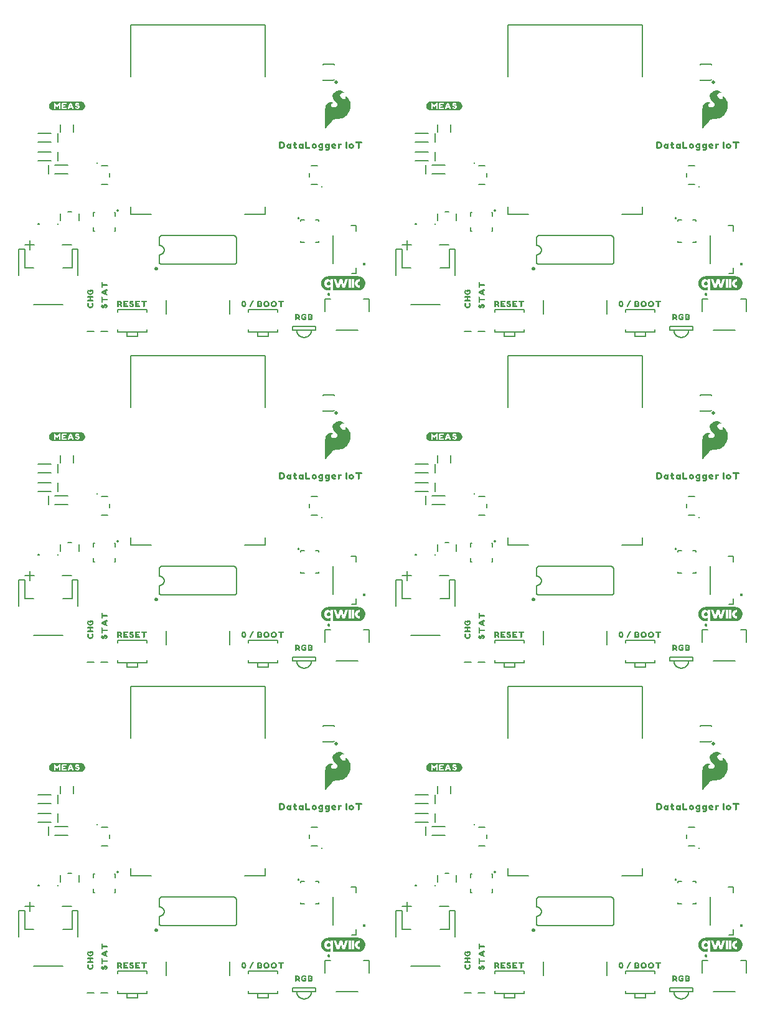
<source format=gto>
G04 EAGLE Gerber RS-274X export*
G75*
%MOMM*%
%FSLAX34Y34*%
%LPD*%
%INSilkscreen Top*%
%IPPOS*%
%AMOC8*
5,1,8,0,0,1.08239X$1,22.5*%
G01*
%ADD10C,0.203200*%
%ADD11C,0.508000*%
%ADD12C,0.152400*%
%ADD13C,0.254000*%
%ADD14C,0.254000*%
%ADD15C,0.177800*%
%ADD16C,0.406400*%

G36*
X940775Y279190D02*
X940775Y279190D01*
X940859Y279193D01*
X940860Y279193D01*
X940861Y279193D01*
X940939Y279236D01*
X941012Y279275D01*
X941012Y279276D01*
X941013Y279276D01*
X941017Y279282D01*
X941100Y279390D01*
X941173Y279535D01*
X941529Y279891D01*
X941536Y279902D01*
X941549Y279913D01*
X942149Y280613D01*
X942153Y280620D01*
X942160Y280627D01*
X942852Y281516D01*
X943743Y282506D01*
X943746Y282511D01*
X943752Y282517D01*
X944747Y283710D01*
X945840Y284903D01*
X947039Y286201D01*
X948339Y287601D01*
X948343Y287608D01*
X948350Y287614D01*
X949440Y288902D01*
X950522Y289984D01*
X951497Y290862D01*
X952449Y291528D01*
X953489Y292001D01*
X954511Y292280D01*
X958360Y292280D01*
X958380Y292285D01*
X958407Y292283D01*
X960807Y292583D01*
X960829Y292591D01*
X960860Y292593D01*
X963060Y293193D01*
X963083Y293205D01*
X963116Y293213D01*
X965116Y294113D01*
X965135Y294127D01*
X965163Y294139D01*
X967063Y295339D01*
X967074Y295349D01*
X967091Y295358D01*
X968791Y296658D01*
X968808Y296679D01*
X968837Y296700D01*
X970337Y298300D01*
X970345Y298314D01*
X970360Y298327D01*
X971760Y300127D01*
X971773Y300154D01*
X971798Y300186D01*
X973698Y303886D01*
X973706Y303917D01*
X973726Y303958D01*
X974726Y307558D01*
X974728Y307592D01*
X974740Y307638D01*
X974940Y311138D01*
X974934Y311170D01*
X974936Y311217D01*
X974436Y314517D01*
X974425Y314546D01*
X974418Y314588D01*
X973418Y317388D01*
X973404Y317409D01*
X973394Y317441D01*
X972094Y319841D01*
X972068Y319870D01*
X972029Y319929D01*
X970329Y321629D01*
X970299Y321647D01*
X970262Y321682D01*
X968662Y322682D01*
X968596Y322705D01*
X968532Y322733D01*
X968515Y322733D01*
X968498Y322738D01*
X968429Y322729D01*
X968359Y322727D01*
X968344Y322718D01*
X968326Y322716D01*
X968268Y322677D01*
X968207Y322644D01*
X968197Y322629D01*
X968182Y322619D01*
X968147Y322559D01*
X968107Y322502D01*
X968104Y322483D01*
X968096Y322469D01*
X968093Y322430D01*
X968080Y322360D01*
X968080Y321760D01*
X968087Y321730D01*
X968087Y321685D01*
X968173Y321254D01*
X967997Y320194D01*
X967758Y319796D01*
X967343Y319381D01*
X966782Y319140D01*
X966213Y319140D01*
X964898Y319516D01*
X964157Y319887D01*
X962795Y320860D01*
X962118Y321439D01*
X961659Y321898D01*
X961182Y322662D01*
X961179Y322665D01*
X961176Y322671D01*
X960809Y323222D01*
X960632Y323844D01*
X960545Y324360D01*
X960628Y324857D01*
X960807Y325304D01*
X961082Y325854D01*
X961436Y326296D01*
X962174Y326942D01*
X962552Y327131D01*
X962893Y327301D01*
X963627Y327485D01*
X964481Y327580D01*
X965713Y327580D01*
X966068Y327491D01*
X966104Y327491D01*
X966160Y327480D01*
X966260Y327480D01*
X966321Y327494D01*
X966384Y327500D01*
X966405Y327514D01*
X966429Y327519D01*
X966477Y327559D01*
X966530Y327593D01*
X966543Y327614D01*
X966562Y327629D01*
X966588Y327687D01*
X966621Y327740D01*
X966623Y327765D01*
X966633Y327788D01*
X966631Y327850D01*
X966637Y327913D01*
X966628Y327936D01*
X966627Y327961D01*
X966597Y328016D01*
X966574Y328075D01*
X966554Y328094D01*
X966544Y328113D01*
X966513Y328134D01*
X966471Y328176D01*
X966177Y328373D01*
X965481Y328869D01*
X965466Y328875D01*
X965452Y328888D01*
X964252Y329588D01*
X964228Y329596D01*
X964201Y329613D01*
X962701Y330213D01*
X962683Y330216D01*
X962662Y330226D01*
X960862Y330726D01*
X960828Y330728D01*
X960779Y330740D01*
X958779Y330840D01*
X958741Y330833D01*
X958676Y330831D01*
X956476Y330331D01*
X956442Y330314D01*
X956384Y330297D01*
X954084Y329097D01*
X954059Y329076D01*
X954018Y329054D01*
X952318Y327654D01*
X952295Y327623D01*
X952247Y327575D01*
X951147Y325975D01*
X951133Y325940D01*
X951101Y325887D01*
X950501Y324187D01*
X950498Y324152D01*
X950496Y324141D01*
X950487Y324122D01*
X950488Y324100D01*
X950480Y324060D01*
X950480Y322360D01*
X950489Y322322D01*
X950495Y322253D01*
X950995Y320553D01*
X951009Y320528D01*
X951020Y320490D01*
X951920Y318690D01*
X951939Y318667D01*
X951958Y318629D01*
X953258Y316929D01*
X953275Y316915D01*
X953291Y316891D01*
X954982Y315201D01*
X956238Y313751D01*
X956880Y312376D01*
X956880Y311117D01*
X956521Y309952D01*
X955709Y309050D01*
X954599Y308309D01*
X953307Y307940D01*
X951811Y307940D01*
X950771Y308224D01*
X949951Y308497D01*
X949318Y309039D01*
X948773Y309585D01*
X948516Y310098D01*
X948340Y310713D01*
X948340Y311298D01*
X948501Y311781D01*
X948748Y312110D01*
X949114Y312476D01*
X949593Y312859D01*
X949948Y313126D01*
X950401Y313307D01*
X950413Y313315D01*
X950430Y313320D01*
X950674Y313442D01*
X951030Y313620D01*
X951059Y313644D01*
X951129Y313691D01*
X951229Y313791D01*
X951242Y313813D01*
X951262Y313829D01*
X951288Y313886D01*
X951320Y313938D01*
X951323Y313964D01*
X951333Y313988D01*
X951331Y314049D01*
X951337Y314111D01*
X951328Y314135D01*
X951327Y314161D01*
X951297Y314215D01*
X951275Y314273D01*
X951256Y314290D01*
X951244Y314313D01*
X951194Y314348D01*
X951148Y314390D01*
X951123Y314398D01*
X951102Y314413D01*
X951018Y314429D01*
X950982Y314440D01*
X950972Y314438D01*
X950960Y314440D01*
X950922Y314440D01*
X950691Y314517D01*
X950201Y314713D01*
X950166Y314718D01*
X950114Y314736D01*
X949414Y314836D01*
X949390Y314834D01*
X949360Y314840D01*
X947560Y314840D01*
X947530Y314833D01*
X947485Y314833D01*
X946485Y314633D01*
X946475Y314628D01*
X946460Y314627D01*
X945360Y314327D01*
X945343Y314318D01*
X945319Y314313D01*
X944319Y313913D01*
X944292Y313894D01*
X944249Y313876D01*
X943349Y313276D01*
X943328Y313254D01*
X943291Y313229D01*
X942491Y312429D01*
X942480Y312411D01*
X942460Y312393D01*
X941760Y311493D01*
X941749Y311469D01*
X941726Y311442D01*
X941126Y310342D01*
X941117Y310309D01*
X941094Y310264D01*
X940694Y308864D01*
X940693Y308839D01*
X940683Y308807D01*
X940483Y307207D01*
X940484Y307195D01*
X940480Y307180D01*
X940380Y305280D01*
X940382Y305271D01*
X940380Y305260D01*
X940380Y279560D01*
X940400Y279475D01*
X940419Y279393D01*
X940419Y279392D01*
X940419Y279391D01*
X940476Y279323D01*
X940528Y279259D01*
X940529Y279258D01*
X940607Y279223D01*
X940686Y279187D01*
X940687Y279187D01*
X940688Y279187D01*
X940775Y279190D01*
G37*
G36*
X940775Y728770D02*
X940775Y728770D01*
X940859Y728773D01*
X940860Y728773D01*
X940861Y728773D01*
X940939Y728816D01*
X941012Y728855D01*
X941012Y728856D01*
X941013Y728856D01*
X941017Y728862D01*
X941100Y728970D01*
X941173Y729115D01*
X941529Y729471D01*
X941536Y729482D01*
X941549Y729493D01*
X942149Y730193D01*
X942153Y730200D01*
X942160Y730207D01*
X942852Y731096D01*
X943743Y732086D01*
X943746Y732091D01*
X943752Y732097D01*
X944747Y733290D01*
X945840Y734483D01*
X947039Y735781D01*
X948339Y737181D01*
X948343Y737188D01*
X948350Y737194D01*
X949440Y738482D01*
X950522Y739564D01*
X951497Y740442D01*
X952449Y741108D01*
X953490Y741581D01*
X954511Y741860D01*
X958360Y741860D01*
X958380Y741865D01*
X958407Y741863D01*
X960807Y742163D01*
X960829Y742171D01*
X960860Y742173D01*
X963060Y742773D01*
X963083Y742785D01*
X963116Y742793D01*
X965116Y743693D01*
X965135Y743707D01*
X965163Y743719D01*
X967063Y744919D01*
X967074Y744929D01*
X967091Y744938D01*
X968791Y746238D01*
X968808Y746259D01*
X968837Y746280D01*
X970337Y747880D01*
X970345Y747894D01*
X970360Y747907D01*
X971760Y749707D01*
X971773Y749734D01*
X971798Y749766D01*
X973698Y753466D01*
X973706Y753497D01*
X973726Y753538D01*
X974726Y757138D01*
X974728Y757172D01*
X974740Y757218D01*
X974940Y760718D01*
X974934Y760750D01*
X974936Y760797D01*
X974436Y764097D01*
X974425Y764126D01*
X974418Y764168D01*
X973418Y766968D01*
X973404Y766989D01*
X973394Y767021D01*
X972094Y769421D01*
X972068Y769450D01*
X972029Y769509D01*
X970329Y771209D01*
X970299Y771227D01*
X970262Y771262D01*
X968662Y772262D01*
X968596Y772285D01*
X968532Y772313D01*
X968515Y772313D01*
X968498Y772318D01*
X968429Y772309D01*
X968359Y772307D01*
X968344Y772298D01*
X968326Y772296D01*
X968268Y772257D01*
X968207Y772224D01*
X968197Y772209D01*
X968182Y772199D01*
X968147Y772139D01*
X968107Y772082D01*
X968104Y772063D01*
X968096Y772049D01*
X968093Y772010D01*
X968080Y771940D01*
X968080Y771340D01*
X968087Y771310D01*
X968087Y771265D01*
X968173Y770834D01*
X967997Y769774D01*
X967758Y769376D01*
X967343Y768961D01*
X966782Y768720D01*
X966213Y768720D01*
X964898Y769096D01*
X964157Y769467D01*
X962795Y770440D01*
X962118Y771019D01*
X961659Y771478D01*
X961182Y772242D01*
X961179Y772245D01*
X961176Y772251D01*
X960809Y772802D01*
X960632Y773424D01*
X960545Y773940D01*
X960628Y774437D01*
X960807Y774884D01*
X961082Y775434D01*
X961436Y775876D01*
X962174Y776522D01*
X962552Y776711D01*
X962893Y776881D01*
X963627Y777065D01*
X964481Y777160D01*
X965713Y777160D01*
X966068Y777071D01*
X966104Y777071D01*
X966160Y777060D01*
X966260Y777060D01*
X966321Y777074D01*
X966384Y777080D01*
X966405Y777094D01*
X966429Y777099D01*
X966477Y777139D01*
X966530Y777173D01*
X966543Y777194D01*
X966562Y777209D01*
X966588Y777267D01*
X966621Y777320D01*
X966623Y777345D01*
X966633Y777368D01*
X966631Y777430D01*
X966637Y777493D01*
X966628Y777516D01*
X966627Y777541D01*
X966597Y777596D01*
X966574Y777655D01*
X966554Y777674D01*
X966544Y777693D01*
X966513Y777714D01*
X966471Y777756D01*
X966177Y777953D01*
X965481Y778449D01*
X965466Y778455D01*
X965452Y778468D01*
X964252Y779168D01*
X964228Y779176D01*
X964201Y779193D01*
X962701Y779793D01*
X962683Y779796D01*
X962662Y779806D01*
X960862Y780306D01*
X960828Y780308D01*
X960779Y780320D01*
X958779Y780420D01*
X958741Y780413D01*
X958676Y780411D01*
X956476Y779911D01*
X956442Y779894D01*
X956384Y779877D01*
X954084Y778677D01*
X954059Y778656D01*
X954018Y778634D01*
X952318Y777234D01*
X952295Y777203D01*
X952247Y777155D01*
X951147Y775555D01*
X951133Y775520D01*
X951101Y775467D01*
X950501Y773767D01*
X950498Y773732D01*
X950496Y773721D01*
X950487Y773702D01*
X950488Y773680D01*
X950480Y773640D01*
X950480Y771940D01*
X950489Y771902D01*
X950495Y771833D01*
X950995Y770133D01*
X951009Y770108D01*
X951020Y770070D01*
X951920Y768270D01*
X951939Y768247D01*
X951958Y768209D01*
X953258Y766509D01*
X953275Y766495D01*
X953291Y766471D01*
X954982Y764781D01*
X956238Y763331D01*
X956880Y761956D01*
X956880Y760697D01*
X956521Y759532D01*
X955709Y758630D01*
X954599Y757889D01*
X953307Y757520D01*
X951811Y757520D01*
X950771Y757804D01*
X949951Y758077D01*
X949318Y758619D01*
X948773Y759165D01*
X948516Y759678D01*
X948340Y760293D01*
X948340Y760878D01*
X948501Y761361D01*
X948748Y761690D01*
X949114Y762056D01*
X949593Y762439D01*
X949948Y762706D01*
X950401Y762887D01*
X950413Y762895D01*
X950430Y762900D01*
X950674Y763022D01*
X951030Y763200D01*
X951059Y763224D01*
X951129Y763271D01*
X951229Y763371D01*
X951242Y763393D01*
X951262Y763409D01*
X951288Y763466D01*
X951320Y763518D01*
X951323Y763544D01*
X951333Y763568D01*
X951331Y763629D01*
X951337Y763691D01*
X951328Y763715D01*
X951327Y763741D01*
X951297Y763795D01*
X951275Y763853D01*
X951256Y763870D01*
X951244Y763893D01*
X951194Y763928D01*
X951148Y763970D01*
X951123Y763978D01*
X951102Y763993D01*
X951018Y764009D01*
X950982Y764020D01*
X950972Y764018D01*
X950960Y764020D01*
X950922Y764020D01*
X950691Y764097D01*
X950201Y764293D01*
X950166Y764298D01*
X950114Y764316D01*
X949414Y764416D01*
X949390Y764414D01*
X949360Y764420D01*
X947560Y764420D01*
X947530Y764413D01*
X947485Y764413D01*
X946485Y764213D01*
X946475Y764208D01*
X946460Y764207D01*
X945360Y763907D01*
X945343Y763898D01*
X945319Y763893D01*
X944319Y763493D01*
X944292Y763474D01*
X944249Y763456D01*
X943349Y762856D01*
X943328Y762834D01*
X943291Y762809D01*
X942491Y762009D01*
X942480Y761991D01*
X942460Y761973D01*
X941760Y761073D01*
X941749Y761049D01*
X941726Y761022D01*
X941126Y759922D01*
X941117Y759889D01*
X941094Y759844D01*
X940694Y758444D01*
X940693Y758419D01*
X940683Y758387D01*
X940483Y756787D01*
X940484Y756775D01*
X940480Y756760D01*
X940380Y754860D01*
X940382Y754851D01*
X940380Y754840D01*
X940380Y729140D01*
X940400Y729055D01*
X940419Y728973D01*
X940419Y728972D01*
X940419Y728971D01*
X940476Y728903D01*
X940528Y728839D01*
X940529Y728838D01*
X940607Y728803D01*
X940686Y728767D01*
X940687Y728767D01*
X940688Y728767D01*
X940775Y728770D01*
G37*
G36*
X940775Y1178350D02*
X940775Y1178350D01*
X940859Y1178353D01*
X940860Y1178353D01*
X940861Y1178353D01*
X940939Y1178396D01*
X941012Y1178435D01*
X941012Y1178436D01*
X941013Y1178436D01*
X941017Y1178442D01*
X941100Y1178550D01*
X941173Y1178695D01*
X941529Y1179051D01*
X941536Y1179062D01*
X941549Y1179073D01*
X942149Y1179773D01*
X942153Y1179780D01*
X942160Y1179787D01*
X942852Y1180676D01*
X943743Y1181666D01*
X943746Y1181671D01*
X943752Y1181677D01*
X944747Y1182870D01*
X945840Y1184063D01*
X947039Y1185361D01*
X948339Y1186761D01*
X948343Y1186768D01*
X948350Y1186774D01*
X949440Y1188062D01*
X950522Y1189144D01*
X951497Y1190022D01*
X952449Y1190688D01*
X953489Y1191161D01*
X954511Y1191440D01*
X958360Y1191440D01*
X958380Y1191445D01*
X958407Y1191443D01*
X960807Y1191743D01*
X960829Y1191751D01*
X960860Y1191753D01*
X963060Y1192353D01*
X963083Y1192365D01*
X963116Y1192373D01*
X965116Y1193273D01*
X965135Y1193287D01*
X965163Y1193299D01*
X967063Y1194499D01*
X967074Y1194509D01*
X967091Y1194518D01*
X968791Y1195818D01*
X968808Y1195839D01*
X968837Y1195860D01*
X970337Y1197460D01*
X970345Y1197474D01*
X970360Y1197487D01*
X971760Y1199287D01*
X971773Y1199314D01*
X971798Y1199346D01*
X973698Y1203046D01*
X973706Y1203077D01*
X973726Y1203118D01*
X974726Y1206718D01*
X974728Y1206752D01*
X974740Y1206798D01*
X974940Y1210298D01*
X974934Y1210330D01*
X974936Y1210377D01*
X974436Y1213677D01*
X974425Y1213706D01*
X974418Y1213748D01*
X973418Y1216548D01*
X973404Y1216569D01*
X973394Y1216601D01*
X972094Y1219001D01*
X972068Y1219030D01*
X972029Y1219089D01*
X970329Y1220789D01*
X970299Y1220807D01*
X970262Y1220842D01*
X968662Y1221842D01*
X968596Y1221865D01*
X968532Y1221893D01*
X968515Y1221893D01*
X968498Y1221898D01*
X968429Y1221889D01*
X968359Y1221887D01*
X968344Y1221878D01*
X968326Y1221876D01*
X968268Y1221837D01*
X968207Y1221804D01*
X968197Y1221789D01*
X968182Y1221779D01*
X968147Y1221719D01*
X968107Y1221662D01*
X968104Y1221643D01*
X968096Y1221629D01*
X968093Y1221590D01*
X968080Y1221520D01*
X968080Y1220920D01*
X968087Y1220890D01*
X968087Y1220845D01*
X968173Y1220414D01*
X967997Y1219354D01*
X967758Y1218956D01*
X967343Y1218541D01*
X966782Y1218300D01*
X966213Y1218300D01*
X964898Y1218676D01*
X964157Y1219047D01*
X962795Y1220020D01*
X962118Y1220599D01*
X961659Y1221058D01*
X961182Y1221822D01*
X961179Y1221825D01*
X961176Y1221831D01*
X960809Y1222382D01*
X960632Y1223004D01*
X960545Y1223520D01*
X960628Y1224017D01*
X960807Y1224464D01*
X961082Y1225014D01*
X961436Y1225456D01*
X962174Y1226102D01*
X962552Y1226291D01*
X962893Y1226461D01*
X963627Y1226645D01*
X964481Y1226740D01*
X965713Y1226740D01*
X966068Y1226651D01*
X966104Y1226651D01*
X966160Y1226640D01*
X966260Y1226640D01*
X966321Y1226654D01*
X966384Y1226660D01*
X966405Y1226674D01*
X966429Y1226679D01*
X966477Y1226719D01*
X966530Y1226753D01*
X966543Y1226774D01*
X966562Y1226789D01*
X966588Y1226847D01*
X966621Y1226900D01*
X966623Y1226925D01*
X966633Y1226948D01*
X966631Y1227010D01*
X966637Y1227073D01*
X966628Y1227096D01*
X966627Y1227121D01*
X966597Y1227176D01*
X966574Y1227235D01*
X966554Y1227254D01*
X966544Y1227273D01*
X966513Y1227294D01*
X966471Y1227336D01*
X966177Y1227533D01*
X965481Y1228029D01*
X965466Y1228035D01*
X965452Y1228048D01*
X964252Y1228748D01*
X964228Y1228756D01*
X964201Y1228773D01*
X962701Y1229373D01*
X962683Y1229376D01*
X962662Y1229386D01*
X960862Y1229886D01*
X960828Y1229888D01*
X960779Y1229900D01*
X958779Y1230000D01*
X958741Y1229993D01*
X958676Y1229991D01*
X956476Y1229491D01*
X956442Y1229474D01*
X956384Y1229457D01*
X954084Y1228257D01*
X954059Y1228236D01*
X954018Y1228214D01*
X952318Y1226814D01*
X952295Y1226783D01*
X952247Y1226735D01*
X951147Y1225135D01*
X951133Y1225100D01*
X951101Y1225047D01*
X950501Y1223347D01*
X950498Y1223312D01*
X950496Y1223301D01*
X950487Y1223282D01*
X950488Y1223260D01*
X950480Y1223220D01*
X950480Y1221520D01*
X950489Y1221482D01*
X950495Y1221413D01*
X950995Y1219713D01*
X951009Y1219688D01*
X951020Y1219650D01*
X951920Y1217850D01*
X951939Y1217827D01*
X951958Y1217789D01*
X953258Y1216089D01*
X953275Y1216075D01*
X953291Y1216051D01*
X954982Y1214361D01*
X956238Y1212911D01*
X956880Y1211536D01*
X956880Y1210277D01*
X956521Y1209112D01*
X955709Y1208210D01*
X954599Y1207469D01*
X953307Y1207100D01*
X951811Y1207100D01*
X950771Y1207384D01*
X949951Y1207657D01*
X949318Y1208199D01*
X948773Y1208745D01*
X948516Y1209258D01*
X948340Y1209873D01*
X948340Y1210458D01*
X948501Y1210941D01*
X948748Y1211270D01*
X949114Y1211636D01*
X949593Y1212019D01*
X949948Y1212286D01*
X950401Y1212467D01*
X950413Y1212475D01*
X950430Y1212480D01*
X950674Y1212602D01*
X951030Y1212780D01*
X951059Y1212804D01*
X951129Y1212851D01*
X951229Y1212951D01*
X951242Y1212973D01*
X951262Y1212989D01*
X951288Y1213046D01*
X951320Y1213098D01*
X951323Y1213124D01*
X951333Y1213148D01*
X951331Y1213209D01*
X951337Y1213271D01*
X951328Y1213295D01*
X951327Y1213321D01*
X951297Y1213375D01*
X951275Y1213433D01*
X951256Y1213450D01*
X951244Y1213473D01*
X951194Y1213508D01*
X951148Y1213550D01*
X951123Y1213558D01*
X951102Y1213573D01*
X951018Y1213589D01*
X950982Y1213600D01*
X950972Y1213598D01*
X950960Y1213600D01*
X950922Y1213600D01*
X950691Y1213677D01*
X950201Y1213873D01*
X950166Y1213878D01*
X950114Y1213896D01*
X949414Y1213996D01*
X949390Y1213994D01*
X949360Y1214000D01*
X947560Y1214000D01*
X947530Y1213993D01*
X947485Y1213993D01*
X946485Y1213793D01*
X946475Y1213788D01*
X946460Y1213787D01*
X945360Y1213487D01*
X945343Y1213478D01*
X945319Y1213473D01*
X944319Y1213073D01*
X944292Y1213054D01*
X944249Y1213036D01*
X943349Y1212436D01*
X943328Y1212414D01*
X943291Y1212389D01*
X942491Y1211589D01*
X942480Y1211571D01*
X942460Y1211553D01*
X941760Y1210653D01*
X941749Y1210629D01*
X941726Y1210602D01*
X941126Y1209502D01*
X941117Y1209469D01*
X941094Y1209424D01*
X940694Y1208024D01*
X940693Y1207999D01*
X940683Y1207967D01*
X940483Y1206367D01*
X940484Y1206355D01*
X940480Y1206340D01*
X940380Y1204440D01*
X940382Y1204431D01*
X940380Y1204420D01*
X940380Y1178720D01*
X940400Y1178635D01*
X940419Y1178553D01*
X940419Y1178552D01*
X940419Y1178551D01*
X940476Y1178483D01*
X940528Y1178419D01*
X940529Y1178418D01*
X940607Y1178383D01*
X940686Y1178347D01*
X940687Y1178347D01*
X940688Y1178347D01*
X940775Y1178350D01*
G37*
G36*
X427695Y1178350D02*
X427695Y1178350D01*
X427779Y1178353D01*
X427780Y1178353D01*
X427781Y1178353D01*
X427859Y1178396D01*
X427932Y1178435D01*
X427932Y1178436D01*
X427933Y1178436D01*
X427937Y1178442D01*
X428020Y1178550D01*
X428093Y1178695D01*
X428449Y1179051D01*
X428456Y1179062D01*
X428469Y1179073D01*
X429069Y1179773D01*
X429073Y1179780D01*
X429080Y1179787D01*
X429772Y1180676D01*
X430663Y1181666D01*
X430666Y1181671D01*
X430672Y1181677D01*
X431667Y1182870D01*
X432760Y1184063D01*
X433959Y1185361D01*
X435259Y1186761D01*
X435263Y1186768D01*
X435270Y1186774D01*
X436360Y1188062D01*
X437442Y1189144D01*
X438417Y1190022D01*
X439369Y1190688D01*
X440409Y1191161D01*
X441431Y1191440D01*
X445280Y1191440D01*
X445300Y1191445D01*
X445327Y1191443D01*
X447727Y1191743D01*
X447749Y1191751D01*
X447780Y1191753D01*
X449980Y1192353D01*
X450003Y1192365D01*
X450036Y1192373D01*
X452036Y1193273D01*
X452055Y1193287D01*
X452083Y1193299D01*
X453983Y1194499D01*
X453994Y1194509D01*
X454011Y1194518D01*
X455711Y1195818D01*
X455728Y1195839D01*
X455757Y1195860D01*
X457257Y1197460D01*
X457265Y1197474D01*
X457280Y1197487D01*
X458680Y1199287D01*
X458693Y1199314D01*
X458718Y1199346D01*
X460618Y1203046D01*
X460626Y1203077D01*
X460646Y1203118D01*
X461646Y1206718D01*
X461648Y1206752D01*
X461660Y1206798D01*
X461860Y1210298D01*
X461854Y1210330D01*
X461856Y1210377D01*
X461356Y1213677D01*
X461345Y1213706D01*
X461338Y1213748D01*
X460338Y1216548D01*
X460324Y1216569D01*
X460314Y1216601D01*
X459014Y1219001D01*
X458988Y1219030D01*
X458949Y1219089D01*
X457249Y1220789D01*
X457219Y1220807D01*
X457182Y1220842D01*
X455582Y1221842D01*
X455516Y1221865D01*
X455452Y1221893D01*
X455435Y1221893D01*
X455418Y1221898D01*
X455349Y1221889D01*
X455279Y1221887D01*
X455264Y1221878D01*
X455246Y1221876D01*
X455188Y1221837D01*
X455127Y1221804D01*
X455117Y1221789D01*
X455102Y1221779D01*
X455067Y1221719D01*
X455027Y1221662D01*
X455024Y1221643D01*
X455016Y1221629D01*
X455013Y1221590D01*
X455000Y1221520D01*
X455000Y1220920D01*
X455007Y1220890D01*
X455007Y1220845D01*
X455093Y1220414D01*
X454917Y1219354D01*
X454678Y1218956D01*
X454263Y1218541D01*
X453702Y1218300D01*
X453133Y1218300D01*
X451818Y1218676D01*
X451077Y1219047D01*
X449715Y1220020D01*
X449038Y1220599D01*
X448579Y1221058D01*
X448102Y1221822D01*
X448099Y1221825D01*
X448096Y1221831D01*
X447729Y1222382D01*
X447552Y1223004D01*
X447465Y1223520D01*
X447548Y1224017D01*
X447727Y1224464D01*
X448002Y1225014D01*
X448356Y1225456D01*
X449094Y1226102D01*
X449472Y1226291D01*
X449813Y1226461D01*
X450547Y1226645D01*
X451401Y1226740D01*
X452633Y1226740D01*
X452988Y1226651D01*
X453024Y1226651D01*
X453080Y1226640D01*
X453180Y1226640D01*
X453241Y1226654D01*
X453304Y1226660D01*
X453325Y1226674D01*
X453349Y1226679D01*
X453397Y1226719D01*
X453450Y1226753D01*
X453463Y1226774D01*
X453482Y1226789D01*
X453508Y1226847D01*
X453541Y1226900D01*
X453543Y1226925D01*
X453553Y1226948D01*
X453551Y1227010D01*
X453557Y1227073D01*
X453548Y1227096D01*
X453547Y1227121D01*
X453517Y1227176D01*
X453494Y1227235D01*
X453474Y1227254D01*
X453464Y1227273D01*
X453433Y1227294D01*
X453391Y1227336D01*
X453097Y1227533D01*
X452401Y1228029D01*
X452386Y1228035D01*
X452372Y1228048D01*
X451172Y1228748D01*
X451148Y1228756D01*
X451121Y1228773D01*
X449621Y1229373D01*
X449603Y1229376D01*
X449582Y1229386D01*
X447782Y1229886D01*
X447748Y1229888D01*
X447699Y1229900D01*
X445699Y1230000D01*
X445661Y1229993D01*
X445596Y1229991D01*
X443396Y1229491D01*
X443362Y1229474D01*
X443304Y1229457D01*
X441004Y1228257D01*
X440979Y1228236D01*
X440938Y1228214D01*
X439238Y1226814D01*
X439215Y1226783D01*
X439167Y1226735D01*
X438067Y1225135D01*
X438053Y1225100D01*
X438021Y1225047D01*
X437421Y1223347D01*
X437418Y1223312D01*
X437416Y1223301D01*
X437407Y1223282D01*
X437408Y1223260D01*
X437400Y1223220D01*
X437400Y1221520D01*
X437409Y1221482D01*
X437415Y1221413D01*
X437915Y1219713D01*
X437929Y1219688D01*
X437940Y1219650D01*
X438840Y1217850D01*
X438859Y1217827D01*
X438878Y1217789D01*
X440178Y1216089D01*
X440195Y1216075D01*
X440211Y1216051D01*
X441902Y1214361D01*
X443158Y1212911D01*
X443800Y1211536D01*
X443800Y1210277D01*
X443441Y1209112D01*
X442629Y1208210D01*
X441519Y1207469D01*
X440227Y1207100D01*
X438731Y1207100D01*
X437691Y1207384D01*
X436871Y1207657D01*
X436238Y1208199D01*
X435693Y1208745D01*
X435436Y1209258D01*
X435260Y1209873D01*
X435260Y1210458D01*
X435421Y1210941D01*
X435668Y1211270D01*
X436034Y1211636D01*
X436513Y1212019D01*
X436868Y1212286D01*
X437321Y1212467D01*
X437333Y1212475D01*
X437350Y1212480D01*
X437594Y1212602D01*
X437950Y1212780D01*
X437979Y1212804D01*
X438049Y1212851D01*
X438149Y1212951D01*
X438162Y1212973D01*
X438182Y1212989D01*
X438208Y1213046D01*
X438240Y1213098D01*
X438243Y1213124D01*
X438253Y1213148D01*
X438251Y1213209D01*
X438257Y1213271D01*
X438248Y1213295D01*
X438247Y1213321D01*
X438217Y1213375D01*
X438195Y1213433D01*
X438176Y1213450D01*
X438164Y1213473D01*
X438114Y1213508D01*
X438068Y1213550D01*
X438043Y1213558D01*
X438022Y1213573D01*
X437938Y1213589D01*
X437902Y1213600D01*
X437892Y1213598D01*
X437880Y1213600D01*
X437842Y1213600D01*
X437611Y1213677D01*
X437121Y1213873D01*
X437086Y1213878D01*
X437034Y1213896D01*
X436334Y1213996D01*
X436310Y1213994D01*
X436280Y1214000D01*
X434480Y1214000D01*
X434450Y1213993D01*
X434405Y1213993D01*
X433405Y1213793D01*
X433395Y1213788D01*
X433380Y1213787D01*
X432280Y1213487D01*
X432263Y1213478D01*
X432239Y1213473D01*
X431239Y1213073D01*
X431212Y1213054D01*
X431169Y1213036D01*
X430269Y1212436D01*
X430248Y1212414D01*
X430211Y1212389D01*
X429411Y1211589D01*
X429400Y1211571D01*
X429380Y1211553D01*
X428680Y1210653D01*
X428669Y1210629D01*
X428646Y1210602D01*
X428046Y1209502D01*
X428037Y1209469D01*
X428014Y1209424D01*
X427614Y1208024D01*
X427613Y1207999D01*
X427603Y1207967D01*
X427403Y1206367D01*
X427404Y1206355D01*
X427400Y1206340D01*
X427300Y1204440D01*
X427302Y1204431D01*
X427300Y1204420D01*
X427300Y1178720D01*
X427320Y1178635D01*
X427339Y1178553D01*
X427339Y1178552D01*
X427339Y1178551D01*
X427396Y1178483D01*
X427448Y1178419D01*
X427449Y1178418D01*
X427527Y1178383D01*
X427606Y1178347D01*
X427607Y1178347D01*
X427608Y1178347D01*
X427695Y1178350D01*
G37*
G36*
X427695Y279190D02*
X427695Y279190D01*
X427779Y279193D01*
X427780Y279193D01*
X427781Y279193D01*
X427859Y279236D01*
X427932Y279275D01*
X427932Y279276D01*
X427933Y279276D01*
X427937Y279282D01*
X428020Y279390D01*
X428093Y279535D01*
X428449Y279891D01*
X428456Y279902D01*
X428469Y279913D01*
X429069Y280613D01*
X429073Y280620D01*
X429080Y280627D01*
X429772Y281516D01*
X430663Y282506D01*
X430666Y282511D01*
X430672Y282517D01*
X431667Y283710D01*
X432760Y284903D01*
X433959Y286201D01*
X435259Y287601D01*
X435263Y287608D01*
X435270Y287614D01*
X436360Y288902D01*
X437442Y289984D01*
X438417Y290862D01*
X439369Y291528D01*
X440409Y292001D01*
X441431Y292280D01*
X445280Y292280D01*
X445300Y292285D01*
X445327Y292283D01*
X447727Y292583D01*
X447749Y292591D01*
X447780Y292593D01*
X449980Y293193D01*
X450003Y293205D01*
X450036Y293213D01*
X452036Y294113D01*
X452055Y294127D01*
X452083Y294139D01*
X453983Y295339D01*
X453994Y295349D01*
X454011Y295358D01*
X455711Y296658D01*
X455728Y296679D01*
X455757Y296700D01*
X457257Y298300D01*
X457265Y298314D01*
X457280Y298327D01*
X458680Y300127D01*
X458693Y300154D01*
X458718Y300186D01*
X460618Y303886D01*
X460626Y303917D01*
X460646Y303958D01*
X461646Y307558D01*
X461648Y307592D01*
X461660Y307638D01*
X461860Y311138D01*
X461854Y311170D01*
X461856Y311217D01*
X461356Y314517D01*
X461345Y314546D01*
X461338Y314588D01*
X460338Y317388D01*
X460324Y317409D01*
X460314Y317441D01*
X459014Y319841D01*
X458988Y319870D01*
X458949Y319929D01*
X457249Y321629D01*
X457219Y321647D01*
X457182Y321682D01*
X455582Y322682D01*
X455516Y322705D01*
X455452Y322733D01*
X455435Y322733D01*
X455418Y322738D01*
X455349Y322729D01*
X455279Y322727D01*
X455264Y322718D01*
X455246Y322716D01*
X455188Y322677D01*
X455127Y322644D01*
X455117Y322629D01*
X455102Y322619D01*
X455067Y322559D01*
X455027Y322502D01*
X455024Y322483D01*
X455016Y322469D01*
X455013Y322430D01*
X455000Y322360D01*
X455000Y321760D01*
X455007Y321730D01*
X455007Y321685D01*
X455093Y321254D01*
X454917Y320194D01*
X454678Y319796D01*
X454263Y319381D01*
X453702Y319140D01*
X453133Y319140D01*
X451818Y319516D01*
X451077Y319887D01*
X449715Y320860D01*
X449038Y321439D01*
X448579Y321898D01*
X448102Y322662D01*
X448099Y322665D01*
X448096Y322671D01*
X447729Y323222D01*
X447552Y323844D01*
X447465Y324360D01*
X447548Y324857D01*
X447727Y325304D01*
X448002Y325854D01*
X448356Y326296D01*
X449094Y326942D01*
X449472Y327131D01*
X449813Y327301D01*
X450547Y327485D01*
X451401Y327580D01*
X452633Y327580D01*
X452988Y327491D01*
X453024Y327491D01*
X453080Y327480D01*
X453180Y327480D01*
X453241Y327494D01*
X453304Y327500D01*
X453325Y327514D01*
X453349Y327519D01*
X453397Y327559D01*
X453450Y327593D01*
X453463Y327614D01*
X453482Y327629D01*
X453508Y327687D01*
X453541Y327740D01*
X453543Y327765D01*
X453553Y327788D01*
X453551Y327850D01*
X453557Y327913D01*
X453548Y327936D01*
X453547Y327961D01*
X453517Y328016D01*
X453494Y328075D01*
X453474Y328094D01*
X453464Y328113D01*
X453433Y328134D01*
X453391Y328176D01*
X453097Y328373D01*
X452401Y328869D01*
X452386Y328875D01*
X452372Y328888D01*
X451172Y329588D01*
X451148Y329596D01*
X451121Y329613D01*
X449621Y330213D01*
X449603Y330216D01*
X449582Y330226D01*
X447782Y330726D01*
X447748Y330728D01*
X447699Y330740D01*
X445699Y330840D01*
X445661Y330833D01*
X445596Y330831D01*
X443396Y330331D01*
X443362Y330314D01*
X443304Y330297D01*
X441004Y329097D01*
X440979Y329076D01*
X440938Y329054D01*
X439238Y327654D01*
X439215Y327623D01*
X439167Y327575D01*
X438067Y325975D01*
X438053Y325940D01*
X438021Y325887D01*
X437421Y324187D01*
X437418Y324152D01*
X437416Y324141D01*
X437407Y324122D01*
X437408Y324100D01*
X437400Y324060D01*
X437400Y322360D01*
X437409Y322322D01*
X437415Y322253D01*
X437915Y320553D01*
X437929Y320528D01*
X437940Y320490D01*
X438840Y318690D01*
X438859Y318667D01*
X438878Y318629D01*
X440178Y316929D01*
X440195Y316915D01*
X440211Y316891D01*
X441902Y315201D01*
X443158Y313751D01*
X443800Y312376D01*
X443800Y311117D01*
X443441Y309952D01*
X442629Y309050D01*
X441519Y308309D01*
X440227Y307940D01*
X438731Y307940D01*
X437691Y308224D01*
X436871Y308497D01*
X436238Y309039D01*
X435693Y309585D01*
X435436Y310098D01*
X435260Y310713D01*
X435260Y311298D01*
X435421Y311781D01*
X435668Y312110D01*
X436034Y312476D01*
X436513Y312859D01*
X436868Y313126D01*
X437321Y313307D01*
X437333Y313315D01*
X437350Y313320D01*
X437594Y313442D01*
X437950Y313620D01*
X437979Y313644D01*
X438049Y313691D01*
X438149Y313791D01*
X438162Y313813D01*
X438182Y313829D01*
X438208Y313886D01*
X438240Y313938D01*
X438243Y313964D01*
X438253Y313988D01*
X438251Y314049D01*
X438257Y314111D01*
X438248Y314135D01*
X438247Y314161D01*
X438217Y314215D01*
X438195Y314273D01*
X438176Y314290D01*
X438164Y314313D01*
X438114Y314348D01*
X438068Y314390D01*
X438043Y314398D01*
X438022Y314413D01*
X437938Y314429D01*
X437902Y314440D01*
X437892Y314438D01*
X437880Y314440D01*
X437842Y314440D01*
X437611Y314517D01*
X437121Y314713D01*
X437086Y314718D01*
X437034Y314736D01*
X436334Y314836D01*
X436310Y314834D01*
X436280Y314840D01*
X434480Y314840D01*
X434450Y314833D01*
X434405Y314833D01*
X433405Y314633D01*
X433395Y314628D01*
X433380Y314627D01*
X432280Y314327D01*
X432263Y314318D01*
X432239Y314313D01*
X431239Y313913D01*
X431212Y313894D01*
X431169Y313876D01*
X430269Y313276D01*
X430248Y313254D01*
X430211Y313229D01*
X429411Y312429D01*
X429400Y312411D01*
X429380Y312393D01*
X428680Y311493D01*
X428669Y311469D01*
X428646Y311442D01*
X428046Y310342D01*
X428037Y310309D01*
X428014Y310264D01*
X427614Y308864D01*
X427613Y308839D01*
X427603Y308807D01*
X427403Y307207D01*
X427404Y307195D01*
X427400Y307180D01*
X427300Y305280D01*
X427302Y305271D01*
X427300Y305260D01*
X427300Y279560D01*
X427320Y279475D01*
X427339Y279393D01*
X427339Y279392D01*
X427339Y279391D01*
X427396Y279323D01*
X427448Y279259D01*
X427449Y279258D01*
X427527Y279223D01*
X427606Y279187D01*
X427607Y279187D01*
X427608Y279187D01*
X427695Y279190D01*
G37*
G36*
X427695Y728770D02*
X427695Y728770D01*
X427779Y728773D01*
X427780Y728773D01*
X427781Y728773D01*
X427859Y728816D01*
X427932Y728855D01*
X427932Y728856D01*
X427933Y728856D01*
X427937Y728862D01*
X428020Y728970D01*
X428093Y729115D01*
X428449Y729471D01*
X428456Y729482D01*
X428469Y729493D01*
X429069Y730193D01*
X429073Y730200D01*
X429080Y730207D01*
X429772Y731096D01*
X430663Y732086D01*
X430666Y732091D01*
X430672Y732097D01*
X431667Y733290D01*
X432760Y734483D01*
X433959Y735781D01*
X435259Y737181D01*
X435263Y737188D01*
X435270Y737194D01*
X436360Y738482D01*
X437442Y739564D01*
X438417Y740442D01*
X439369Y741108D01*
X440410Y741581D01*
X441431Y741860D01*
X445280Y741860D01*
X445300Y741865D01*
X445327Y741863D01*
X447727Y742163D01*
X447749Y742171D01*
X447780Y742173D01*
X449980Y742773D01*
X450003Y742785D01*
X450036Y742793D01*
X452036Y743693D01*
X452055Y743707D01*
X452083Y743719D01*
X453983Y744919D01*
X453994Y744929D01*
X454011Y744938D01*
X455711Y746238D01*
X455728Y746259D01*
X455757Y746280D01*
X457257Y747880D01*
X457265Y747894D01*
X457280Y747907D01*
X458680Y749707D01*
X458693Y749734D01*
X458718Y749766D01*
X460618Y753466D01*
X460626Y753497D01*
X460646Y753538D01*
X461646Y757138D01*
X461648Y757172D01*
X461660Y757218D01*
X461860Y760718D01*
X461854Y760750D01*
X461856Y760797D01*
X461356Y764097D01*
X461345Y764126D01*
X461338Y764168D01*
X460338Y766968D01*
X460324Y766989D01*
X460314Y767021D01*
X459014Y769421D01*
X458988Y769450D01*
X458949Y769509D01*
X457249Y771209D01*
X457219Y771227D01*
X457182Y771262D01*
X455582Y772262D01*
X455516Y772285D01*
X455452Y772313D01*
X455435Y772313D01*
X455418Y772318D01*
X455349Y772309D01*
X455279Y772307D01*
X455264Y772298D01*
X455246Y772296D01*
X455188Y772257D01*
X455127Y772224D01*
X455117Y772209D01*
X455102Y772199D01*
X455067Y772139D01*
X455027Y772082D01*
X455024Y772063D01*
X455016Y772049D01*
X455013Y772010D01*
X455000Y771940D01*
X455000Y771340D01*
X455007Y771310D01*
X455007Y771265D01*
X455093Y770834D01*
X454917Y769774D01*
X454678Y769376D01*
X454263Y768961D01*
X453702Y768720D01*
X453133Y768720D01*
X451818Y769096D01*
X451077Y769467D01*
X449715Y770440D01*
X449038Y771019D01*
X448579Y771478D01*
X448102Y772242D01*
X448099Y772245D01*
X448096Y772251D01*
X447729Y772802D01*
X447552Y773424D01*
X447465Y773940D01*
X447548Y774437D01*
X447727Y774884D01*
X448002Y775434D01*
X448356Y775876D01*
X449094Y776522D01*
X449472Y776711D01*
X449813Y776881D01*
X450547Y777065D01*
X451401Y777160D01*
X452633Y777160D01*
X452988Y777071D01*
X453024Y777071D01*
X453080Y777060D01*
X453180Y777060D01*
X453241Y777074D01*
X453304Y777080D01*
X453325Y777094D01*
X453349Y777099D01*
X453397Y777139D01*
X453450Y777173D01*
X453463Y777194D01*
X453482Y777209D01*
X453508Y777267D01*
X453541Y777320D01*
X453543Y777345D01*
X453553Y777368D01*
X453551Y777430D01*
X453557Y777493D01*
X453548Y777516D01*
X453547Y777541D01*
X453517Y777596D01*
X453494Y777655D01*
X453474Y777674D01*
X453464Y777693D01*
X453433Y777714D01*
X453391Y777756D01*
X453097Y777953D01*
X452401Y778449D01*
X452386Y778455D01*
X452372Y778468D01*
X451172Y779168D01*
X451148Y779176D01*
X451121Y779193D01*
X449621Y779793D01*
X449603Y779796D01*
X449582Y779806D01*
X447782Y780306D01*
X447748Y780308D01*
X447699Y780320D01*
X445699Y780420D01*
X445661Y780413D01*
X445596Y780411D01*
X443396Y779911D01*
X443362Y779894D01*
X443304Y779877D01*
X441004Y778677D01*
X440979Y778656D01*
X440938Y778634D01*
X439238Y777234D01*
X439215Y777203D01*
X439167Y777155D01*
X438067Y775555D01*
X438053Y775520D01*
X438021Y775467D01*
X437421Y773767D01*
X437418Y773732D01*
X437416Y773721D01*
X437407Y773702D01*
X437408Y773680D01*
X437400Y773640D01*
X437400Y771940D01*
X437409Y771902D01*
X437415Y771833D01*
X437915Y770133D01*
X437929Y770108D01*
X437940Y770070D01*
X438840Y768270D01*
X438859Y768247D01*
X438878Y768209D01*
X440178Y766509D01*
X440195Y766495D01*
X440211Y766471D01*
X441902Y764781D01*
X443158Y763331D01*
X443800Y761956D01*
X443800Y760697D01*
X443441Y759532D01*
X442629Y758630D01*
X441519Y757889D01*
X440227Y757520D01*
X438731Y757520D01*
X437691Y757804D01*
X436871Y758077D01*
X436238Y758619D01*
X435693Y759165D01*
X435436Y759678D01*
X435260Y760293D01*
X435260Y760878D01*
X435421Y761361D01*
X435668Y761690D01*
X436034Y762056D01*
X436513Y762439D01*
X436868Y762706D01*
X437321Y762887D01*
X437333Y762895D01*
X437350Y762900D01*
X437594Y763022D01*
X437950Y763200D01*
X437979Y763224D01*
X438049Y763271D01*
X438149Y763371D01*
X438162Y763393D01*
X438182Y763409D01*
X438208Y763466D01*
X438240Y763518D01*
X438243Y763544D01*
X438253Y763568D01*
X438251Y763629D01*
X438257Y763691D01*
X438248Y763715D01*
X438247Y763741D01*
X438217Y763795D01*
X438195Y763853D01*
X438176Y763870D01*
X438164Y763893D01*
X438114Y763928D01*
X438068Y763970D01*
X438043Y763978D01*
X438022Y763993D01*
X437938Y764009D01*
X437902Y764020D01*
X437892Y764018D01*
X437880Y764020D01*
X437842Y764020D01*
X437611Y764097D01*
X437121Y764293D01*
X437086Y764298D01*
X437034Y764316D01*
X436334Y764416D01*
X436310Y764414D01*
X436280Y764420D01*
X434480Y764420D01*
X434450Y764413D01*
X434405Y764413D01*
X433405Y764213D01*
X433395Y764208D01*
X433380Y764207D01*
X432280Y763907D01*
X432263Y763898D01*
X432239Y763893D01*
X431239Y763493D01*
X431212Y763474D01*
X431169Y763456D01*
X430269Y762856D01*
X430248Y762834D01*
X430211Y762809D01*
X429411Y762009D01*
X429400Y761991D01*
X429380Y761973D01*
X428680Y761073D01*
X428669Y761049D01*
X428646Y761022D01*
X428046Y759922D01*
X428037Y759889D01*
X428014Y759844D01*
X427614Y758444D01*
X427613Y758419D01*
X427603Y758387D01*
X427403Y756787D01*
X427404Y756775D01*
X427400Y756760D01*
X427300Y754860D01*
X427302Y754851D01*
X427300Y754840D01*
X427300Y729140D01*
X427320Y729055D01*
X427339Y728973D01*
X427339Y728972D01*
X427339Y728971D01*
X427396Y728903D01*
X427448Y728839D01*
X427449Y728838D01*
X427527Y728803D01*
X427606Y728767D01*
X427607Y728767D01*
X427608Y728767D01*
X427695Y728770D01*
G37*
G36*
X947559Y58919D02*
X947559Y58919D01*
X947581Y58923D01*
X947588Y58938D01*
X947597Y58944D01*
X947596Y58954D01*
X947603Y58970D01*
X947603Y64410D01*
X947599Y64416D01*
X947584Y64454D01*
X947574Y64464D01*
X947567Y64466D01*
X947566Y64467D01*
X947563Y64467D01*
X947546Y64471D01*
X947518Y64482D01*
X947513Y64478D01*
X947508Y64479D01*
X947501Y64470D01*
X947476Y64452D01*
X947406Y64332D01*
X947347Y64234D01*
X947252Y64100D01*
X947067Y63906D01*
X946840Y63718D01*
X946653Y63570D01*
X946438Y63434D01*
X946142Y63266D01*
X945868Y63149D01*
X945503Y63030D01*
X945218Y62962D01*
X944902Y62912D01*
X944546Y62873D01*
X944251Y62873D01*
X943954Y62883D01*
X943598Y62912D01*
X942994Y63011D01*
X942378Y63200D01*
X942372Y63198D01*
X942362Y63209D01*
X942065Y63318D01*
X941751Y63475D01*
X941405Y63692D01*
X941108Y63890D01*
X940813Y64146D01*
X940546Y64422D01*
X940329Y64670D01*
X940152Y64906D01*
X939914Y65283D01*
X939794Y65491D01*
X939782Y65498D01*
X939777Y65504D01*
X939777Y65516D01*
X939647Y65805D01*
X939499Y66143D01*
X939390Y66457D01*
X939281Y66944D01*
X939182Y67382D01*
X939132Y67697D01*
X939093Y68342D01*
X939083Y68601D01*
X939093Y68928D01*
X939081Y68947D01*
X939089Y68960D01*
X939098Y68967D01*
X939097Y68975D01*
X939103Y68985D01*
X939162Y69673D01*
X939202Y69959D01*
X939271Y70277D01*
X939350Y70603D01*
X939479Y71008D01*
X939607Y71315D01*
X939776Y71672D01*
X939964Y72017D01*
X940111Y72233D01*
X940339Y72530D01*
X940654Y72885D01*
X941178Y73310D01*
X941454Y73507D01*
X941810Y73705D01*
X941813Y73711D01*
X941817Y73709D01*
X941820Y73713D01*
X941826Y73713D01*
X942135Y73852D01*
X942479Y73990D01*
X942883Y74089D01*
X943378Y74178D01*
X943794Y74217D01*
X944261Y74237D01*
X944427Y74237D01*
X944734Y74208D01*
X944941Y74188D01*
X945236Y74129D01*
X945366Y74099D01*
X945601Y74040D01*
X945816Y73952D01*
X946103Y73833D01*
X946379Y73686D01*
X946634Y73528D01*
X946930Y73302D01*
X947177Y73075D01*
X947424Y72827D01*
X947503Y72738D01*
X947517Y72735D01*
X947524Y72723D01*
X947547Y72726D01*
X947569Y72720D01*
X947578Y72731D01*
X947591Y72733D01*
X947606Y72764D01*
X947612Y72772D01*
X947611Y72776D01*
X947613Y72780D01*
X947613Y74127D01*
X951207Y74127D01*
X951217Y59000D01*
X951229Y58981D01*
X951233Y58959D01*
X951248Y58952D01*
X951254Y58943D01*
X951264Y58944D01*
X951280Y58937D01*
X958450Y58937D01*
X958460Y58944D01*
X958464Y58944D01*
X958480Y58937D01*
X965921Y58947D01*
X965924Y58943D01*
X965934Y58944D01*
X965950Y58937D01*
X974830Y58937D01*
X974842Y58945D01*
X974844Y58943D01*
X974854Y58944D01*
X974870Y58937D01*
X984960Y58937D01*
X984961Y58938D01*
X984963Y58937D01*
X985863Y58987D01*
X985880Y59000D01*
X985886Y58998D01*
X987056Y59108D01*
X987061Y59111D01*
X987070Y59110D01*
X987249Y59170D01*
X987868Y59350D01*
X988568Y59560D01*
X988570Y59563D01*
X988575Y59562D01*
X989195Y59832D01*
X989196Y59834D01*
X989199Y59834D01*
X989769Y60134D01*
X989769Y60135D01*
X989770Y60135D01*
X990430Y60495D01*
X990432Y60499D01*
X990438Y60500D01*
X991058Y60970D01*
X991058Y60971D01*
X991060Y60972D01*
X991810Y61602D01*
X991811Y61605D01*
X991815Y61606D01*
X992245Y62046D01*
X992245Y62048D01*
X992248Y62050D01*
X992848Y62770D01*
X992849Y62779D01*
X992857Y62784D01*
X992856Y62794D01*
X992890Y62812D01*
X993110Y63102D01*
X993110Y63106D01*
X993114Y63109D01*
X993714Y64159D01*
X993714Y64160D01*
X993716Y64161D01*
X994106Y64911D01*
X994105Y64915D01*
X994109Y64919D01*
X994229Y65259D01*
X994229Y65260D01*
X994230Y65261D01*
X994410Y65841D01*
X994408Y65849D01*
X994410Y65851D01*
X994610Y66491D01*
X994609Y66495D01*
X994612Y66498D01*
X994702Y66968D01*
X994701Y66971D01*
X994702Y66974D01*
X994862Y68524D01*
X994860Y68528D01*
X994863Y68534D01*
X994803Y69404D01*
X994802Y69405D01*
X994802Y69407D01*
X994692Y70417D01*
X994692Y70418D01*
X994692Y70420D01*
X994642Y70740D01*
X994639Y70743D01*
X994640Y70748D01*
X994520Y71138D01*
X994481Y71286D01*
X994471Y71295D01*
X994471Y71298D01*
X994469Y71299D01*
X994468Y71305D01*
X994470Y71319D01*
X994190Y72199D01*
X994188Y72201D01*
X994188Y72204D01*
X993988Y72694D01*
X993986Y72696D01*
X993985Y72700D01*
X993595Y73420D01*
X993285Y73980D01*
X993281Y73982D01*
X993280Y73988D01*
X993040Y74308D01*
X993038Y74309D01*
X993037Y74311D01*
X993033Y74313D01*
X993029Y74329D01*
X992269Y75269D01*
X992267Y75270D01*
X992266Y75271D01*
X992266Y75273D01*
X991886Y75673D01*
X991882Y75674D01*
X991880Y75678D01*
X991480Y76008D01*
X991480Y76009D01*
X991040Y76369D01*
X990711Y76648D01*
X990706Y76648D01*
X990702Y76654D01*
X990272Y76914D01*
X990271Y76914D01*
X990270Y76915D01*
X989430Y77375D01*
X989429Y77375D01*
X989428Y77376D01*
X988778Y77706D01*
X988774Y77705D01*
X988769Y77710D01*
X988239Y77880D01*
X987309Y78170D01*
X987294Y78166D01*
X987292Y78167D01*
X987286Y78177D01*
X987278Y78176D01*
X987267Y78182D01*
X985127Y78432D01*
X985124Y78431D01*
X985120Y78433D01*
X980140Y78433D01*
X980127Y78425D01*
X980126Y78427D01*
X980116Y78426D01*
X980100Y78433D01*
X971649Y78423D01*
X971646Y78427D01*
X971634Y78425D01*
X971624Y78433D01*
X971611Y78428D01*
X971600Y78433D01*
X955590Y78433D01*
X955580Y78426D01*
X955576Y78426D01*
X955560Y78433D01*
X947560Y78433D01*
X947556Y78430D01*
X947550Y78433D01*
X944820Y78433D01*
X944818Y78431D01*
X944815Y78433D01*
X943175Y78303D01*
X943173Y78301D01*
X943170Y78302D01*
X942500Y78192D01*
X942497Y78189D01*
X942492Y78190D01*
X941242Y77820D01*
X941241Y77818D01*
X941238Y77819D01*
X940558Y77559D01*
X940555Y77556D01*
X940550Y77555D01*
X939940Y77225D01*
X939939Y77225D01*
X939280Y76855D01*
X939262Y76846D01*
X939251Y76828D01*
X939243Y76830D01*
X939238Y76824D01*
X939225Y76822D01*
X938875Y76582D01*
X938874Y76579D01*
X938870Y76579D01*
X938380Y76179D01*
X938380Y76178D01*
X938379Y76178D01*
X938099Y75938D01*
X938099Y75937D01*
X937859Y75727D01*
X937858Y75727D01*
X937678Y75567D01*
X937677Y75564D01*
X937673Y75562D01*
X937423Y75282D01*
X937423Y75281D01*
X937422Y75280D01*
X937072Y74860D01*
X936752Y74470D01*
X936751Y74469D01*
X936750Y74468D01*
X936530Y74178D01*
X936530Y74177D01*
X936529Y74176D01*
X936339Y73906D01*
X936339Y73904D01*
X936336Y73902D01*
X936156Y73592D01*
X936156Y73591D01*
X936155Y73590D01*
X935995Y73300D01*
X935995Y73299D01*
X935994Y73299D01*
X935594Y72519D01*
X935595Y72515D01*
X935591Y72511D01*
X935311Y71721D01*
X935311Y71719D01*
X935310Y71718D01*
X935244Y71492D01*
X935239Y71486D01*
X934969Y70486D01*
X934971Y70482D01*
X934968Y70476D01*
X934908Y69866D01*
X934838Y69186D01*
X934837Y69185D01*
X934807Y68785D01*
X934820Y68762D01*
X934821Y68757D01*
X934817Y68749D01*
X934827Y68319D01*
X934829Y68317D01*
X934828Y68314D01*
X934878Y67804D01*
X934878Y67803D01*
X934928Y67333D01*
X934968Y66944D01*
X934970Y66941D01*
X934969Y66937D01*
X935039Y66607D01*
X935040Y66606D01*
X935039Y66604D01*
X935219Y65944D01*
X935221Y65942D01*
X935220Y65940D01*
X935500Y65100D01*
X935502Y65099D01*
X935502Y65096D01*
X935722Y64556D01*
X935725Y64554D01*
X935725Y64550D01*
X935975Y64100D01*
X936245Y63600D01*
X936343Y63422D01*
X936338Y63412D01*
X936343Y63406D01*
X936341Y63398D01*
X936364Y63381D01*
X936366Y63378D01*
X936370Y63362D01*
X936730Y62882D01*
X936731Y62882D01*
X936732Y62880D01*
X937072Y62470D01*
X937692Y61730D01*
X937697Y61728D01*
X937700Y61721D01*
X938860Y60771D01*
X938862Y60771D01*
X938863Y60770D01*
X939093Y60600D01*
X939095Y60599D01*
X939097Y60596D01*
X939557Y60316D01*
X939559Y60316D01*
X939560Y60315D01*
X939970Y60095D01*
X939971Y60095D01*
X940310Y59915D01*
X940699Y59695D01*
X940721Y59697D01*
X940722Y59689D01*
X940734Y59686D01*
X940752Y59670D01*
X942752Y59080D01*
X942757Y59081D01*
X942764Y59078D01*
X944474Y58908D01*
X944476Y58909D01*
X944480Y58907D01*
X947540Y58907D01*
X947559Y58919D01*
G37*
G36*
X434479Y958079D02*
X434479Y958079D01*
X434501Y958083D01*
X434508Y958098D01*
X434517Y958104D01*
X434516Y958114D01*
X434523Y958130D01*
X434523Y963570D01*
X434519Y963576D01*
X434504Y963614D01*
X434494Y963624D01*
X434487Y963626D01*
X434486Y963627D01*
X434483Y963627D01*
X434466Y963631D01*
X434438Y963642D01*
X434433Y963638D01*
X434428Y963639D01*
X434421Y963630D01*
X434396Y963612D01*
X434326Y963492D01*
X434267Y963394D01*
X434172Y963260D01*
X433987Y963066D01*
X433760Y962878D01*
X433573Y962730D01*
X433358Y962594D01*
X433062Y962426D01*
X432788Y962309D01*
X432423Y962190D01*
X432138Y962122D01*
X431822Y962072D01*
X431466Y962033D01*
X431171Y962033D01*
X430874Y962043D01*
X430518Y962072D01*
X429914Y962171D01*
X429298Y962360D01*
X429292Y962358D01*
X429282Y962369D01*
X428985Y962478D01*
X428671Y962635D01*
X428325Y962852D01*
X428028Y963050D01*
X427733Y963306D01*
X427466Y963582D01*
X427249Y963830D01*
X427072Y964066D01*
X426834Y964443D01*
X426714Y964651D01*
X426702Y964658D01*
X426697Y964664D01*
X426697Y964676D01*
X426567Y964965D01*
X426419Y965303D01*
X426310Y965617D01*
X426201Y966104D01*
X426102Y966542D01*
X426052Y966857D01*
X426013Y967502D01*
X426003Y967761D01*
X426013Y968088D01*
X426001Y968107D01*
X426009Y968120D01*
X426018Y968127D01*
X426017Y968135D01*
X426023Y968145D01*
X426082Y968833D01*
X426122Y969119D01*
X426191Y969437D01*
X426270Y969763D01*
X426399Y970168D01*
X426527Y970475D01*
X426696Y970832D01*
X426884Y971177D01*
X427031Y971393D01*
X427259Y971690D01*
X427574Y972045D01*
X428098Y972470D01*
X428374Y972667D01*
X428730Y972865D01*
X428733Y972871D01*
X428737Y972869D01*
X428740Y972873D01*
X428746Y972873D01*
X429055Y973012D01*
X429399Y973150D01*
X429803Y973249D01*
X430298Y973338D01*
X430714Y973377D01*
X431181Y973397D01*
X431347Y973397D01*
X431654Y973368D01*
X431861Y973348D01*
X432156Y973289D01*
X432286Y973259D01*
X432521Y973200D01*
X432736Y973112D01*
X433023Y972993D01*
X433299Y972846D01*
X433554Y972688D01*
X433850Y972462D01*
X434097Y972235D01*
X434344Y971987D01*
X434423Y971898D01*
X434437Y971895D01*
X434444Y971883D01*
X434467Y971886D01*
X434489Y971880D01*
X434498Y971891D01*
X434511Y971893D01*
X434526Y971924D01*
X434532Y971932D01*
X434531Y971936D01*
X434533Y971940D01*
X434533Y973287D01*
X438127Y973287D01*
X438137Y958160D01*
X438149Y958141D01*
X438153Y958119D01*
X438168Y958112D01*
X438174Y958103D01*
X438184Y958104D01*
X438200Y958097D01*
X445370Y958097D01*
X445380Y958104D01*
X445384Y958104D01*
X445400Y958097D01*
X452841Y958107D01*
X452844Y958103D01*
X452854Y958104D01*
X452870Y958097D01*
X461750Y958097D01*
X461762Y958105D01*
X461764Y958103D01*
X461774Y958104D01*
X461790Y958097D01*
X471880Y958097D01*
X471881Y958098D01*
X471883Y958097D01*
X472783Y958147D01*
X472800Y958160D01*
X472806Y958158D01*
X473976Y958268D01*
X473981Y958271D01*
X473990Y958270D01*
X474169Y958330D01*
X474788Y958510D01*
X475488Y958720D01*
X475490Y958723D01*
X475495Y958722D01*
X476115Y958992D01*
X476116Y958994D01*
X476119Y958994D01*
X476689Y959294D01*
X476689Y959295D01*
X476690Y959295D01*
X477350Y959655D01*
X477352Y959659D01*
X477358Y959660D01*
X477978Y960130D01*
X477978Y960131D01*
X477980Y960132D01*
X478730Y960762D01*
X478731Y960765D01*
X478735Y960766D01*
X479165Y961206D01*
X479165Y961208D01*
X479168Y961210D01*
X479768Y961930D01*
X479769Y961939D01*
X479777Y961944D01*
X479776Y961954D01*
X479810Y961972D01*
X480030Y962262D01*
X480030Y962266D01*
X480034Y962269D01*
X480634Y963319D01*
X480634Y963320D01*
X480636Y963321D01*
X481026Y964071D01*
X481025Y964075D01*
X481029Y964079D01*
X481149Y964419D01*
X481149Y964420D01*
X481150Y964421D01*
X481330Y965001D01*
X481328Y965009D01*
X481330Y965011D01*
X481530Y965651D01*
X481529Y965655D01*
X481532Y965658D01*
X481622Y966128D01*
X481621Y966131D01*
X481622Y966134D01*
X481782Y967684D01*
X481780Y967688D01*
X481783Y967694D01*
X481723Y968564D01*
X481722Y968565D01*
X481722Y968567D01*
X481612Y969577D01*
X481612Y969578D01*
X481612Y969580D01*
X481562Y969900D01*
X481559Y969903D01*
X481560Y969908D01*
X481440Y970298D01*
X481401Y970446D01*
X481391Y970455D01*
X481391Y970458D01*
X481389Y970459D01*
X481388Y970465D01*
X481390Y970479D01*
X481110Y971359D01*
X481108Y971361D01*
X481108Y971364D01*
X480908Y971854D01*
X480906Y971856D01*
X480905Y971860D01*
X480515Y972580D01*
X480205Y973140D01*
X480201Y973142D01*
X480200Y973148D01*
X479960Y973468D01*
X479958Y973469D01*
X479957Y973471D01*
X479953Y973473D01*
X479949Y973489D01*
X479189Y974429D01*
X479187Y974430D01*
X479186Y974431D01*
X479186Y974433D01*
X478806Y974833D01*
X478802Y974834D01*
X478800Y974838D01*
X478400Y975168D01*
X478400Y975169D01*
X477960Y975529D01*
X477631Y975808D01*
X477626Y975808D01*
X477622Y975814D01*
X477192Y976074D01*
X477191Y976074D01*
X477190Y976075D01*
X476350Y976535D01*
X476349Y976535D01*
X476348Y976536D01*
X475698Y976866D01*
X475694Y976865D01*
X475689Y976870D01*
X475159Y977040D01*
X474229Y977330D01*
X474214Y977326D01*
X474212Y977327D01*
X474206Y977337D01*
X474198Y977336D01*
X474187Y977342D01*
X472047Y977592D01*
X472044Y977591D01*
X472040Y977593D01*
X467060Y977593D01*
X467047Y977585D01*
X467046Y977587D01*
X467036Y977586D01*
X467020Y977593D01*
X458569Y977583D01*
X458566Y977587D01*
X458554Y977585D01*
X458544Y977593D01*
X458531Y977588D01*
X458520Y977593D01*
X442510Y977593D01*
X442500Y977586D01*
X442496Y977586D01*
X442480Y977593D01*
X434480Y977593D01*
X434476Y977590D01*
X434470Y977593D01*
X431740Y977593D01*
X431738Y977591D01*
X431735Y977593D01*
X430095Y977463D01*
X430093Y977461D01*
X430090Y977462D01*
X429420Y977352D01*
X429417Y977349D01*
X429412Y977350D01*
X428162Y976980D01*
X428161Y976978D01*
X428158Y976979D01*
X427478Y976719D01*
X427475Y976716D01*
X427470Y976715D01*
X426860Y976385D01*
X426859Y976385D01*
X426200Y976015D01*
X426182Y976006D01*
X426171Y975988D01*
X426163Y975990D01*
X426158Y975984D01*
X426145Y975982D01*
X425795Y975742D01*
X425794Y975739D01*
X425790Y975739D01*
X425300Y975339D01*
X425300Y975338D01*
X425299Y975338D01*
X425019Y975098D01*
X425019Y975097D01*
X424779Y974887D01*
X424778Y974887D01*
X424598Y974727D01*
X424597Y974724D01*
X424593Y974722D01*
X424343Y974442D01*
X424343Y974441D01*
X424342Y974440D01*
X423992Y974020D01*
X423672Y973630D01*
X423671Y973629D01*
X423670Y973628D01*
X423450Y973338D01*
X423450Y973337D01*
X423449Y973336D01*
X423259Y973066D01*
X423259Y973064D01*
X423256Y973062D01*
X423076Y972752D01*
X423076Y972751D01*
X423075Y972750D01*
X422915Y972460D01*
X422915Y972459D01*
X422914Y972459D01*
X422514Y971679D01*
X422515Y971675D01*
X422511Y971671D01*
X422231Y970881D01*
X422231Y970879D01*
X422230Y970878D01*
X422164Y970652D01*
X422159Y970646D01*
X421889Y969646D01*
X421891Y969642D01*
X421888Y969636D01*
X421828Y969026D01*
X421758Y968346D01*
X421757Y968345D01*
X421727Y967945D01*
X421740Y967922D01*
X421741Y967917D01*
X421737Y967909D01*
X421747Y967479D01*
X421749Y967477D01*
X421748Y967474D01*
X421798Y966964D01*
X421798Y966963D01*
X421848Y966493D01*
X421888Y966104D01*
X421890Y966101D01*
X421889Y966097D01*
X421959Y965767D01*
X421960Y965766D01*
X421959Y965764D01*
X422139Y965104D01*
X422141Y965102D01*
X422140Y965100D01*
X422420Y964260D01*
X422422Y964259D01*
X422422Y964256D01*
X422642Y963716D01*
X422645Y963714D01*
X422645Y963710D01*
X422895Y963260D01*
X423165Y962760D01*
X423263Y962582D01*
X423258Y962572D01*
X423263Y962566D01*
X423261Y962558D01*
X423284Y962541D01*
X423286Y962538D01*
X423290Y962522D01*
X423650Y962042D01*
X423651Y962042D01*
X423652Y962040D01*
X423992Y961630D01*
X424612Y960890D01*
X424617Y960888D01*
X424620Y960881D01*
X425780Y959931D01*
X425782Y959931D01*
X425783Y959930D01*
X426013Y959760D01*
X426015Y959759D01*
X426017Y959756D01*
X426477Y959476D01*
X426479Y959476D01*
X426480Y959475D01*
X426890Y959255D01*
X426891Y959255D01*
X427230Y959075D01*
X427619Y958855D01*
X427641Y958857D01*
X427642Y958849D01*
X427654Y958846D01*
X427672Y958830D01*
X429672Y958240D01*
X429677Y958241D01*
X429684Y958238D01*
X431394Y958068D01*
X431396Y958069D01*
X431400Y958067D01*
X434460Y958067D01*
X434479Y958079D01*
G37*
G36*
X947559Y958079D02*
X947559Y958079D01*
X947581Y958083D01*
X947588Y958098D01*
X947597Y958104D01*
X947596Y958114D01*
X947603Y958130D01*
X947603Y963570D01*
X947599Y963576D01*
X947584Y963614D01*
X947574Y963624D01*
X947567Y963626D01*
X947566Y963627D01*
X947563Y963627D01*
X947546Y963631D01*
X947518Y963642D01*
X947513Y963638D01*
X947508Y963639D01*
X947501Y963630D01*
X947476Y963612D01*
X947406Y963492D01*
X947347Y963394D01*
X947252Y963260D01*
X947067Y963066D01*
X946840Y962878D01*
X946653Y962730D01*
X946438Y962594D01*
X946142Y962426D01*
X945868Y962309D01*
X945503Y962190D01*
X945218Y962122D01*
X944902Y962072D01*
X944546Y962033D01*
X944251Y962033D01*
X943954Y962043D01*
X943598Y962072D01*
X942994Y962171D01*
X942378Y962360D01*
X942372Y962358D01*
X942362Y962369D01*
X942065Y962478D01*
X941751Y962635D01*
X941405Y962852D01*
X941108Y963050D01*
X940813Y963306D01*
X940546Y963582D01*
X940329Y963830D01*
X940152Y964066D01*
X939914Y964443D01*
X939794Y964651D01*
X939782Y964658D01*
X939777Y964664D01*
X939777Y964676D01*
X939647Y964965D01*
X939499Y965303D01*
X939390Y965617D01*
X939281Y966104D01*
X939182Y966542D01*
X939132Y966857D01*
X939093Y967502D01*
X939083Y967761D01*
X939093Y968088D01*
X939081Y968107D01*
X939089Y968120D01*
X939098Y968127D01*
X939097Y968135D01*
X939103Y968145D01*
X939162Y968833D01*
X939202Y969119D01*
X939271Y969437D01*
X939350Y969763D01*
X939479Y970168D01*
X939607Y970475D01*
X939776Y970832D01*
X939964Y971177D01*
X940111Y971393D01*
X940339Y971690D01*
X940654Y972045D01*
X941178Y972470D01*
X941454Y972667D01*
X941810Y972865D01*
X941813Y972871D01*
X941817Y972869D01*
X941820Y972873D01*
X941826Y972873D01*
X942135Y973012D01*
X942479Y973150D01*
X942883Y973249D01*
X943378Y973338D01*
X943794Y973377D01*
X944261Y973397D01*
X944427Y973397D01*
X944734Y973368D01*
X944941Y973348D01*
X945236Y973289D01*
X945366Y973259D01*
X945601Y973200D01*
X945816Y973112D01*
X946103Y972993D01*
X946379Y972846D01*
X946634Y972688D01*
X946930Y972462D01*
X947177Y972235D01*
X947424Y971987D01*
X947503Y971898D01*
X947517Y971895D01*
X947524Y971883D01*
X947547Y971886D01*
X947569Y971880D01*
X947578Y971891D01*
X947591Y971893D01*
X947606Y971924D01*
X947612Y971932D01*
X947611Y971936D01*
X947613Y971940D01*
X947613Y973287D01*
X951207Y973287D01*
X951217Y958160D01*
X951229Y958141D01*
X951233Y958119D01*
X951248Y958112D01*
X951254Y958103D01*
X951264Y958104D01*
X951280Y958097D01*
X958450Y958097D01*
X958460Y958104D01*
X958464Y958104D01*
X958480Y958097D01*
X965921Y958107D01*
X965924Y958103D01*
X965934Y958104D01*
X965950Y958097D01*
X974830Y958097D01*
X974842Y958105D01*
X974844Y958103D01*
X974854Y958104D01*
X974870Y958097D01*
X984960Y958097D01*
X984961Y958098D01*
X984963Y958097D01*
X985863Y958147D01*
X985880Y958160D01*
X985886Y958158D01*
X987056Y958268D01*
X987061Y958271D01*
X987070Y958270D01*
X987249Y958330D01*
X987868Y958510D01*
X988568Y958720D01*
X988570Y958723D01*
X988575Y958722D01*
X989195Y958992D01*
X989196Y958994D01*
X989199Y958994D01*
X989769Y959294D01*
X989769Y959295D01*
X989770Y959295D01*
X990430Y959655D01*
X990432Y959659D01*
X990438Y959660D01*
X991058Y960130D01*
X991058Y960131D01*
X991060Y960132D01*
X991810Y960762D01*
X991811Y960765D01*
X991815Y960766D01*
X992245Y961206D01*
X992245Y961208D01*
X992248Y961210D01*
X992848Y961930D01*
X992849Y961939D01*
X992857Y961944D01*
X992856Y961954D01*
X992890Y961972D01*
X993110Y962262D01*
X993110Y962266D01*
X993114Y962269D01*
X993714Y963319D01*
X993714Y963320D01*
X993716Y963321D01*
X994106Y964071D01*
X994105Y964075D01*
X994109Y964079D01*
X994229Y964419D01*
X994229Y964420D01*
X994230Y964421D01*
X994410Y965001D01*
X994408Y965009D01*
X994410Y965011D01*
X994610Y965651D01*
X994609Y965655D01*
X994612Y965658D01*
X994702Y966128D01*
X994701Y966131D01*
X994702Y966134D01*
X994862Y967684D01*
X994860Y967688D01*
X994863Y967694D01*
X994803Y968564D01*
X994802Y968565D01*
X994802Y968567D01*
X994692Y969577D01*
X994692Y969578D01*
X994692Y969580D01*
X994642Y969900D01*
X994639Y969903D01*
X994640Y969908D01*
X994520Y970298D01*
X994481Y970446D01*
X994471Y970455D01*
X994471Y970458D01*
X994469Y970459D01*
X994468Y970465D01*
X994470Y970479D01*
X994190Y971359D01*
X994188Y971361D01*
X994188Y971364D01*
X993988Y971854D01*
X993986Y971856D01*
X993985Y971860D01*
X993595Y972580D01*
X993285Y973140D01*
X993281Y973142D01*
X993280Y973148D01*
X993040Y973468D01*
X993038Y973469D01*
X993037Y973471D01*
X993033Y973473D01*
X993029Y973489D01*
X992269Y974429D01*
X992267Y974430D01*
X992266Y974431D01*
X992266Y974433D01*
X991886Y974833D01*
X991882Y974834D01*
X991880Y974838D01*
X991480Y975168D01*
X991480Y975169D01*
X991040Y975529D01*
X990711Y975808D01*
X990706Y975808D01*
X990702Y975814D01*
X990272Y976074D01*
X990271Y976074D01*
X990270Y976075D01*
X989430Y976535D01*
X989429Y976535D01*
X989428Y976536D01*
X988778Y976866D01*
X988774Y976865D01*
X988769Y976870D01*
X988239Y977040D01*
X987309Y977330D01*
X987294Y977326D01*
X987292Y977327D01*
X987286Y977337D01*
X987278Y977336D01*
X987267Y977342D01*
X985127Y977592D01*
X985124Y977591D01*
X985120Y977593D01*
X980140Y977593D01*
X980127Y977585D01*
X980126Y977587D01*
X980116Y977586D01*
X980100Y977593D01*
X971649Y977583D01*
X971646Y977587D01*
X971634Y977585D01*
X971624Y977593D01*
X971611Y977588D01*
X971600Y977593D01*
X955590Y977593D01*
X955580Y977586D01*
X955576Y977586D01*
X955560Y977593D01*
X947560Y977593D01*
X947556Y977590D01*
X947550Y977593D01*
X944820Y977593D01*
X944818Y977591D01*
X944815Y977593D01*
X943175Y977463D01*
X943173Y977461D01*
X943170Y977462D01*
X942500Y977352D01*
X942497Y977349D01*
X942492Y977350D01*
X941242Y976980D01*
X941241Y976978D01*
X941238Y976979D01*
X940558Y976719D01*
X940555Y976716D01*
X940550Y976715D01*
X939940Y976385D01*
X939939Y976385D01*
X939280Y976015D01*
X939262Y976006D01*
X939251Y975988D01*
X939243Y975990D01*
X939238Y975984D01*
X939225Y975982D01*
X938875Y975742D01*
X938874Y975739D01*
X938870Y975739D01*
X938380Y975339D01*
X938380Y975338D01*
X938379Y975338D01*
X938099Y975098D01*
X938099Y975097D01*
X937859Y974887D01*
X937858Y974887D01*
X937678Y974727D01*
X937677Y974724D01*
X937673Y974722D01*
X937423Y974442D01*
X937423Y974441D01*
X937422Y974440D01*
X937072Y974020D01*
X936752Y973630D01*
X936751Y973629D01*
X936750Y973628D01*
X936530Y973338D01*
X936530Y973337D01*
X936529Y973336D01*
X936339Y973066D01*
X936339Y973064D01*
X936336Y973062D01*
X936156Y972752D01*
X936156Y972751D01*
X936155Y972750D01*
X935995Y972460D01*
X935995Y972459D01*
X935994Y972459D01*
X935594Y971679D01*
X935595Y971675D01*
X935591Y971671D01*
X935311Y970881D01*
X935311Y970879D01*
X935310Y970878D01*
X935244Y970652D01*
X935239Y970646D01*
X934969Y969646D01*
X934971Y969642D01*
X934968Y969636D01*
X934908Y969026D01*
X934838Y968346D01*
X934837Y968345D01*
X934807Y967945D01*
X934820Y967922D01*
X934821Y967917D01*
X934817Y967909D01*
X934827Y967479D01*
X934829Y967477D01*
X934828Y967474D01*
X934878Y966964D01*
X934878Y966963D01*
X934928Y966493D01*
X934968Y966104D01*
X934970Y966101D01*
X934969Y966097D01*
X935039Y965767D01*
X935040Y965766D01*
X935039Y965764D01*
X935219Y965104D01*
X935221Y965102D01*
X935220Y965100D01*
X935500Y964260D01*
X935502Y964259D01*
X935502Y964256D01*
X935722Y963716D01*
X935725Y963714D01*
X935725Y963710D01*
X935975Y963260D01*
X936245Y962760D01*
X936343Y962582D01*
X936338Y962572D01*
X936343Y962566D01*
X936341Y962558D01*
X936364Y962541D01*
X936366Y962538D01*
X936370Y962522D01*
X936730Y962042D01*
X936731Y962042D01*
X936732Y962040D01*
X937072Y961630D01*
X937692Y960890D01*
X937697Y960888D01*
X937700Y960881D01*
X938860Y959931D01*
X938862Y959931D01*
X938863Y959930D01*
X939093Y959760D01*
X939095Y959759D01*
X939097Y959756D01*
X939557Y959476D01*
X939559Y959476D01*
X939560Y959475D01*
X939970Y959255D01*
X939971Y959255D01*
X940310Y959075D01*
X940699Y958855D01*
X940721Y958857D01*
X940722Y958849D01*
X940734Y958846D01*
X940752Y958830D01*
X942752Y958240D01*
X942757Y958241D01*
X942764Y958238D01*
X944474Y958068D01*
X944476Y958069D01*
X944480Y958067D01*
X947540Y958067D01*
X947559Y958079D01*
G37*
G36*
X434479Y58919D02*
X434479Y58919D01*
X434501Y58923D01*
X434508Y58938D01*
X434517Y58944D01*
X434516Y58954D01*
X434523Y58970D01*
X434523Y64410D01*
X434519Y64416D01*
X434504Y64454D01*
X434494Y64464D01*
X434487Y64466D01*
X434486Y64467D01*
X434483Y64467D01*
X434466Y64471D01*
X434438Y64482D01*
X434433Y64478D01*
X434428Y64479D01*
X434421Y64470D01*
X434396Y64452D01*
X434326Y64332D01*
X434267Y64234D01*
X434172Y64100D01*
X433987Y63906D01*
X433760Y63718D01*
X433573Y63570D01*
X433358Y63434D01*
X433062Y63266D01*
X432788Y63149D01*
X432423Y63030D01*
X432138Y62962D01*
X431822Y62912D01*
X431466Y62873D01*
X431171Y62873D01*
X430874Y62883D01*
X430518Y62912D01*
X429914Y63011D01*
X429298Y63200D01*
X429292Y63198D01*
X429282Y63209D01*
X428985Y63318D01*
X428671Y63475D01*
X428325Y63692D01*
X428028Y63890D01*
X427733Y64146D01*
X427466Y64422D01*
X427249Y64670D01*
X427072Y64906D01*
X426834Y65283D01*
X426714Y65491D01*
X426702Y65498D01*
X426697Y65504D01*
X426697Y65516D01*
X426567Y65805D01*
X426419Y66143D01*
X426310Y66457D01*
X426201Y66944D01*
X426102Y67382D01*
X426052Y67697D01*
X426013Y68342D01*
X426003Y68601D01*
X426013Y68928D01*
X426001Y68947D01*
X426009Y68960D01*
X426018Y68967D01*
X426017Y68975D01*
X426023Y68985D01*
X426082Y69673D01*
X426122Y69959D01*
X426191Y70277D01*
X426270Y70603D01*
X426399Y71008D01*
X426527Y71315D01*
X426696Y71672D01*
X426884Y72017D01*
X427031Y72233D01*
X427259Y72530D01*
X427574Y72885D01*
X428098Y73310D01*
X428374Y73507D01*
X428730Y73705D01*
X428733Y73711D01*
X428737Y73709D01*
X428740Y73713D01*
X428746Y73713D01*
X429055Y73852D01*
X429399Y73990D01*
X429803Y74089D01*
X430298Y74178D01*
X430714Y74217D01*
X431181Y74237D01*
X431347Y74237D01*
X431654Y74208D01*
X431861Y74188D01*
X432156Y74129D01*
X432286Y74099D01*
X432521Y74040D01*
X432736Y73952D01*
X433023Y73833D01*
X433299Y73686D01*
X433554Y73528D01*
X433850Y73302D01*
X434097Y73075D01*
X434344Y72827D01*
X434423Y72738D01*
X434437Y72735D01*
X434444Y72723D01*
X434467Y72726D01*
X434489Y72720D01*
X434498Y72731D01*
X434511Y72733D01*
X434526Y72764D01*
X434532Y72772D01*
X434531Y72776D01*
X434533Y72780D01*
X434533Y74127D01*
X438127Y74127D01*
X438137Y59000D01*
X438149Y58981D01*
X438153Y58959D01*
X438168Y58952D01*
X438174Y58943D01*
X438184Y58944D01*
X438200Y58937D01*
X445370Y58937D01*
X445380Y58944D01*
X445384Y58944D01*
X445400Y58937D01*
X452841Y58947D01*
X452844Y58943D01*
X452854Y58944D01*
X452870Y58937D01*
X461750Y58937D01*
X461762Y58945D01*
X461764Y58943D01*
X461774Y58944D01*
X461790Y58937D01*
X471880Y58937D01*
X471881Y58938D01*
X471883Y58937D01*
X472783Y58987D01*
X472800Y59000D01*
X472806Y58998D01*
X473976Y59108D01*
X473981Y59111D01*
X473990Y59110D01*
X474169Y59170D01*
X474788Y59350D01*
X475488Y59560D01*
X475490Y59563D01*
X475495Y59562D01*
X476115Y59832D01*
X476116Y59834D01*
X476119Y59834D01*
X476689Y60134D01*
X476689Y60135D01*
X476690Y60135D01*
X477350Y60495D01*
X477352Y60499D01*
X477358Y60500D01*
X477978Y60970D01*
X477978Y60971D01*
X477980Y60972D01*
X478730Y61602D01*
X478731Y61605D01*
X478735Y61606D01*
X479165Y62046D01*
X479165Y62048D01*
X479168Y62050D01*
X479768Y62770D01*
X479769Y62779D01*
X479777Y62784D01*
X479776Y62794D01*
X479810Y62812D01*
X480030Y63102D01*
X480030Y63106D01*
X480034Y63109D01*
X480634Y64159D01*
X480634Y64160D01*
X480636Y64161D01*
X481026Y64911D01*
X481025Y64915D01*
X481029Y64919D01*
X481149Y65259D01*
X481149Y65260D01*
X481150Y65261D01*
X481330Y65841D01*
X481328Y65849D01*
X481330Y65851D01*
X481530Y66491D01*
X481529Y66495D01*
X481532Y66498D01*
X481622Y66968D01*
X481621Y66971D01*
X481622Y66974D01*
X481782Y68524D01*
X481780Y68528D01*
X481783Y68534D01*
X481723Y69404D01*
X481722Y69405D01*
X481722Y69407D01*
X481612Y70417D01*
X481612Y70418D01*
X481612Y70420D01*
X481562Y70740D01*
X481559Y70743D01*
X481560Y70748D01*
X481440Y71138D01*
X481401Y71286D01*
X481391Y71295D01*
X481391Y71298D01*
X481389Y71299D01*
X481388Y71305D01*
X481390Y71319D01*
X481110Y72199D01*
X481108Y72201D01*
X481108Y72204D01*
X480908Y72694D01*
X480906Y72696D01*
X480905Y72700D01*
X480515Y73420D01*
X480205Y73980D01*
X480201Y73982D01*
X480200Y73988D01*
X479960Y74308D01*
X479958Y74309D01*
X479957Y74311D01*
X479953Y74313D01*
X479949Y74329D01*
X479189Y75269D01*
X479187Y75270D01*
X479186Y75271D01*
X479186Y75273D01*
X478806Y75673D01*
X478802Y75674D01*
X478800Y75678D01*
X478400Y76008D01*
X478400Y76009D01*
X477960Y76369D01*
X477631Y76648D01*
X477626Y76648D01*
X477622Y76654D01*
X477192Y76914D01*
X477191Y76914D01*
X477190Y76915D01*
X476350Y77375D01*
X476349Y77375D01*
X476348Y77376D01*
X475698Y77706D01*
X475694Y77705D01*
X475689Y77710D01*
X475159Y77880D01*
X474229Y78170D01*
X474214Y78166D01*
X474212Y78167D01*
X474206Y78177D01*
X474198Y78176D01*
X474187Y78182D01*
X472047Y78432D01*
X472044Y78431D01*
X472040Y78433D01*
X467060Y78433D01*
X467047Y78425D01*
X467046Y78427D01*
X467036Y78426D01*
X467020Y78433D01*
X458569Y78423D01*
X458566Y78427D01*
X458554Y78425D01*
X458544Y78433D01*
X458531Y78428D01*
X458520Y78433D01*
X442510Y78433D01*
X442500Y78426D01*
X442496Y78426D01*
X442480Y78433D01*
X434480Y78433D01*
X434476Y78430D01*
X434470Y78433D01*
X431740Y78433D01*
X431738Y78431D01*
X431735Y78433D01*
X430095Y78303D01*
X430093Y78301D01*
X430090Y78302D01*
X429420Y78192D01*
X429417Y78189D01*
X429412Y78190D01*
X428162Y77820D01*
X428161Y77818D01*
X428158Y77819D01*
X427478Y77559D01*
X427475Y77556D01*
X427470Y77555D01*
X426860Y77225D01*
X426859Y77225D01*
X426200Y76855D01*
X426182Y76846D01*
X426171Y76828D01*
X426163Y76830D01*
X426158Y76824D01*
X426145Y76822D01*
X425795Y76582D01*
X425794Y76579D01*
X425790Y76579D01*
X425300Y76179D01*
X425300Y76178D01*
X425299Y76178D01*
X425019Y75938D01*
X425019Y75937D01*
X424779Y75727D01*
X424778Y75727D01*
X424598Y75567D01*
X424597Y75564D01*
X424593Y75562D01*
X424343Y75282D01*
X424343Y75281D01*
X424342Y75280D01*
X423992Y74860D01*
X423672Y74470D01*
X423671Y74469D01*
X423670Y74468D01*
X423450Y74178D01*
X423450Y74177D01*
X423449Y74176D01*
X423259Y73906D01*
X423259Y73904D01*
X423256Y73902D01*
X423076Y73592D01*
X423076Y73591D01*
X423075Y73590D01*
X422915Y73300D01*
X422915Y73299D01*
X422914Y73299D01*
X422514Y72519D01*
X422515Y72515D01*
X422511Y72511D01*
X422231Y71721D01*
X422231Y71719D01*
X422230Y71718D01*
X422164Y71492D01*
X422159Y71486D01*
X421889Y70486D01*
X421891Y70482D01*
X421888Y70476D01*
X421828Y69866D01*
X421758Y69186D01*
X421757Y69185D01*
X421727Y68785D01*
X421740Y68762D01*
X421741Y68757D01*
X421737Y68749D01*
X421747Y68319D01*
X421749Y68317D01*
X421748Y68314D01*
X421798Y67804D01*
X421798Y67803D01*
X421848Y67333D01*
X421888Y66944D01*
X421890Y66941D01*
X421889Y66937D01*
X421959Y66607D01*
X421960Y66606D01*
X421959Y66604D01*
X422139Y65944D01*
X422141Y65942D01*
X422140Y65940D01*
X422420Y65100D01*
X422422Y65099D01*
X422422Y65096D01*
X422642Y64556D01*
X422645Y64554D01*
X422645Y64550D01*
X422895Y64100D01*
X423165Y63600D01*
X423263Y63422D01*
X423258Y63412D01*
X423263Y63406D01*
X423261Y63398D01*
X423284Y63381D01*
X423286Y63378D01*
X423290Y63362D01*
X423650Y62882D01*
X423651Y62882D01*
X423652Y62880D01*
X423992Y62470D01*
X424612Y61730D01*
X424617Y61728D01*
X424620Y61721D01*
X425780Y60771D01*
X425782Y60771D01*
X425783Y60770D01*
X426013Y60600D01*
X426015Y60599D01*
X426017Y60596D01*
X426477Y60316D01*
X426479Y60316D01*
X426480Y60315D01*
X426890Y60095D01*
X426891Y60095D01*
X427230Y59915D01*
X427619Y59695D01*
X427641Y59697D01*
X427642Y59689D01*
X427654Y59686D01*
X427672Y59670D01*
X429672Y59080D01*
X429677Y59081D01*
X429684Y59078D01*
X431394Y58908D01*
X431396Y58909D01*
X431400Y58907D01*
X434460Y58907D01*
X434479Y58919D01*
G37*
G36*
X947559Y508499D02*
X947559Y508499D01*
X947581Y508503D01*
X947588Y508518D01*
X947597Y508524D01*
X947596Y508534D01*
X947603Y508550D01*
X947603Y513990D01*
X947599Y513996D01*
X947584Y514034D01*
X947574Y514044D01*
X947567Y514046D01*
X947566Y514047D01*
X947563Y514047D01*
X947546Y514051D01*
X947518Y514062D01*
X947513Y514058D01*
X947508Y514059D01*
X947501Y514050D01*
X947476Y514032D01*
X947406Y513912D01*
X947347Y513814D01*
X947252Y513680D01*
X947067Y513486D01*
X946840Y513298D01*
X946653Y513150D01*
X946438Y513014D01*
X946142Y512846D01*
X945868Y512729D01*
X945503Y512610D01*
X945218Y512542D01*
X944902Y512492D01*
X944546Y512453D01*
X944251Y512453D01*
X943954Y512463D01*
X943598Y512492D01*
X942994Y512591D01*
X942378Y512780D01*
X942372Y512778D01*
X942362Y512789D01*
X942065Y512898D01*
X941751Y513055D01*
X941405Y513272D01*
X941108Y513470D01*
X940813Y513726D01*
X940546Y514002D01*
X940329Y514250D01*
X940152Y514486D01*
X939914Y514863D01*
X939794Y515071D01*
X939782Y515078D01*
X939777Y515084D01*
X939777Y515096D01*
X939647Y515385D01*
X939499Y515723D01*
X939390Y516037D01*
X939281Y516524D01*
X939182Y516962D01*
X939132Y517277D01*
X939093Y517922D01*
X939083Y518181D01*
X939093Y518508D01*
X939081Y518527D01*
X939089Y518540D01*
X939098Y518547D01*
X939097Y518555D01*
X939103Y518565D01*
X939162Y519253D01*
X939202Y519539D01*
X939271Y519857D01*
X939350Y520183D01*
X939479Y520588D01*
X939607Y520895D01*
X939776Y521252D01*
X939964Y521597D01*
X940111Y521813D01*
X940339Y522110D01*
X940654Y522465D01*
X941178Y522890D01*
X941454Y523087D01*
X941810Y523285D01*
X941813Y523291D01*
X941817Y523289D01*
X941820Y523293D01*
X941826Y523293D01*
X942135Y523432D01*
X942479Y523570D01*
X942883Y523669D01*
X943378Y523758D01*
X943794Y523797D01*
X944261Y523817D01*
X944427Y523817D01*
X944734Y523788D01*
X944941Y523768D01*
X945236Y523709D01*
X945366Y523679D01*
X945601Y523620D01*
X945816Y523532D01*
X946103Y523413D01*
X946379Y523266D01*
X946634Y523108D01*
X946930Y522882D01*
X947177Y522655D01*
X947424Y522407D01*
X947503Y522318D01*
X947517Y522315D01*
X947524Y522303D01*
X947547Y522306D01*
X947569Y522300D01*
X947578Y522311D01*
X947591Y522313D01*
X947606Y522344D01*
X947612Y522352D01*
X947611Y522356D01*
X947613Y522360D01*
X947613Y523707D01*
X951207Y523707D01*
X951217Y508580D01*
X951229Y508561D01*
X951233Y508539D01*
X951248Y508532D01*
X951254Y508523D01*
X951264Y508524D01*
X951280Y508517D01*
X958450Y508517D01*
X958460Y508524D01*
X958464Y508524D01*
X958480Y508517D01*
X965921Y508527D01*
X965924Y508523D01*
X965934Y508524D01*
X965950Y508517D01*
X974830Y508517D01*
X974842Y508525D01*
X974844Y508523D01*
X974854Y508524D01*
X974870Y508517D01*
X984960Y508517D01*
X984961Y508518D01*
X984963Y508517D01*
X985863Y508567D01*
X985880Y508580D01*
X985886Y508578D01*
X987056Y508688D01*
X987061Y508691D01*
X987070Y508690D01*
X987249Y508750D01*
X987868Y508930D01*
X988568Y509140D01*
X988570Y509143D01*
X988575Y509142D01*
X989195Y509412D01*
X989196Y509414D01*
X989199Y509414D01*
X989769Y509714D01*
X989769Y509715D01*
X989770Y509715D01*
X990430Y510075D01*
X990432Y510079D01*
X990438Y510080D01*
X991058Y510550D01*
X991058Y510551D01*
X991060Y510552D01*
X991810Y511182D01*
X991811Y511185D01*
X991815Y511186D01*
X992245Y511626D01*
X992245Y511628D01*
X992248Y511630D01*
X992848Y512350D01*
X992849Y512359D01*
X992857Y512364D01*
X992856Y512374D01*
X992890Y512392D01*
X993110Y512682D01*
X993110Y512686D01*
X993114Y512689D01*
X993714Y513739D01*
X993714Y513740D01*
X993716Y513741D01*
X994106Y514491D01*
X994105Y514495D01*
X994109Y514499D01*
X994229Y514839D01*
X994229Y514840D01*
X994230Y514841D01*
X994410Y515421D01*
X994408Y515429D01*
X994410Y515431D01*
X994610Y516071D01*
X994609Y516075D01*
X994612Y516078D01*
X994702Y516548D01*
X994701Y516551D01*
X994702Y516554D01*
X994862Y518104D01*
X994860Y518108D01*
X994863Y518114D01*
X994803Y518984D01*
X994802Y518985D01*
X994802Y518987D01*
X994692Y519997D01*
X994692Y519998D01*
X994692Y520000D01*
X994642Y520320D01*
X994639Y520323D01*
X994640Y520328D01*
X994520Y520718D01*
X994481Y520866D01*
X994471Y520875D01*
X994471Y520878D01*
X994469Y520879D01*
X994468Y520885D01*
X994470Y520899D01*
X994190Y521779D01*
X994188Y521781D01*
X994188Y521784D01*
X993988Y522274D01*
X993986Y522276D01*
X993985Y522280D01*
X993595Y523000D01*
X993285Y523560D01*
X993281Y523562D01*
X993280Y523568D01*
X993040Y523888D01*
X993038Y523889D01*
X993037Y523891D01*
X993033Y523893D01*
X993029Y523909D01*
X992269Y524849D01*
X992267Y524850D01*
X992266Y524851D01*
X992266Y524853D01*
X991886Y525253D01*
X991882Y525254D01*
X991880Y525258D01*
X991480Y525588D01*
X991480Y525589D01*
X991040Y525949D01*
X990711Y526228D01*
X990706Y526228D01*
X990702Y526234D01*
X990272Y526494D01*
X990271Y526494D01*
X990270Y526495D01*
X989430Y526955D01*
X989429Y526955D01*
X989428Y526956D01*
X988778Y527286D01*
X988774Y527285D01*
X988769Y527290D01*
X988239Y527460D01*
X987309Y527750D01*
X987294Y527746D01*
X987292Y527747D01*
X987286Y527757D01*
X987278Y527756D01*
X987267Y527762D01*
X985127Y528012D01*
X985124Y528011D01*
X985120Y528013D01*
X980140Y528013D01*
X980127Y528005D01*
X980126Y528007D01*
X980116Y528006D01*
X980100Y528013D01*
X971649Y528003D01*
X971646Y528007D01*
X971634Y528005D01*
X971624Y528013D01*
X971611Y528008D01*
X971600Y528013D01*
X955590Y528013D01*
X955580Y528006D01*
X955576Y528006D01*
X955560Y528013D01*
X947560Y528013D01*
X947556Y528010D01*
X947550Y528013D01*
X944820Y528013D01*
X944818Y528011D01*
X944815Y528013D01*
X943175Y527883D01*
X943173Y527881D01*
X943170Y527882D01*
X942500Y527772D01*
X942497Y527769D01*
X942492Y527770D01*
X941242Y527400D01*
X941241Y527398D01*
X941238Y527399D01*
X940558Y527139D01*
X940555Y527136D01*
X940550Y527135D01*
X939940Y526805D01*
X939939Y526805D01*
X939280Y526435D01*
X939262Y526426D01*
X939251Y526408D01*
X939243Y526410D01*
X939238Y526404D01*
X939225Y526402D01*
X938875Y526162D01*
X938874Y526159D01*
X938870Y526159D01*
X938380Y525759D01*
X938380Y525758D01*
X938379Y525758D01*
X938099Y525518D01*
X938099Y525517D01*
X937859Y525307D01*
X937858Y525307D01*
X937678Y525147D01*
X937677Y525144D01*
X937673Y525142D01*
X937423Y524862D01*
X937423Y524861D01*
X937422Y524860D01*
X937072Y524440D01*
X936752Y524050D01*
X936751Y524049D01*
X936750Y524048D01*
X936530Y523758D01*
X936530Y523757D01*
X936529Y523756D01*
X936339Y523486D01*
X936339Y523484D01*
X936336Y523482D01*
X936156Y523172D01*
X936156Y523171D01*
X936155Y523170D01*
X935995Y522880D01*
X935995Y522879D01*
X935994Y522879D01*
X935594Y522099D01*
X935595Y522095D01*
X935591Y522091D01*
X935311Y521301D01*
X935311Y521299D01*
X935310Y521298D01*
X935244Y521072D01*
X935239Y521066D01*
X934969Y520066D01*
X934971Y520062D01*
X934968Y520056D01*
X934908Y519446D01*
X934838Y518766D01*
X934837Y518765D01*
X934807Y518365D01*
X934820Y518342D01*
X934821Y518337D01*
X934817Y518329D01*
X934827Y517899D01*
X934829Y517897D01*
X934828Y517894D01*
X934878Y517384D01*
X934878Y517383D01*
X934928Y516913D01*
X934968Y516524D01*
X934970Y516521D01*
X934969Y516517D01*
X935039Y516187D01*
X935040Y516186D01*
X935039Y516184D01*
X935219Y515524D01*
X935221Y515522D01*
X935220Y515520D01*
X935500Y514680D01*
X935502Y514679D01*
X935502Y514676D01*
X935722Y514136D01*
X935725Y514134D01*
X935725Y514130D01*
X935975Y513680D01*
X936245Y513180D01*
X936343Y513002D01*
X936338Y512992D01*
X936343Y512986D01*
X936341Y512978D01*
X936364Y512961D01*
X936366Y512958D01*
X936370Y512942D01*
X936730Y512462D01*
X936731Y512462D01*
X936732Y512460D01*
X937072Y512050D01*
X937692Y511310D01*
X937697Y511308D01*
X937700Y511301D01*
X938860Y510351D01*
X938862Y510351D01*
X938863Y510350D01*
X939093Y510180D01*
X939095Y510179D01*
X939097Y510176D01*
X939557Y509896D01*
X939559Y509896D01*
X939560Y509895D01*
X939970Y509675D01*
X939971Y509675D01*
X940310Y509495D01*
X940699Y509275D01*
X940721Y509277D01*
X940722Y509269D01*
X940734Y509266D01*
X940752Y509250D01*
X942752Y508660D01*
X942757Y508661D01*
X942764Y508658D01*
X944474Y508488D01*
X944476Y508489D01*
X944480Y508487D01*
X947540Y508487D01*
X947559Y508499D01*
G37*
G36*
X434479Y508499D02*
X434479Y508499D01*
X434501Y508503D01*
X434508Y508518D01*
X434517Y508524D01*
X434516Y508534D01*
X434523Y508550D01*
X434523Y513990D01*
X434519Y513996D01*
X434504Y514034D01*
X434494Y514044D01*
X434487Y514046D01*
X434486Y514047D01*
X434483Y514047D01*
X434466Y514051D01*
X434438Y514062D01*
X434433Y514058D01*
X434428Y514059D01*
X434421Y514050D01*
X434396Y514032D01*
X434326Y513912D01*
X434267Y513814D01*
X434172Y513680D01*
X433987Y513486D01*
X433760Y513298D01*
X433573Y513150D01*
X433358Y513014D01*
X433062Y512846D01*
X432788Y512729D01*
X432423Y512610D01*
X432138Y512542D01*
X431822Y512492D01*
X431466Y512453D01*
X431171Y512453D01*
X430874Y512463D01*
X430518Y512492D01*
X429914Y512591D01*
X429298Y512780D01*
X429292Y512778D01*
X429282Y512789D01*
X428985Y512898D01*
X428671Y513055D01*
X428325Y513272D01*
X428028Y513470D01*
X427733Y513726D01*
X427466Y514002D01*
X427249Y514250D01*
X427072Y514486D01*
X426834Y514863D01*
X426714Y515071D01*
X426702Y515078D01*
X426697Y515084D01*
X426697Y515096D01*
X426567Y515385D01*
X426419Y515723D01*
X426310Y516037D01*
X426201Y516524D01*
X426102Y516962D01*
X426052Y517277D01*
X426013Y517922D01*
X426003Y518181D01*
X426013Y518508D01*
X426001Y518527D01*
X426009Y518540D01*
X426018Y518547D01*
X426017Y518555D01*
X426023Y518565D01*
X426082Y519253D01*
X426122Y519539D01*
X426191Y519857D01*
X426270Y520183D01*
X426399Y520588D01*
X426527Y520895D01*
X426696Y521252D01*
X426884Y521597D01*
X427031Y521813D01*
X427259Y522110D01*
X427574Y522465D01*
X428098Y522890D01*
X428374Y523087D01*
X428730Y523285D01*
X428733Y523291D01*
X428737Y523289D01*
X428740Y523293D01*
X428746Y523293D01*
X429055Y523432D01*
X429399Y523570D01*
X429803Y523669D01*
X430298Y523758D01*
X430714Y523797D01*
X431181Y523817D01*
X431347Y523817D01*
X431654Y523788D01*
X431861Y523768D01*
X432156Y523709D01*
X432286Y523679D01*
X432521Y523620D01*
X432736Y523532D01*
X433023Y523413D01*
X433299Y523266D01*
X433554Y523108D01*
X433850Y522882D01*
X434097Y522655D01*
X434344Y522407D01*
X434423Y522318D01*
X434437Y522315D01*
X434444Y522303D01*
X434467Y522306D01*
X434489Y522300D01*
X434498Y522311D01*
X434511Y522313D01*
X434526Y522344D01*
X434532Y522352D01*
X434531Y522356D01*
X434533Y522360D01*
X434533Y523707D01*
X438127Y523707D01*
X438137Y508580D01*
X438149Y508561D01*
X438153Y508539D01*
X438168Y508532D01*
X438174Y508523D01*
X438184Y508524D01*
X438200Y508517D01*
X445370Y508517D01*
X445380Y508524D01*
X445384Y508524D01*
X445400Y508517D01*
X452841Y508527D01*
X452844Y508523D01*
X452854Y508524D01*
X452870Y508517D01*
X461750Y508517D01*
X461762Y508525D01*
X461764Y508523D01*
X461774Y508524D01*
X461790Y508517D01*
X471880Y508517D01*
X471881Y508518D01*
X471883Y508517D01*
X472783Y508567D01*
X472800Y508580D01*
X472806Y508578D01*
X473976Y508688D01*
X473981Y508691D01*
X473990Y508690D01*
X474169Y508750D01*
X474788Y508930D01*
X475488Y509140D01*
X475490Y509143D01*
X475495Y509142D01*
X476115Y509412D01*
X476116Y509414D01*
X476119Y509414D01*
X476689Y509714D01*
X476689Y509715D01*
X476690Y509715D01*
X477350Y510075D01*
X477352Y510079D01*
X477358Y510080D01*
X477978Y510550D01*
X477978Y510551D01*
X477980Y510552D01*
X478730Y511182D01*
X478731Y511185D01*
X478735Y511186D01*
X479165Y511626D01*
X479165Y511628D01*
X479168Y511630D01*
X479768Y512350D01*
X479769Y512359D01*
X479777Y512364D01*
X479776Y512374D01*
X479810Y512392D01*
X480030Y512682D01*
X480030Y512686D01*
X480034Y512689D01*
X480634Y513739D01*
X480634Y513740D01*
X480636Y513741D01*
X481026Y514491D01*
X481025Y514495D01*
X481029Y514499D01*
X481149Y514839D01*
X481149Y514840D01*
X481150Y514841D01*
X481330Y515421D01*
X481328Y515429D01*
X481330Y515431D01*
X481530Y516071D01*
X481529Y516075D01*
X481532Y516078D01*
X481622Y516548D01*
X481621Y516551D01*
X481622Y516554D01*
X481782Y518104D01*
X481780Y518108D01*
X481783Y518114D01*
X481723Y518984D01*
X481722Y518985D01*
X481722Y518987D01*
X481612Y519997D01*
X481612Y519998D01*
X481612Y520000D01*
X481562Y520320D01*
X481559Y520323D01*
X481560Y520328D01*
X481440Y520718D01*
X481401Y520866D01*
X481391Y520875D01*
X481391Y520878D01*
X481389Y520879D01*
X481388Y520885D01*
X481390Y520899D01*
X481110Y521779D01*
X481108Y521781D01*
X481108Y521784D01*
X480908Y522274D01*
X480906Y522276D01*
X480905Y522280D01*
X480515Y523000D01*
X480205Y523560D01*
X480201Y523562D01*
X480200Y523568D01*
X479960Y523888D01*
X479958Y523889D01*
X479957Y523891D01*
X479953Y523893D01*
X479949Y523909D01*
X479189Y524849D01*
X479187Y524850D01*
X479186Y524851D01*
X479186Y524853D01*
X478806Y525253D01*
X478802Y525254D01*
X478800Y525258D01*
X478400Y525588D01*
X478400Y525589D01*
X477960Y525949D01*
X477631Y526228D01*
X477626Y526228D01*
X477622Y526234D01*
X477192Y526494D01*
X477191Y526494D01*
X477190Y526495D01*
X476350Y526955D01*
X476349Y526955D01*
X476348Y526956D01*
X475698Y527286D01*
X475694Y527285D01*
X475689Y527290D01*
X475159Y527460D01*
X474229Y527750D01*
X474214Y527746D01*
X474212Y527747D01*
X474206Y527757D01*
X474198Y527756D01*
X474187Y527762D01*
X472047Y528012D01*
X472044Y528011D01*
X472040Y528013D01*
X467060Y528013D01*
X467047Y528005D01*
X467046Y528007D01*
X467036Y528006D01*
X467020Y528013D01*
X458569Y528003D01*
X458566Y528007D01*
X458554Y528005D01*
X458544Y528013D01*
X458531Y528008D01*
X458520Y528013D01*
X442510Y528013D01*
X442500Y528006D01*
X442496Y528006D01*
X442480Y528013D01*
X434480Y528013D01*
X434476Y528010D01*
X434470Y528013D01*
X431740Y528013D01*
X431738Y528011D01*
X431735Y528013D01*
X430095Y527883D01*
X430093Y527881D01*
X430090Y527882D01*
X429420Y527772D01*
X429417Y527769D01*
X429412Y527770D01*
X428162Y527400D01*
X428161Y527398D01*
X428158Y527399D01*
X427478Y527139D01*
X427475Y527136D01*
X427470Y527135D01*
X426860Y526805D01*
X426859Y526805D01*
X426200Y526435D01*
X426182Y526426D01*
X426171Y526408D01*
X426163Y526410D01*
X426158Y526404D01*
X426145Y526402D01*
X425795Y526162D01*
X425794Y526159D01*
X425790Y526159D01*
X425300Y525759D01*
X425300Y525758D01*
X425299Y525758D01*
X425019Y525518D01*
X425019Y525517D01*
X424779Y525307D01*
X424778Y525307D01*
X424598Y525147D01*
X424597Y525144D01*
X424593Y525142D01*
X424343Y524862D01*
X424343Y524861D01*
X424342Y524860D01*
X423992Y524440D01*
X423672Y524050D01*
X423671Y524049D01*
X423670Y524048D01*
X423450Y523758D01*
X423450Y523757D01*
X423449Y523756D01*
X423259Y523486D01*
X423259Y523484D01*
X423256Y523482D01*
X423076Y523172D01*
X423076Y523171D01*
X423075Y523170D01*
X422915Y522880D01*
X422915Y522879D01*
X422914Y522879D01*
X422514Y522099D01*
X422515Y522095D01*
X422511Y522091D01*
X422231Y521301D01*
X422231Y521299D01*
X422230Y521298D01*
X422164Y521072D01*
X422159Y521066D01*
X421889Y520066D01*
X421891Y520062D01*
X421888Y520056D01*
X421828Y519446D01*
X421758Y518766D01*
X421757Y518765D01*
X421727Y518365D01*
X421740Y518342D01*
X421741Y518337D01*
X421737Y518329D01*
X421747Y517899D01*
X421749Y517897D01*
X421748Y517894D01*
X421798Y517384D01*
X421798Y517383D01*
X421848Y516913D01*
X421888Y516524D01*
X421890Y516521D01*
X421889Y516517D01*
X421959Y516187D01*
X421960Y516186D01*
X421959Y516184D01*
X422139Y515524D01*
X422141Y515522D01*
X422140Y515520D01*
X422420Y514680D01*
X422422Y514679D01*
X422422Y514676D01*
X422642Y514136D01*
X422645Y514134D01*
X422645Y514130D01*
X422895Y513680D01*
X423165Y513180D01*
X423263Y513002D01*
X423258Y512992D01*
X423263Y512986D01*
X423261Y512978D01*
X423284Y512961D01*
X423286Y512958D01*
X423290Y512942D01*
X423650Y512462D01*
X423651Y512462D01*
X423652Y512460D01*
X423992Y512050D01*
X424612Y511310D01*
X424617Y511308D01*
X424620Y511301D01*
X425780Y510351D01*
X425782Y510351D01*
X425783Y510350D01*
X426013Y510180D01*
X426015Y510179D01*
X426017Y510176D01*
X426477Y509896D01*
X426479Y509896D01*
X426480Y509895D01*
X426890Y509675D01*
X426891Y509675D01*
X427230Y509495D01*
X427619Y509275D01*
X427641Y509277D01*
X427642Y509269D01*
X427654Y509266D01*
X427672Y509250D01*
X429672Y508660D01*
X429677Y508661D01*
X429684Y508658D01*
X431394Y508488D01*
X431396Y508489D01*
X431400Y508487D01*
X434460Y508487D01*
X434479Y508499D01*
G37*
G36*
X95205Y1203094D02*
X95205Y1203094D01*
X95208Y1203091D01*
X95808Y1203191D01*
X95809Y1203192D01*
X95810Y1203192D01*
X96310Y1203292D01*
X96313Y1203295D01*
X96316Y1203293D01*
X96916Y1203493D01*
X96917Y1203495D01*
X96918Y1203494D01*
X97418Y1203694D01*
X97421Y1203699D01*
X97425Y1203698D01*
X97925Y1203998D01*
X97927Y1204002D01*
X97931Y1204002D01*
X98931Y1204802D01*
X98932Y1204806D01*
X98935Y1204805D01*
X99335Y1205205D01*
X99336Y1205214D01*
X99342Y1205215D01*
X99942Y1206215D01*
X99942Y1206218D01*
X99944Y1206218D01*
X100244Y1206818D01*
X100244Y1206820D01*
X100244Y1206821D01*
X100246Y1206822D01*
X100446Y1207322D01*
X100444Y1207329D01*
X100449Y1207332D01*
X100649Y1208532D01*
X100646Y1208537D01*
X100649Y1208540D01*
X100649Y1209740D01*
X100645Y1209746D01*
X100648Y1209750D01*
X100548Y1210250D01*
X100545Y1210253D01*
X100547Y1210256D01*
X100147Y1211456D01*
X100145Y1211457D01*
X100146Y1211458D01*
X99946Y1211958D01*
X99937Y1211964D01*
X99938Y1211971D01*
X99540Y1212468D01*
X99242Y1212965D01*
X99234Y1212969D01*
X99235Y1212975D01*
X98835Y1213375D01*
X98831Y1213375D01*
X98831Y1213378D01*
X98331Y1213778D01*
X98326Y1213779D01*
X98325Y1213782D01*
X97325Y1214382D01*
X97319Y1214382D01*
X97318Y1214386D01*
X96818Y1214586D01*
X96816Y1214585D01*
X96816Y1214587D01*
X95616Y1214987D01*
X95605Y1214983D01*
X95600Y1214989D01*
X57300Y1214989D01*
X57295Y1214986D01*
X57292Y1214989D01*
X56692Y1214889D01*
X56691Y1214888D01*
X56690Y1214888D01*
X56190Y1214788D01*
X56187Y1214785D01*
X56184Y1214787D01*
X55584Y1214587D01*
X55583Y1214585D01*
X55582Y1214586D01*
X55082Y1214386D01*
X55080Y1214383D01*
X55078Y1214384D01*
X54478Y1214084D01*
X54475Y1214078D01*
X54470Y1214079D01*
X54070Y1213779D01*
X54070Y1213778D01*
X54069Y1213778D01*
X53569Y1213378D01*
X53568Y1213374D01*
X53565Y1213375D01*
X53165Y1212975D01*
X53165Y1212971D01*
X53162Y1212971D01*
X52762Y1212471D01*
X52761Y1212466D01*
X52758Y1212465D01*
X52458Y1211965D01*
X52458Y1211959D01*
X52454Y1211958D01*
X52254Y1211458D01*
X52255Y1211456D01*
X52253Y1211456D01*
X51853Y1210256D01*
X51855Y1210250D01*
X51851Y1210248D01*
X51751Y1209648D01*
X51754Y1209643D01*
X51751Y1209640D01*
X51751Y1208540D01*
X51754Y1208535D01*
X51751Y1208532D01*
X51951Y1207332D01*
X51956Y1207328D01*
X51953Y1207324D01*
X52153Y1206724D01*
X52160Y1206720D01*
X52158Y1206715D01*
X53058Y1205215D01*
X53066Y1205211D01*
X53065Y1205205D01*
X53465Y1204805D01*
X53469Y1204805D01*
X53469Y1204802D01*
X54469Y1204002D01*
X54474Y1204001D01*
X54475Y1203998D01*
X54975Y1203698D01*
X54981Y1203698D01*
X54982Y1203694D01*
X55482Y1203494D01*
X55484Y1203495D01*
X55484Y1203493D01*
X56084Y1203293D01*
X56090Y1203295D01*
X56092Y1203291D01*
X56692Y1203191D01*
X57190Y1203092D01*
X57197Y1203095D01*
X57200Y1203091D01*
X95200Y1203091D01*
X95205Y1203094D01*
G37*
G36*
X608285Y1203094D02*
X608285Y1203094D01*
X608288Y1203091D01*
X608888Y1203191D01*
X608889Y1203192D01*
X608890Y1203192D01*
X609390Y1203292D01*
X609393Y1203295D01*
X609396Y1203293D01*
X609996Y1203493D01*
X609997Y1203495D01*
X609998Y1203494D01*
X610498Y1203694D01*
X610501Y1203699D01*
X610505Y1203698D01*
X611005Y1203998D01*
X611007Y1204002D01*
X611011Y1204002D01*
X612011Y1204802D01*
X612012Y1204806D01*
X612015Y1204805D01*
X612415Y1205205D01*
X612416Y1205214D01*
X612422Y1205215D01*
X613022Y1206215D01*
X613022Y1206218D01*
X613024Y1206218D01*
X613324Y1206818D01*
X613324Y1206820D01*
X613324Y1206821D01*
X613326Y1206822D01*
X613526Y1207322D01*
X613524Y1207329D01*
X613529Y1207332D01*
X613729Y1208532D01*
X613726Y1208537D01*
X613729Y1208540D01*
X613729Y1209740D01*
X613725Y1209746D01*
X613728Y1209750D01*
X613628Y1210250D01*
X613625Y1210253D01*
X613627Y1210256D01*
X613227Y1211456D01*
X613225Y1211457D01*
X613226Y1211458D01*
X613026Y1211958D01*
X613017Y1211964D01*
X613018Y1211971D01*
X612620Y1212468D01*
X612322Y1212965D01*
X612314Y1212969D01*
X612315Y1212975D01*
X611915Y1213375D01*
X611911Y1213375D01*
X611911Y1213378D01*
X611411Y1213778D01*
X611406Y1213779D01*
X611405Y1213782D01*
X610405Y1214382D01*
X610399Y1214382D01*
X610398Y1214386D01*
X609898Y1214586D01*
X609896Y1214585D01*
X609896Y1214587D01*
X608696Y1214987D01*
X608685Y1214983D01*
X608680Y1214989D01*
X570380Y1214989D01*
X570375Y1214986D01*
X570372Y1214989D01*
X569772Y1214889D01*
X569771Y1214888D01*
X569770Y1214888D01*
X569270Y1214788D01*
X569267Y1214785D01*
X569264Y1214787D01*
X568664Y1214587D01*
X568663Y1214585D01*
X568662Y1214586D01*
X568162Y1214386D01*
X568160Y1214383D01*
X568158Y1214384D01*
X567558Y1214084D01*
X567555Y1214078D01*
X567550Y1214079D01*
X567150Y1213779D01*
X567150Y1213778D01*
X567149Y1213778D01*
X566649Y1213378D01*
X566648Y1213374D01*
X566645Y1213375D01*
X566245Y1212975D01*
X566245Y1212971D01*
X566242Y1212971D01*
X565842Y1212471D01*
X565841Y1212466D01*
X565838Y1212465D01*
X565538Y1211965D01*
X565538Y1211959D01*
X565534Y1211958D01*
X565334Y1211458D01*
X565335Y1211456D01*
X565333Y1211456D01*
X564933Y1210256D01*
X564935Y1210250D01*
X564931Y1210248D01*
X564831Y1209648D01*
X564834Y1209643D01*
X564831Y1209640D01*
X564831Y1208540D01*
X564834Y1208535D01*
X564831Y1208532D01*
X565031Y1207332D01*
X565036Y1207328D01*
X565033Y1207324D01*
X565233Y1206724D01*
X565240Y1206720D01*
X565238Y1206715D01*
X566138Y1205215D01*
X566146Y1205211D01*
X566145Y1205205D01*
X566545Y1204805D01*
X566549Y1204805D01*
X566549Y1204802D01*
X567549Y1204002D01*
X567554Y1204001D01*
X567555Y1203998D01*
X568055Y1203698D01*
X568061Y1203698D01*
X568062Y1203694D01*
X568562Y1203494D01*
X568564Y1203495D01*
X568564Y1203493D01*
X569164Y1203293D01*
X569170Y1203295D01*
X569172Y1203291D01*
X569772Y1203191D01*
X570270Y1203092D01*
X570277Y1203095D01*
X570280Y1203091D01*
X608280Y1203091D01*
X608285Y1203094D01*
G37*
G36*
X608285Y303934D02*
X608285Y303934D01*
X608288Y303931D01*
X608888Y304031D01*
X608889Y304032D01*
X608890Y304032D01*
X609390Y304132D01*
X609393Y304135D01*
X609396Y304133D01*
X609996Y304333D01*
X609997Y304335D01*
X609998Y304334D01*
X610498Y304534D01*
X610501Y304539D01*
X610505Y304538D01*
X611005Y304838D01*
X611007Y304842D01*
X611011Y304842D01*
X612011Y305642D01*
X612012Y305646D01*
X612015Y305645D01*
X612415Y306045D01*
X612416Y306054D01*
X612422Y306055D01*
X613022Y307055D01*
X613022Y307058D01*
X613024Y307058D01*
X613324Y307658D01*
X613324Y307660D01*
X613324Y307661D01*
X613326Y307662D01*
X613526Y308162D01*
X613524Y308169D01*
X613529Y308172D01*
X613729Y309372D01*
X613726Y309377D01*
X613729Y309380D01*
X613729Y310580D01*
X613725Y310586D01*
X613728Y310590D01*
X613628Y311090D01*
X613625Y311093D01*
X613627Y311096D01*
X613227Y312296D01*
X613225Y312297D01*
X613226Y312298D01*
X613026Y312798D01*
X613017Y312804D01*
X613018Y312811D01*
X612620Y313308D01*
X612322Y313805D01*
X612314Y313809D01*
X612315Y313815D01*
X611915Y314215D01*
X611911Y314215D01*
X611911Y314218D01*
X611411Y314618D01*
X611406Y314619D01*
X611405Y314622D01*
X610405Y315222D01*
X610399Y315222D01*
X610398Y315226D01*
X609898Y315426D01*
X609896Y315425D01*
X609896Y315427D01*
X608696Y315827D01*
X608685Y315823D01*
X608680Y315829D01*
X570380Y315829D01*
X570375Y315826D01*
X570372Y315829D01*
X569772Y315729D01*
X569771Y315728D01*
X569770Y315728D01*
X569270Y315628D01*
X569267Y315625D01*
X569264Y315627D01*
X568664Y315427D01*
X568663Y315425D01*
X568662Y315426D01*
X568162Y315226D01*
X568160Y315223D01*
X568158Y315224D01*
X567558Y314924D01*
X567555Y314918D01*
X567550Y314919D01*
X567150Y314619D01*
X567150Y314618D01*
X567149Y314618D01*
X566649Y314218D01*
X566648Y314214D01*
X566645Y314215D01*
X566245Y313815D01*
X566245Y313811D01*
X566242Y313811D01*
X565842Y313311D01*
X565841Y313306D01*
X565838Y313305D01*
X565538Y312805D01*
X565538Y312799D01*
X565534Y312798D01*
X565334Y312298D01*
X565335Y312296D01*
X565333Y312296D01*
X564933Y311096D01*
X564935Y311090D01*
X564931Y311088D01*
X564831Y310488D01*
X564834Y310483D01*
X564831Y310480D01*
X564831Y309380D01*
X564834Y309375D01*
X564831Y309372D01*
X565031Y308172D01*
X565036Y308168D01*
X565033Y308164D01*
X565233Y307564D01*
X565240Y307560D01*
X565238Y307555D01*
X566138Y306055D01*
X566146Y306051D01*
X566145Y306045D01*
X566545Y305645D01*
X566549Y305645D01*
X566549Y305642D01*
X567549Y304842D01*
X567554Y304841D01*
X567555Y304838D01*
X568055Y304538D01*
X568061Y304538D01*
X568062Y304534D01*
X568562Y304334D01*
X568564Y304335D01*
X568564Y304333D01*
X569164Y304133D01*
X569170Y304135D01*
X569172Y304131D01*
X569772Y304031D01*
X570270Y303932D01*
X570277Y303935D01*
X570280Y303931D01*
X608280Y303931D01*
X608285Y303934D01*
G37*
G36*
X95205Y303934D02*
X95205Y303934D01*
X95208Y303931D01*
X95808Y304031D01*
X95809Y304032D01*
X95810Y304032D01*
X96310Y304132D01*
X96313Y304135D01*
X96316Y304133D01*
X96916Y304333D01*
X96917Y304335D01*
X96918Y304334D01*
X97418Y304534D01*
X97421Y304539D01*
X97425Y304538D01*
X97925Y304838D01*
X97927Y304842D01*
X97931Y304842D01*
X98931Y305642D01*
X98932Y305646D01*
X98935Y305645D01*
X99335Y306045D01*
X99336Y306054D01*
X99342Y306055D01*
X99942Y307055D01*
X99942Y307058D01*
X99944Y307058D01*
X100244Y307658D01*
X100244Y307660D01*
X100244Y307661D01*
X100246Y307662D01*
X100446Y308162D01*
X100444Y308169D01*
X100449Y308172D01*
X100649Y309372D01*
X100646Y309377D01*
X100649Y309380D01*
X100649Y310580D01*
X100645Y310586D01*
X100648Y310590D01*
X100548Y311090D01*
X100545Y311093D01*
X100547Y311096D01*
X100147Y312296D01*
X100145Y312297D01*
X100146Y312298D01*
X99946Y312798D01*
X99937Y312804D01*
X99938Y312811D01*
X99540Y313308D01*
X99242Y313805D01*
X99234Y313809D01*
X99235Y313815D01*
X98835Y314215D01*
X98831Y314215D01*
X98831Y314218D01*
X98331Y314618D01*
X98326Y314619D01*
X98325Y314622D01*
X97325Y315222D01*
X97319Y315222D01*
X97318Y315226D01*
X96818Y315426D01*
X96816Y315425D01*
X96816Y315427D01*
X95616Y315827D01*
X95605Y315823D01*
X95600Y315829D01*
X57300Y315829D01*
X57295Y315826D01*
X57292Y315829D01*
X56692Y315729D01*
X56691Y315728D01*
X56690Y315728D01*
X56190Y315628D01*
X56187Y315625D01*
X56184Y315627D01*
X55584Y315427D01*
X55583Y315425D01*
X55582Y315426D01*
X55082Y315226D01*
X55080Y315223D01*
X55078Y315224D01*
X54478Y314924D01*
X54475Y314918D01*
X54470Y314919D01*
X54070Y314619D01*
X54070Y314618D01*
X54069Y314618D01*
X53569Y314218D01*
X53568Y314214D01*
X53565Y314215D01*
X53165Y313815D01*
X53165Y313811D01*
X53162Y313811D01*
X52762Y313311D01*
X52761Y313306D01*
X52758Y313305D01*
X52458Y312805D01*
X52458Y312799D01*
X52454Y312798D01*
X52254Y312298D01*
X52255Y312296D01*
X52253Y312296D01*
X51853Y311096D01*
X51855Y311090D01*
X51851Y311088D01*
X51751Y310488D01*
X51754Y310483D01*
X51751Y310480D01*
X51751Y309380D01*
X51754Y309375D01*
X51751Y309372D01*
X51951Y308172D01*
X51956Y308168D01*
X51953Y308164D01*
X52153Y307564D01*
X52160Y307560D01*
X52158Y307555D01*
X53058Y306055D01*
X53066Y306051D01*
X53065Y306045D01*
X53465Y305645D01*
X53469Y305645D01*
X53469Y305642D01*
X54469Y304842D01*
X54474Y304841D01*
X54475Y304838D01*
X54975Y304538D01*
X54981Y304538D01*
X54982Y304534D01*
X55482Y304334D01*
X55484Y304335D01*
X55484Y304333D01*
X56084Y304133D01*
X56090Y304135D01*
X56092Y304131D01*
X56692Y304031D01*
X57190Y303932D01*
X57197Y303935D01*
X57200Y303931D01*
X95200Y303931D01*
X95205Y303934D01*
G37*
G36*
X95205Y753514D02*
X95205Y753514D01*
X95208Y753511D01*
X95808Y753611D01*
X95809Y753612D01*
X95810Y753612D01*
X96310Y753712D01*
X96313Y753715D01*
X96316Y753713D01*
X96916Y753913D01*
X96917Y753915D01*
X96918Y753914D01*
X97418Y754114D01*
X97421Y754119D01*
X97425Y754118D01*
X97925Y754418D01*
X97927Y754422D01*
X97931Y754422D01*
X98931Y755222D01*
X98932Y755226D01*
X98935Y755225D01*
X99335Y755625D01*
X99336Y755634D01*
X99342Y755635D01*
X99942Y756635D01*
X99942Y756638D01*
X99944Y756638D01*
X100244Y757238D01*
X100244Y757240D01*
X100244Y757241D01*
X100246Y757242D01*
X100446Y757742D01*
X100444Y757749D01*
X100449Y757752D01*
X100649Y758952D01*
X100646Y758957D01*
X100649Y758960D01*
X100649Y760160D01*
X100645Y760166D01*
X100648Y760170D01*
X100548Y760670D01*
X100545Y760673D01*
X100547Y760676D01*
X100147Y761876D01*
X100145Y761877D01*
X100146Y761878D01*
X99946Y762378D01*
X99937Y762384D01*
X99938Y762391D01*
X99540Y762888D01*
X99242Y763385D01*
X99234Y763389D01*
X99235Y763395D01*
X98835Y763795D01*
X98831Y763795D01*
X98831Y763798D01*
X98331Y764198D01*
X98326Y764199D01*
X98325Y764202D01*
X97325Y764802D01*
X97319Y764802D01*
X97318Y764806D01*
X96818Y765006D01*
X96816Y765005D01*
X96816Y765007D01*
X95616Y765407D01*
X95605Y765403D01*
X95600Y765409D01*
X57300Y765409D01*
X57295Y765406D01*
X57292Y765409D01*
X56692Y765309D01*
X56691Y765308D01*
X56690Y765308D01*
X56190Y765208D01*
X56187Y765205D01*
X56184Y765207D01*
X55584Y765007D01*
X55583Y765005D01*
X55582Y765006D01*
X55082Y764806D01*
X55080Y764803D01*
X55078Y764804D01*
X54478Y764504D01*
X54475Y764498D01*
X54470Y764499D01*
X54070Y764199D01*
X54070Y764198D01*
X54069Y764198D01*
X53569Y763798D01*
X53568Y763794D01*
X53565Y763795D01*
X53165Y763395D01*
X53165Y763391D01*
X53162Y763391D01*
X52762Y762891D01*
X52761Y762886D01*
X52758Y762885D01*
X52458Y762385D01*
X52458Y762379D01*
X52454Y762378D01*
X52254Y761878D01*
X52255Y761876D01*
X52253Y761876D01*
X51853Y760676D01*
X51855Y760670D01*
X51851Y760668D01*
X51751Y760068D01*
X51754Y760063D01*
X51751Y760060D01*
X51751Y758960D01*
X51754Y758955D01*
X51751Y758952D01*
X51951Y757752D01*
X51956Y757748D01*
X51953Y757744D01*
X52153Y757144D01*
X52160Y757140D01*
X52158Y757135D01*
X53058Y755635D01*
X53066Y755631D01*
X53065Y755625D01*
X53465Y755225D01*
X53469Y755225D01*
X53469Y755222D01*
X54469Y754422D01*
X54474Y754421D01*
X54475Y754418D01*
X54975Y754118D01*
X54981Y754118D01*
X54982Y754114D01*
X55482Y753914D01*
X55484Y753915D01*
X55484Y753913D01*
X56084Y753713D01*
X56090Y753715D01*
X56092Y753711D01*
X56692Y753611D01*
X57190Y753512D01*
X57197Y753515D01*
X57200Y753511D01*
X95200Y753511D01*
X95205Y753514D01*
G37*
G36*
X608285Y753514D02*
X608285Y753514D01*
X608288Y753511D01*
X608888Y753611D01*
X608889Y753612D01*
X608890Y753612D01*
X609390Y753712D01*
X609393Y753715D01*
X609396Y753713D01*
X609996Y753913D01*
X609997Y753915D01*
X609998Y753914D01*
X610498Y754114D01*
X610501Y754119D01*
X610505Y754118D01*
X611005Y754418D01*
X611007Y754422D01*
X611011Y754422D01*
X612011Y755222D01*
X612012Y755226D01*
X612015Y755225D01*
X612415Y755625D01*
X612416Y755634D01*
X612422Y755635D01*
X613022Y756635D01*
X613022Y756638D01*
X613024Y756638D01*
X613324Y757238D01*
X613324Y757240D01*
X613324Y757241D01*
X613326Y757242D01*
X613526Y757742D01*
X613524Y757749D01*
X613529Y757752D01*
X613729Y758952D01*
X613726Y758957D01*
X613729Y758960D01*
X613729Y760160D01*
X613725Y760166D01*
X613728Y760170D01*
X613628Y760670D01*
X613625Y760673D01*
X613627Y760676D01*
X613227Y761876D01*
X613225Y761877D01*
X613226Y761878D01*
X613026Y762378D01*
X613017Y762384D01*
X613018Y762391D01*
X612620Y762888D01*
X612322Y763385D01*
X612314Y763389D01*
X612315Y763395D01*
X611915Y763795D01*
X611911Y763795D01*
X611911Y763798D01*
X611411Y764198D01*
X611406Y764199D01*
X611405Y764202D01*
X610405Y764802D01*
X610399Y764802D01*
X610398Y764806D01*
X609898Y765006D01*
X609896Y765005D01*
X609896Y765007D01*
X608696Y765407D01*
X608685Y765403D01*
X608680Y765409D01*
X570380Y765409D01*
X570375Y765406D01*
X570372Y765409D01*
X569772Y765309D01*
X569771Y765308D01*
X569770Y765308D01*
X569270Y765208D01*
X569267Y765205D01*
X569264Y765207D01*
X568664Y765007D01*
X568663Y765005D01*
X568662Y765006D01*
X568162Y764806D01*
X568160Y764803D01*
X568158Y764804D01*
X567558Y764504D01*
X567555Y764498D01*
X567550Y764499D01*
X567150Y764199D01*
X567150Y764198D01*
X567149Y764198D01*
X566649Y763798D01*
X566648Y763794D01*
X566645Y763795D01*
X566245Y763395D01*
X566245Y763391D01*
X566242Y763391D01*
X565842Y762891D01*
X565841Y762886D01*
X565838Y762885D01*
X565538Y762385D01*
X565538Y762379D01*
X565534Y762378D01*
X565334Y761878D01*
X565335Y761876D01*
X565333Y761876D01*
X564933Y760676D01*
X564935Y760670D01*
X564931Y760668D01*
X564831Y760068D01*
X564834Y760063D01*
X564831Y760060D01*
X564831Y758960D01*
X564834Y758955D01*
X564831Y758952D01*
X565031Y757752D01*
X565036Y757748D01*
X565033Y757744D01*
X565233Y757144D01*
X565240Y757140D01*
X565238Y757135D01*
X566138Y755635D01*
X566146Y755631D01*
X566145Y755625D01*
X566545Y755225D01*
X566549Y755225D01*
X566549Y755222D01*
X567549Y754422D01*
X567554Y754421D01*
X567555Y754418D01*
X568055Y754118D01*
X568061Y754118D01*
X568062Y754114D01*
X568562Y753914D01*
X568564Y753915D01*
X568564Y753913D01*
X569164Y753713D01*
X569170Y753715D01*
X569172Y753711D01*
X569772Y753611D01*
X570270Y753512D01*
X570277Y753515D01*
X570280Y753511D01*
X608280Y753511D01*
X608285Y753514D01*
G37*
%LPC*%
G36*
X445370Y63003D02*
X445370Y63003D01*
X442904Y63003D01*
X438836Y74127D01*
X442461Y74127D01*
X444670Y66582D01*
X444684Y66570D01*
X444689Y66552D01*
X444707Y66550D01*
X444721Y66538D01*
X444738Y66546D01*
X444756Y66543D01*
X444772Y66561D01*
X444783Y66566D01*
X444784Y66575D01*
X444790Y66582D01*
X446995Y74124D01*
X450416Y74122D01*
X452610Y66602D01*
X452624Y66590D01*
X452629Y66573D01*
X452647Y66570D01*
X452661Y66558D01*
X452678Y66566D01*
X452696Y66563D01*
X452712Y66581D01*
X452723Y66586D01*
X452724Y66595D01*
X452730Y66602D01*
X454956Y74119D01*
X458451Y74117D01*
X454373Y63003D01*
X452870Y63003D01*
X452860Y62996D01*
X452856Y62996D01*
X452840Y63003D01*
X450819Y63003D01*
X448710Y69809D01*
X448708Y69810D01*
X448709Y69812D01*
X448699Y69819D01*
X448697Y69831D01*
X448666Y69845D01*
X448658Y69852D01*
X448656Y69851D01*
X448654Y69853D01*
X448652Y69852D01*
X448650Y69853D01*
X448644Y69849D01*
X448606Y69834D01*
X448596Y69824D01*
X448594Y69817D01*
X448593Y69816D01*
X448593Y69813D01*
X448580Y69798D01*
X446510Y63003D01*
X445400Y63003D01*
X445390Y62996D01*
X445386Y62996D01*
X445370Y63003D01*
G37*
%LPD*%
%LPC*%
G36*
X445370Y512583D02*
X445370Y512583D01*
X442904Y512583D01*
X438836Y523707D01*
X442461Y523707D01*
X444670Y516162D01*
X444684Y516150D01*
X444689Y516132D01*
X444707Y516130D01*
X444721Y516118D01*
X444738Y516126D01*
X444756Y516123D01*
X444772Y516141D01*
X444783Y516146D01*
X444784Y516155D01*
X444790Y516162D01*
X446995Y523704D01*
X450416Y523702D01*
X452610Y516182D01*
X452624Y516170D01*
X452629Y516153D01*
X452647Y516150D01*
X452661Y516138D01*
X452678Y516146D01*
X452696Y516143D01*
X452712Y516161D01*
X452723Y516166D01*
X452724Y516175D01*
X452730Y516182D01*
X454956Y523699D01*
X458451Y523697D01*
X454373Y512583D01*
X452870Y512583D01*
X452860Y512576D01*
X452856Y512576D01*
X452840Y512583D01*
X450819Y512583D01*
X448710Y519389D01*
X448708Y519390D01*
X448709Y519392D01*
X448699Y519399D01*
X448697Y519411D01*
X448666Y519425D01*
X448658Y519432D01*
X448656Y519431D01*
X448654Y519433D01*
X448652Y519432D01*
X448650Y519433D01*
X448644Y519429D01*
X448606Y519414D01*
X448596Y519404D01*
X448594Y519397D01*
X448593Y519396D01*
X448593Y519393D01*
X448580Y519378D01*
X446510Y512583D01*
X445400Y512583D01*
X445390Y512576D01*
X445386Y512576D01*
X445370Y512583D01*
G37*
%LPD*%
%LPC*%
G36*
X958450Y63003D02*
X958450Y63003D01*
X955984Y63003D01*
X951916Y74127D01*
X955541Y74127D01*
X957750Y66582D01*
X957764Y66570D01*
X957769Y66552D01*
X957787Y66550D01*
X957801Y66538D01*
X957818Y66546D01*
X957836Y66543D01*
X957852Y66561D01*
X957863Y66566D01*
X957864Y66575D01*
X957870Y66582D01*
X960075Y74124D01*
X963496Y74122D01*
X965690Y66602D01*
X965704Y66590D01*
X965709Y66573D01*
X965727Y66570D01*
X965741Y66558D01*
X965758Y66566D01*
X965776Y66563D01*
X965792Y66581D01*
X965803Y66586D01*
X965804Y66595D01*
X965810Y66602D01*
X968036Y74119D01*
X971531Y74117D01*
X967453Y63003D01*
X965950Y63003D01*
X965940Y62996D01*
X965936Y62996D01*
X965920Y63003D01*
X963899Y63003D01*
X961790Y69809D01*
X961788Y69810D01*
X961789Y69812D01*
X961779Y69819D01*
X961777Y69831D01*
X961746Y69845D01*
X961738Y69852D01*
X961736Y69851D01*
X961734Y69853D01*
X961732Y69852D01*
X961730Y69853D01*
X961724Y69849D01*
X961686Y69834D01*
X961676Y69824D01*
X961674Y69817D01*
X961673Y69816D01*
X961673Y69813D01*
X961660Y69798D01*
X959590Y63003D01*
X958480Y63003D01*
X958470Y62996D01*
X958466Y62996D01*
X958450Y63003D01*
G37*
%LPD*%
%LPC*%
G36*
X445370Y962163D02*
X445370Y962163D01*
X442904Y962163D01*
X438836Y973287D01*
X442461Y973287D01*
X444670Y965742D01*
X444684Y965730D01*
X444689Y965712D01*
X444707Y965710D01*
X444721Y965698D01*
X444738Y965706D01*
X444756Y965703D01*
X444772Y965721D01*
X444783Y965726D01*
X444784Y965735D01*
X444790Y965742D01*
X446995Y973284D01*
X450416Y973282D01*
X452610Y965762D01*
X452624Y965750D01*
X452629Y965733D01*
X452647Y965730D01*
X452661Y965718D01*
X452678Y965726D01*
X452696Y965723D01*
X452712Y965741D01*
X452723Y965746D01*
X452724Y965755D01*
X452730Y965762D01*
X454956Y973279D01*
X458451Y973277D01*
X454373Y962163D01*
X452870Y962163D01*
X452860Y962156D01*
X452856Y962156D01*
X452840Y962163D01*
X450819Y962163D01*
X448710Y968969D01*
X448708Y968970D01*
X448709Y968972D01*
X448699Y968979D01*
X448697Y968991D01*
X448666Y969005D01*
X448658Y969012D01*
X448656Y969011D01*
X448654Y969013D01*
X448652Y969012D01*
X448650Y969013D01*
X448644Y969009D01*
X448606Y968994D01*
X448596Y968984D01*
X448594Y968977D01*
X448593Y968976D01*
X448593Y968973D01*
X448580Y968958D01*
X446510Y962163D01*
X445400Y962163D01*
X445390Y962156D01*
X445386Y962156D01*
X445370Y962163D01*
G37*
%LPD*%
%LPC*%
G36*
X958450Y962163D02*
X958450Y962163D01*
X955984Y962163D01*
X951916Y973287D01*
X955541Y973287D01*
X957750Y965742D01*
X957764Y965730D01*
X957769Y965712D01*
X957787Y965710D01*
X957801Y965698D01*
X957818Y965706D01*
X957836Y965703D01*
X957852Y965721D01*
X957863Y965726D01*
X957864Y965735D01*
X957870Y965742D01*
X960075Y973284D01*
X963496Y973282D01*
X965690Y965762D01*
X965704Y965750D01*
X965709Y965733D01*
X965727Y965730D01*
X965741Y965718D01*
X965758Y965726D01*
X965776Y965723D01*
X965792Y965741D01*
X965803Y965746D01*
X965804Y965755D01*
X965810Y965762D01*
X968036Y973279D01*
X971531Y973277D01*
X967453Y962163D01*
X965950Y962163D01*
X965940Y962156D01*
X965936Y962156D01*
X965920Y962163D01*
X963899Y962163D01*
X961790Y968969D01*
X961788Y968970D01*
X961789Y968972D01*
X961779Y968979D01*
X961777Y968991D01*
X961746Y969005D01*
X961738Y969012D01*
X961736Y969011D01*
X961734Y969013D01*
X961732Y969012D01*
X961730Y969013D01*
X961724Y969009D01*
X961686Y968994D01*
X961676Y968984D01*
X961674Y968977D01*
X961673Y968976D01*
X961673Y968973D01*
X961660Y968958D01*
X959590Y962163D01*
X958480Y962163D01*
X958470Y962156D01*
X958466Y962156D01*
X958450Y962163D01*
G37*
%LPD*%
%LPC*%
G36*
X958450Y512583D02*
X958450Y512583D01*
X955984Y512583D01*
X951916Y523707D01*
X955541Y523707D01*
X957750Y516162D01*
X957764Y516150D01*
X957769Y516132D01*
X957787Y516130D01*
X957801Y516118D01*
X957818Y516126D01*
X957836Y516123D01*
X957852Y516141D01*
X957863Y516146D01*
X957864Y516155D01*
X957870Y516162D01*
X960075Y523704D01*
X963496Y523702D01*
X965690Y516182D01*
X965704Y516170D01*
X965709Y516153D01*
X965727Y516150D01*
X965741Y516138D01*
X965758Y516146D01*
X965776Y516143D01*
X965792Y516161D01*
X965803Y516166D01*
X965804Y516175D01*
X965810Y516182D01*
X968036Y523699D01*
X971531Y523697D01*
X967453Y512583D01*
X965950Y512583D01*
X965940Y512576D01*
X965936Y512576D01*
X965920Y512583D01*
X963899Y512583D01*
X961790Y519389D01*
X961788Y519390D01*
X961789Y519392D01*
X961779Y519399D01*
X961777Y519411D01*
X961746Y519425D01*
X961738Y519432D01*
X961736Y519431D01*
X961734Y519433D01*
X961732Y519432D01*
X961730Y519433D01*
X961724Y519429D01*
X961686Y519414D01*
X961676Y519404D01*
X961674Y519397D01*
X961673Y519396D01*
X961673Y519393D01*
X961660Y519378D01*
X959590Y512583D01*
X958480Y512583D01*
X958470Y512576D01*
X958466Y512576D01*
X958450Y512583D01*
G37*
%LPD*%
G36*
X368545Y1150954D02*
X368545Y1150954D01*
X368548Y1150951D01*
X369148Y1151051D01*
X369151Y1151055D01*
X369154Y1151053D01*
X369854Y1151253D01*
X369858Y1151258D01*
X369862Y1151256D01*
X370462Y1151556D01*
X370463Y1151559D01*
X370465Y1151558D01*
X370965Y1151858D01*
X370969Y1151866D01*
X370975Y1151865D01*
X371975Y1152865D01*
X371976Y1152877D01*
X371984Y1152878D01*
X372584Y1154078D01*
X372583Y1154083D01*
X372587Y1154084D01*
X372787Y1154684D01*
X372785Y1154691D01*
X372789Y1154693D01*
X372889Y1155393D01*
X372886Y1155398D01*
X372889Y1155400D01*
X372889Y1156100D01*
X372886Y1156104D01*
X372889Y1156107D01*
X372789Y1156807D01*
X372785Y1156811D01*
X372787Y1156814D01*
X372587Y1157514D01*
X372580Y1157519D01*
X372582Y1157525D01*
X372283Y1158023D01*
X371984Y1158622D01*
X371974Y1158627D01*
X371975Y1158635D01*
X370975Y1159635D01*
X370963Y1159636D01*
X370962Y1159644D01*
X369762Y1160244D01*
X369757Y1160243D01*
X369756Y1160247D01*
X369156Y1160447D01*
X369149Y1160445D01*
X369147Y1160449D01*
X368447Y1160549D01*
X368442Y1160546D01*
X368440Y1160549D01*
X365240Y1160549D01*
X365225Y1160538D01*
X365215Y1160542D01*
X364715Y1160242D01*
X364706Y1160220D01*
X364693Y1160216D01*
X364493Y1159616D01*
X364497Y1159605D01*
X364491Y1159600D01*
X364491Y1152100D01*
X364494Y1152096D01*
X364491Y1152093D01*
X364591Y1151393D01*
X364610Y1151374D01*
X364610Y1151361D01*
X365010Y1151061D01*
X365028Y1151061D01*
X365033Y1151051D01*
X365733Y1150951D01*
X365738Y1150954D01*
X365740Y1150951D01*
X368540Y1150951D01*
X368545Y1150954D01*
G37*
G36*
X881625Y701374D02*
X881625Y701374D01*
X881628Y701371D01*
X882228Y701471D01*
X882231Y701475D01*
X882234Y701473D01*
X882934Y701673D01*
X882938Y701678D01*
X882942Y701676D01*
X883542Y701976D01*
X883543Y701979D01*
X883545Y701978D01*
X884045Y702278D01*
X884049Y702286D01*
X884055Y702285D01*
X885055Y703285D01*
X885056Y703297D01*
X885064Y703298D01*
X885664Y704498D01*
X885663Y704503D01*
X885667Y704504D01*
X885867Y705104D01*
X885865Y705111D01*
X885869Y705113D01*
X885969Y705813D01*
X885966Y705818D01*
X885969Y705820D01*
X885969Y706520D01*
X885966Y706524D01*
X885969Y706527D01*
X885869Y707227D01*
X885865Y707231D01*
X885867Y707234D01*
X885667Y707934D01*
X885660Y707939D01*
X885662Y707945D01*
X885363Y708443D01*
X885064Y709042D01*
X885054Y709047D01*
X885055Y709055D01*
X884055Y710055D01*
X884043Y710056D01*
X884042Y710064D01*
X882842Y710664D01*
X882837Y710663D01*
X882836Y710667D01*
X882236Y710867D01*
X882229Y710865D01*
X882227Y710869D01*
X881527Y710969D01*
X881522Y710966D01*
X881520Y710969D01*
X878320Y710969D01*
X878305Y710958D01*
X878295Y710962D01*
X877795Y710662D01*
X877786Y710640D01*
X877773Y710636D01*
X877573Y710036D01*
X877577Y710025D01*
X877571Y710020D01*
X877571Y702520D01*
X877574Y702516D01*
X877571Y702513D01*
X877671Y701813D01*
X877690Y701794D01*
X877690Y701781D01*
X878090Y701481D01*
X878108Y701481D01*
X878113Y701471D01*
X878813Y701371D01*
X878818Y701374D01*
X878820Y701371D01*
X881620Y701371D01*
X881625Y701374D01*
G37*
G36*
X881625Y251794D02*
X881625Y251794D01*
X881628Y251791D01*
X882228Y251891D01*
X882231Y251895D01*
X882234Y251893D01*
X882934Y252093D01*
X882938Y252098D01*
X882942Y252096D01*
X883542Y252396D01*
X883543Y252399D01*
X883545Y252398D01*
X884045Y252698D01*
X884049Y252706D01*
X884055Y252705D01*
X885055Y253705D01*
X885056Y253717D01*
X885064Y253718D01*
X885664Y254918D01*
X885663Y254923D01*
X885667Y254924D01*
X885867Y255524D01*
X885865Y255531D01*
X885869Y255533D01*
X885969Y256233D01*
X885966Y256238D01*
X885969Y256240D01*
X885969Y256940D01*
X885966Y256944D01*
X885969Y256947D01*
X885869Y257647D01*
X885865Y257651D01*
X885867Y257654D01*
X885667Y258354D01*
X885660Y258359D01*
X885662Y258365D01*
X885363Y258863D01*
X885064Y259462D01*
X885054Y259467D01*
X885055Y259475D01*
X884055Y260475D01*
X884043Y260476D01*
X884042Y260484D01*
X882842Y261084D01*
X882837Y261083D01*
X882836Y261087D01*
X882236Y261287D01*
X882229Y261285D01*
X882227Y261289D01*
X881527Y261389D01*
X881522Y261386D01*
X881520Y261389D01*
X878320Y261389D01*
X878305Y261378D01*
X878295Y261382D01*
X877795Y261082D01*
X877786Y261060D01*
X877773Y261056D01*
X877573Y260456D01*
X877577Y260445D01*
X877571Y260440D01*
X877571Y252940D01*
X877574Y252936D01*
X877571Y252933D01*
X877671Y252233D01*
X877690Y252214D01*
X877690Y252201D01*
X878090Y251901D01*
X878108Y251901D01*
X878113Y251891D01*
X878813Y251791D01*
X878818Y251794D01*
X878820Y251791D01*
X881620Y251791D01*
X881625Y251794D01*
G37*
G36*
X368545Y251794D02*
X368545Y251794D01*
X368548Y251791D01*
X369148Y251891D01*
X369151Y251895D01*
X369154Y251893D01*
X369854Y252093D01*
X369858Y252098D01*
X369862Y252096D01*
X370462Y252396D01*
X370463Y252399D01*
X370465Y252398D01*
X370965Y252698D01*
X370969Y252706D01*
X370975Y252705D01*
X371975Y253705D01*
X371976Y253717D01*
X371984Y253718D01*
X372584Y254918D01*
X372583Y254923D01*
X372587Y254924D01*
X372787Y255524D01*
X372785Y255531D01*
X372789Y255533D01*
X372889Y256233D01*
X372886Y256238D01*
X372889Y256240D01*
X372889Y256940D01*
X372886Y256944D01*
X372889Y256947D01*
X372789Y257647D01*
X372785Y257651D01*
X372787Y257654D01*
X372587Y258354D01*
X372580Y258359D01*
X372582Y258365D01*
X372283Y258863D01*
X371984Y259462D01*
X371974Y259467D01*
X371975Y259475D01*
X370975Y260475D01*
X370963Y260476D01*
X370962Y260484D01*
X369762Y261084D01*
X369757Y261083D01*
X369756Y261087D01*
X369156Y261287D01*
X369149Y261285D01*
X369147Y261289D01*
X368447Y261389D01*
X368442Y261386D01*
X368440Y261389D01*
X365240Y261389D01*
X365225Y261378D01*
X365215Y261382D01*
X364715Y261082D01*
X364706Y261060D01*
X364693Y261056D01*
X364493Y260456D01*
X364497Y260445D01*
X364491Y260440D01*
X364491Y252940D01*
X364494Y252936D01*
X364491Y252933D01*
X364591Y252233D01*
X364610Y252214D01*
X364610Y252201D01*
X365010Y251901D01*
X365028Y251901D01*
X365033Y251891D01*
X365733Y251791D01*
X365738Y251794D01*
X365740Y251791D01*
X368540Y251791D01*
X368545Y251794D01*
G37*
G36*
X368545Y701374D02*
X368545Y701374D01*
X368548Y701371D01*
X369148Y701471D01*
X369151Y701475D01*
X369154Y701473D01*
X369854Y701673D01*
X369858Y701678D01*
X369862Y701676D01*
X370462Y701976D01*
X370463Y701979D01*
X370465Y701978D01*
X370965Y702278D01*
X370969Y702286D01*
X370975Y702285D01*
X371975Y703285D01*
X371976Y703297D01*
X371984Y703298D01*
X372584Y704498D01*
X372583Y704503D01*
X372587Y704504D01*
X372787Y705104D01*
X372785Y705111D01*
X372789Y705113D01*
X372889Y705813D01*
X372886Y705818D01*
X372889Y705820D01*
X372889Y706520D01*
X372886Y706524D01*
X372889Y706527D01*
X372789Y707227D01*
X372785Y707231D01*
X372787Y707234D01*
X372587Y707934D01*
X372580Y707939D01*
X372582Y707945D01*
X372283Y708443D01*
X371984Y709042D01*
X371974Y709047D01*
X371975Y709055D01*
X370975Y710055D01*
X370963Y710056D01*
X370962Y710064D01*
X369762Y710664D01*
X369757Y710663D01*
X369756Y710667D01*
X369156Y710867D01*
X369149Y710865D01*
X369147Y710869D01*
X368447Y710969D01*
X368442Y710966D01*
X368440Y710969D01*
X365240Y710969D01*
X365225Y710958D01*
X365215Y710962D01*
X364715Y710662D01*
X364706Y710640D01*
X364693Y710636D01*
X364493Y710036D01*
X364497Y710025D01*
X364491Y710020D01*
X364491Y702520D01*
X364494Y702516D01*
X364491Y702513D01*
X364591Y701813D01*
X364610Y701794D01*
X364610Y701781D01*
X365010Y701481D01*
X365028Y701481D01*
X365033Y701471D01*
X365733Y701371D01*
X365738Y701374D01*
X365740Y701371D01*
X368540Y701371D01*
X368545Y701374D01*
G37*
G36*
X881625Y1150954D02*
X881625Y1150954D01*
X881628Y1150951D01*
X882228Y1151051D01*
X882231Y1151055D01*
X882234Y1151053D01*
X882934Y1151253D01*
X882938Y1151258D01*
X882942Y1151256D01*
X883542Y1151556D01*
X883543Y1151559D01*
X883545Y1151558D01*
X884045Y1151858D01*
X884049Y1151866D01*
X884055Y1151865D01*
X885055Y1152865D01*
X885056Y1152877D01*
X885064Y1152878D01*
X885664Y1154078D01*
X885663Y1154083D01*
X885667Y1154084D01*
X885867Y1154684D01*
X885865Y1154691D01*
X885869Y1154693D01*
X885969Y1155393D01*
X885966Y1155398D01*
X885969Y1155400D01*
X885969Y1156100D01*
X885966Y1156104D01*
X885969Y1156107D01*
X885869Y1156807D01*
X885865Y1156811D01*
X885867Y1156814D01*
X885667Y1157514D01*
X885660Y1157519D01*
X885662Y1157525D01*
X885363Y1158023D01*
X885064Y1158622D01*
X885054Y1158627D01*
X885055Y1158635D01*
X884055Y1159635D01*
X884043Y1159636D01*
X884042Y1159644D01*
X882842Y1160244D01*
X882837Y1160243D01*
X882836Y1160247D01*
X882236Y1160447D01*
X882229Y1160445D01*
X882227Y1160449D01*
X881527Y1160549D01*
X881522Y1160546D01*
X881520Y1160549D01*
X878320Y1160549D01*
X878305Y1160538D01*
X878295Y1160542D01*
X877795Y1160242D01*
X877786Y1160220D01*
X877773Y1160216D01*
X877573Y1159616D01*
X877577Y1159605D01*
X877571Y1159600D01*
X877571Y1152100D01*
X877574Y1152096D01*
X877571Y1152093D01*
X877671Y1151393D01*
X877690Y1151374D01*
X877690Y1151361D01*
X878090Y1151061D01*
X878108Y1151061D01*
X878113Y1151051D01*
X878813Y1150951D01*
X878818Y1150954D01*
X878820Y1150951D01*
X881620Y1150951D01*
X881625Y1150954D01*
G37*
G36*
X871291Y935659D02*
X871291Y935659D01*
X871298Y935654D01*
X871797Y935854D01*
X872396Y936053D01*
X872402Y936063D01*
X872410Y936061D01*
X872810Y936361D01*
X872810Y936362D01*
X872811Y936362D01*
X873311Y936762D01*
X873313Y936769D01*
X873318Y936769D01*
X873718Y937269D01*
X873719Y937274D01*
X873722Y937275D01*
X874322Y938275D01*
X874321Y938287D01*
X874328Y938290D01*
X874428Y938787D01*
X874627Y939384D01*
X874623Y939395D01*
X874629Y939400D01*
X874629Y940000D01*
X874626Y940005D01*
X874629Y940008D01*
X874429Y941208D01*
X874424Y941212D01*
X874427Y941216D01*
X874227Y941816D01*
X874220Y941820D01*
X874222Y941825D01*
X873922Y942325D01*
X873919Y942327D01*
X873919Y942330D01*
X873619Y942730D01*
X873614Y942731D01*
X873615Y942735D01*
X873115Y943235D01*
X873106Y943236D01*
X873105Y943242D01*
X872105Y943842D01*
X872099Y943842D01*
X872098Y943846D01*
X871598Y944046D01*
X871591Y944044D01*
X871588Y944049D01*
X870388Y944249D01*
X870383Y944246D01*
X870380Y944249D01*
X869980Y944249D01*
X869974Y944245D01*
X869970Y944248D01*
X869470Y944148D01*
X869467Y944145D01*
X869464Y944147D01*
X868864Y943947D01*
X868860Y943940D01*
X868855Y943942D01*
X867855Y943342D01*
X867851Y943334D01*
X867845Y943335D01*
X867045Y942535D01*
X867044Y942523D01*
X867036Y942522D01*
X866736Y941922D01*
X866736Y941920D01*
X866735Y941919D01*
X866736Y941919D01*
X866734Y941918D01*
X866534Y941418D01*
X866535Y941416D01*
X866533Y941416D01*
X866333Y940816D01*
X866337Y940805D01*
X866331Y940800D01*
X866331Y940204D01*
X866231Y939608D01*
X866237Y939598D01*
X866231Y939592D01*
X866331Y938992D01*
X866337Y938986D01*
X866334Y938982D01*
X866534Y938483D01*
X866733Y937884D01*
X866740Y937880D01*
X866738Y937875D01*
X867038Y937375D01*
X867046Y937371D01*
X867045Y937365D01*
X867443Y936967D01*
X867842Y936469D01*
X867854Y936466D01*
X867855Y936458D01*
X868855Y935858D01*
X868868Y935859D01*
X868872Y935851D01*
X870072Y935651D01*
X870077Y935654D01*
X870080Y935651D01*
X871280Y935651D01*
X871291Y935659D01*
G37*
G36*
X871291Y486079D02*
X871291Y486079D01*
X871298Y486074D01*
X871797Y486274D01*
X872396Y486473D01*
X872402Y486483D01*
X872410Y486481D01*
X872810Y486781D01*
X872810Y486782D01*
X872811Y486782D01*
X873311Y487182D01*
X873313Y487189D01*
X873318Y487189D01*
X873718Y487689D01*
X873719Y487694D01*
X873722Y487695D01*
X874322Y488695D01*
X874321Y488707D01*
X874328Y488710D01*
X874428Y489207D01*
X874627Y489804D01*
X874623Y489815D01*
X874629Y489820D01*
X874629Y490420D01*
X874626Y490425D01*
X874629Y490428D01*
X874429Y491628D01*
X874424Y491632D01*
X874427Y491636D01*
X874227Y492236D01*
X874220Y492240D01*
X874222Y492245D01*
X873922Y492745D01*
X873919Y492747D01*
X873919Y492750D01*
X873619Y493150D01*
X873614Y493151D01*
X873615Y493155D01*
X873115Y493655D01*
X873106Y493656D01*
X873105Y493662D01*
X872105Y494262D01*
X872099Y494262D01*
X872098Y494266D01*
X871598Y494466D01*
X871591Y494464D01*
X871588Y494469D01*
X870388Y494669D01*
X870383Y494666D01*
X870380Y494669D01*
X869980Y494669D01*
X869974Y494665D01*
X869970Y494668D01*
X869470Y494568D01*
X869467Y494565D01*
X869464Y494567D01*
X868864Y494367D01*
X868860Y494360D01*
X868855Y494362D01*
X867855Y493762D01*
X867851Y493754D01*
X867845Y493755D01*
X867045Y492955D01*
X867044Y492943D01*
X867036Y492942D01*
X866736Y492342D01*
X866736Y492340D01*
X866735Y492339D01*
X866736Y492339D01*
X866734Y492338D01*
X866534Y491838D01*
X866535Y491836D01*
X866533Y491836D01*
X866333Y491236D01*
X866337Y491225D01*
X866331Y491220D01*
X866331Y490624D01*
X866231Y490028D01*
X866237Y490018D01*
X866231Y490012D01*
X866331Y489412D01*
X866337Y489406D01*
X866334Y489402D01*
X866534Y488903D01*
X866733Y488304D01*
X866740Y488300D01*
X866738Y488295D01*
X867038Y487795D01*
X867046Y487791D01*
X867045Y487785D01*
X867443Y487387D01*
X867842Y486889D01*
X867854Y486886D01*
X867855Y486878D01*
X868855Y486278D01*
X868868Y486279D01*
X868872Y486271D01*
X870072Y486071D01*
X870077Y486074D01*
X870080Y486071D01*
X871280Y486071D01*
X871291Y486079D01*
G37*
G36*
X358211Y935659D02*
X358211Y935659D01*
X358218Y935654D01*
X358717Y935854D01*
X359316Y936053D01*
X359322Y936063D01*
X359330Y936061D01*
X359730Y936361D01*
X359730Y936362D01*
X359731Y936362D01*
X360231Y936762D01*
X360233Y936769D01*
X360238Y936769D01*
X360638Y937269D01*
X360639Y937274D01*
X360642Y937275D01*
X361242Y938275D01*
X361241Y938287D01*
X361248Y938290D01*
X361348Y938787D01*
X361547Y939384D01*
X361543Y939395D01*
X361549Y939400D01*
X361549Y940000D01*
X361546Y940005D01*
X361549Y940008D01*
X361349Y941208D01*
X361344Y941212D01*
X361347Y941216D01*
X361147Y941816D01*
X361140Y941820D01*
X361142Y941825D01*
X360842Y942325D01*
X360839Y942327D01*
X360839Y942330D01*
X360539Y942730D01*
X360534Y942731D01*
X360535Y942735D01*
X360035Y943235D01*
X360026Y943236D01*
X360025Y943242D01*
X359025Y943842D01*
X359019Y943842D01*
X359018Y943846D01*
X358518Y944046D01*
X358511Y944044D01*
X358508Y944049D01*
X357308Y944249D01*
X357303Y944246D01*
X357300Y944249D01*
X356900Y944249D01*
X356894Y944245D01*
X356890Y944248D01*
X356390Y944148D01*
X356387Y944145D01*
X356384Y944147D01*
X355784Y943947D01*
X355780Y943940D01*
X355775Y943942D01*
X354775Y943342D01*
X354771Y943334D01*
X354765Y943335D01*
X353965Y942535D01*
X353964Y942523D01*
X353956Y942522D01*
X353656Y941922D01*
X353656Y941920D01*
X353655Y941919D01*
X353656Y941919D01*
X353654Y941918D01*
X353454Y941418D01*
X353455Y941416D01*
X353453Y941416D01*
X353253Y940816D01*
X353257Y940805D01*
X353251Y940800D01*
X353251Y940204D01*
X353151Y939608D01*
X353157Y939598D01*
X353151Y939592D01*
X353251Y938992D01*
X353257Y938986D01*
X353254Y938982D01*
X353454Y938483D01*
X353653Y937884D01*
X353660Y937880D01*
X353658Y937875D01*
X353958Y937375D01*
X353966Y937371D01*
X353965Y937365D01*
X354363Y936967D01*
X354762Y936469D01*
X354774Y936466D01*
X354775Y936458D01*
X355775Y935858D01*
X355788Y935859D01*
X355792Y935851D01*
X356992Y935651D01*
X356997Y935654D01*
X357000Y935651D01*
X358200Y935651D01*
X358211Y935659D01*
G37*
G36*
X871291Y36499D02*
X871291Y36499D01*
X871298Y36494D01*
X871797Y36694D01*
X872396Y36893D01*
X872402Y36903D01*
X872410Y36901D01*
X872810Y37201D01*
X872810Y37202D01*
X872811Y37202D01*
X873311Y37602D01*
X873313Y37609D01*
X873318Y37609D01*
X873718Y38109D01*
X873719Y38114D01*
X873722Y38115D01*
X874322Y39115D01*
X874321Y39127D01*
X874328Y39130D01*
X874428Y39627D01*
X874627Y40224D01*
X874623Y40235D01*
X874629Y40240D01*
X874629Y40840D01*
X874626Y40845D01*
X874629Y40848D01*
X874429Y42048D01*
X874424Y42052D01*
X874427Y42056D01*
X874227Y42656D01*
X874220Y42660D01*
X874222Y42665D01*
X873922Y43165D01*
X873919Y43167D01*
X873919Y43170D01*
X873619Y43570D01*
X873614Y43571D01*
X873615Y43575D01*
X873115Y44075D01*
X873106Y44076D01*
X873105Y44082D01*
X872105Y44682D01*
X872099Y44682D01*
X872098Y44686D01*
X871598Y44886D01*
X871591Y44884D01*
X871588Y44889D01*
X870388Y45089D01*
X870383Y45086D01*
X870380Y45089D01*
X869980Y45089D01*
X869974Y45085D01*
X869970Y45088D01*
X869470Y44988D01*
X869467Y44985D01*
X869464Y44987D01*
X868864Y44787D01*
X868860Y44780D01*
X868855Y44782D01*
X867855Y44182D01*
X867851Y44174D01*
X867845Y44175D01*
X867045Y43375D01*
X867044Y43363D01*
X867036Y43362D01*
X866736Y42762D01*
X866736Y42760D01*
X866735Y42759D01*
X866736Y42759D01*
X866734Y42758D01*
X866534Y42258D01*
X866535Y42256D01*
X866533Y42256D01*
X866333Y41656D01*
X866337Y41645D01*
X866331Y41640D01*
X866331Y41044D01*
X866231Y40448D01*
X866237Y40438D01*
X866231Y40432D01*
X866331Y39832D01*
X866337Y39826D01*
X866334Y39822D01*
X866534Y39323D01*
X866733Y38724D01*
X866740Y38720D01*
X866738Y38715D01*
X867038Y38215D01*
X867046Y38211D01*
X867045Y38205D01*
X867443Y37807D01*
X867842Y37309D01*
X867854Y37306D01*
X867855Y37298D01*
X868855Y36698D01*
X868868Y36699D01*
X868872Y36691D01*
X870072Y36491D01*
X870077Y36494D01*
X870080Y36491D01*
X871280Y36491D01*
X871291Y36499D01*
G37*
G36*
X358211Y36499D02*
X358211Y36499D01*
X358218Y36494D01*
X358717Y36694D01*
X359316Y36893D01*
X359322Y36903D01*
X359330Y36901D01*
X359730Y37201D01*
X359730Y37202D01*
X359731Y37202D01*
X360231Y37602D01*
X360233Y37609D01*
X360238Y37609D01*
X360638Y38109D01*
X360639Y38114D01*
X360642Y38115D01*
X361242Y39115D01*
X361241Y39127D01*
X361248Y39130D01*
X361348Y39627D01*
X361547Y40224D01*
X361543Y40235D01*
X361549Y40240D01*
X361549Y40840D01*
X361546Y40845D01*
X361549Y40848D01*
X361349Y42048D01*
X361344Y42052D01*
X361347Y42056D01*
X361147Y42656D01*
X361140Y42660D01*
X361142Y42665D01*
X360842Y43165D01*
X360839Y43167D01*
X360839Y43170D01*
X360539Y43570D01*
X360534Y43571D01*
X360535Y43575D01*
X360035Y44075D01*
X360026Y44076D01*
X360025Y44082D01*
X359025Y44682D01*
X359019Y44682D01*
X359018Y44686D01*
X358518Y44886D01*
X358511Y44884D01*
X358508Y44889D01*
X357308Y45089D01*
X357303Y45086D01*
X357300Y45089D01*
X356900Y45089D01*
X356894Y45085D01*
X356890Y45088D01*
X356390Y44988D01*
X356387Y44985D01*
X356384Y44987D01*
X355784Y44787D01*
X355780Y44780D01*
X355775Y44782D01*
X354775Y44182D01*
X354771Y44174D01*
X354765Y44175D01*
X353965Y43375D01*
X353964Y43363D01*
X353956Y43362D01*
X353656Y42762D01*
X353656Y42760D01*
X353655Y42759D01*
X353656Y42759D01*
X353654Y42758D01*
X353454Y42258D01*
X353455Y42256D01*
X353453Y42256D01*
X353253Y41656D01*
X353257Y41645D01*
X353251Y41640D01*
X353251Y41044D01*
X353151Y40448D01*
X353157Y40438D01*
X353151Y40432D01*
X353251Y39832D01*
X353257Y39826D01*
X353254Y39822D01*
X353454Y39323D01*
X353653Y38724D01*
X353660Y38720D01*
X353658Y38715D01*
X353958Y38215D01*
X353966Y38211D01*
X353965Y38205D01*
X354363Y37807D01*
X354762Y37309D01*
X354774Y37306D01*
X354775Y37298D01*
X355775Y36698D01*
X355788Y36699D01*
X355792Y36691D01*
X356992Y36491D01*
X356997Y36494D01*
X357000Y36491D01*
X358200Y36491D01*
X358211Y36499D01*
G37*
G36*
X358211Y486079D02*
X358211Y486079D01*
X358218Y486074D01*
X358717Y486274D01*
X359316Y486473D01*
X359322Y486483D01*
X359330Y486481D01*
X359730Y486781D01*
X359730Y486782D01*
X359731Y486782D01*
X360231Y487182D01*
X360233Y487189D01*
X360238Y487189D01*
X360638Y487689D01*
X360639Y487694D01*
X360642Y487695D01*
X361242Y488695D01*
X361241Y488707D01*
X361248Y488710D01*
X361348Y489207D01*
X361547Y489804D01*
X361543Y489815D01*
X361549Y489820D01*
X361549Y490420D01*
X361546Y490425D01*
X361549Y490428D01*
X361349Y491628D01*
X361344Y491632D01*
X361347Y491636D01*
X361147Y492236D01*
X361140Y492240D01*
X361142Y492245D01*
X360842Y492745D01*
X360839Y492747D01*
X360839Y492750D01*
X360539Y493150D01*
X360534Y493151D01*
X360535Y493155D01*
X360035Y493655D01*
X360026Y493656D01*
X360025Y493662D01*
X359025Y494262D01*
X359019Y494262D01*
X359018Y494266D01*
X358518Y494466D01*
X358511Y494464D01*
X358508Y494469D01*
X357308Y494669D01*
X357303Y494666D01*
X357300Y494669D01*
X356900Y494669D01*
X356894Y494665D01*
X356890Y494668D01*
X356390Y494568D01*
X356387Y494565D01*
X356384Y494567D01*
X355784Y494367D01*
X355780Y494360D01*
X355775Y494362D01*
X354775Y493762D01*
X354771Y493754D01*
X354765Y493755D01*
X353965Y492955D01*
X353964Y492943D01*
X353956Y492942D01*
X353656Y492342D01*
X353656Y492340D01*
X353655Y492339D01*
X353656Y492339D01*
X353654Y492338D01*
X353454Y491838D01*
X353455Y491836D01*
X353453Y491836D01*
X353253Y491236D01*
X353257Y491225D01*
X353251Y491220D01*
X353251Y490624D01*
X353151Y490028D01*
X353157Y490018D01*
X353151Y490012D01*
X353251Y489412D01*
X353257Y489406D01*
X353254Y489402D01*
X353454Y488903D01*
X353653Y488304D01*
X353660Y488300D01*
X353658Y488295D01*
X353958Y487795D01*
X353966Y487791D01*
X353965Y487785D01*
X354363Y487387D01*
X354762Y486889D01*
X354774Y486886D01*
X354775Y486878D01*
X355775Y486278D01*
X355788Y486279D01*
X355792Y486271D01*
X356992Y486071D01*
X356997Y486074D01*
X357000Y486071D01*
X358200Y486071D01*
X358211Y486079D01*
G37*
G36*
X348211Y935659D02*
X348211Y935659D01*
X348218Y935654D01*
X349218Y936054D01*
X349221Y936059D01*
X349225Y936058D01*
X349725Y936358D01*
X349727Y936362D01*
X349731Y936362D01*
X350231Y936762D01*
X350233Y936769D01*
X350238Y936769D01*
X350638Y937269D01*
X350639Y937274D01*
X350642Y937275D01*
X351242Y938275D01*
X351241Y938287D01*
X351248Y938290D01*
X351348Y938790D01*
X351348Y938791D01*
X351349Y938792D01*
X351549Y939992D01*
X351543Y940002D01*
X351549Y940008D01*
X351349Y941208D01*
X351344Y941212D01*
X351347Y941216D01*
X351147Y941816D01*
X351140Y941820D01*
X351142Y941825D01*
X350842Y942325D01*
X350834Y942329D01*
X350835Y942335D01*
X350437Y942733D01*
X350038Y943231D01*
X350026Y943234D01*
X350025Y943242D01*
X349025Y943842D01*
X349019Y943842D01*
X349018Y943846D01*
X348518Y944046D01*
X348511Y944044D01*
X348508Y944049D01*
X347308Y944249D01*
X347303Y944246D01*
X347300Y944249D01*
X346900Y944249D01*
X346895Y944246D01*
X346892Y944249D01*
X346292Y944149D01*
X346286Y944143D01*
X346282Y944146D01*
X345782Y943946D01*
X345779Y943941D01*
X345775Y943942D01*
X344775Y943342D01*
X344773Y943338D01*
X344769Y943338D01*
X344269Y942938D01*
X344267Y942930D01*
X344261Y942930D01*
X343961Y942530D01*
X343961Y942523D01*
X343956Y942522D01*
X343656Y941922D01*
X343656Y941920D01*
X343655Y941919D01*
X343656Y941919D01*
X343654Y941918D01*
X343454Y941418D01*
X343455Y941416D01*
X343453Y941416D01*
X343253Y940816D01*
X343255Y940810D01*
X343251Y940808D01*
X343151Y940208D01*
X343154Y940203D01*
X343151Y940200D01*
X343151Y939600D01*
X343154Y939595D01*
X343151Y939592D01*
X343251Y938992D01*
X343257Y938986D01*
X343254Y938982D01*
X343454Y938483D01*
X343653Y937884D01*
X343660Y937880D01*
X343658Y937875D01*
X343958Y937375D01*
X343966Y937371D01*
X343965Y937365D01*
X344363Y936967D01*
X344762Y936469D01*
X344774Y936466D01*
X344775Y936458D01*
X345775Y935858D01*
X345788Y935859D01*
X345792Y935851D01*
X346392Y935751D01*
X346890Y935652D01*
X346897Y935655D01*
X346900Y935651D01*
X348200Y935651D01*
X348211Y935659D01*
G37*
G36*
X861291Y935659D02*
X861291Y935659D01*
X861298Y935654D01*
X862298Y936054D01*
X862301Y936059D01*
X862305Y936058D01*
X862805Y936358D01*
X862807Y936362D01*
X862811Y936362D01*
X863311Y936762D01*
X863313Y936769D01*
X863318Y936769D01*
X863718Y937269D01*
X863719Y937274D01*
X863722Y937275D01*
X864322Y938275D01*
X864321Y938287D01*
X864328Y938290D01*
X864428Y938790D01*
X864428Y938791D01*
X864429Y938792D01*
X864629Y939992D01*
X864623Y940002D01*
X864629Y940008D01*
X864429Y941208D01*
X864424Y941212D01*
X864427Y941216D01*
X864227Y941816D01*
X864220Y941820D01*
X864222Y941825D01*
X863922Y942325D01*
X863914Y942329D01*
X863915Y942335D01*
X863517Y942733D01*
X863118Y943231D01*
X863106Y943234D01*
X863105Y943242D01*
X862105Y943842D01*
X862099Y943842D01*
X862098Y943846D01*
X861598Y944046D01*
X861591Y944044D01*
X861588Y944049D01*
X860388Y944249D01*
X860383Y944246D01*
X860380Y944249D01*
X859980Y944249D01*
X859975Y944246D01*
X859972Y944249D01*
X859372Y944149D01*
X859366Y944143D01*
X859362Y944146D01*
X858862Y943946D01*
X858859Y943941D01*
X858855Y943942D01*
X857855Y943342D01*
X857853Y943338D01*
X857849Y943338D01*
X857349Y942938D01*
X857347Y942930D01*
X857341Y942930D01*
X857041Y942530D01*
X857041Y942523D01*
X857036Y942522D01*
X856736Y941922D01*
X856736Y941920D01*
X856735Y941919D01*
X856736Y941919D01*
X856734Y941918D01*
X856534Y941418D01*
X856535Y941416D01*
X856533Y941416D01*
X856333Y940816D01*
X856335Y940810D01*
X856331Y940808D01*
X856231Y940208D01*
X856234Y940203D01*
X856231Y940200D01*
X856231Y939600D01*
X856234Y939595D01*
X856231Y939592D01*
X856331Y938992D01*
X856337Y938986D01*
X856334Y938982D01*
X856534Y938483D01*
X856733Y937884D01*
X856740Y937880D01*
X856738Y937875D01*
X857038Y937375D01*
X857046Y937371D01*
X857045Y937365D01*
X857443Y936967D01*
X857842Y936469D01*
X857854Y936466D01*
X857855Y936458D01*
X858855Y935858D01*
X858868Y935859D01*
X858872Y935851D01*
X859472Y935751D01*
X859970Y935652D01*
X859977Y935655D01*
X859980Y935651D01*
X861280Y935651D01*
X861291Y935659D01*
G37*
G36*
X348211Y36499D02*
X348211Y36499D01*
X348218Y36494D01*
X349218Y36894D01*
X349221Y36899D01*
X349225Y36898D01*
X349725Y37198D01*
X349727Y37202D01*
X349731Y37202D01*
X350231Y37602D01*
X350233Y37609D01*
X350238Y37609D01*
X350638Y38109D01*
X350639Y38114D01*
X350642Y38115D01*
X351242Y39115D01*
X351241Y39127D01*
X351248Y39130D01*
X351348Y39630D01*
X351348Y39631D01*
X351349Y39632D01*
X351549Y40832D01*
X351543Y40842D01*
X351549Y40848D01*
X351349Y42048D01*
X351344Y42052D01*
X351347Y42056D01*
X351147Y42656D01*
X351140Y42660D01*
X351142Y42665D01*
X350842Y43165D01*
X350834Y43169D01*
X350835Y43175D01*
X350437Y43573D01*
X350038Y44071D01*
X350026Y44074D01*
X350025Y44082D01*
X349025Y44682D01*
X349019Y44682D01*
X349018Y44686D01*
X348518Y44886D01*
X348511Y44884D01*
X348508Y44889D01*
X347308Y45089D01*
X347303Y45086D01*
X347300Y45089D01*
X346900Y45089D01*
X346895Y45086D01*
X346892Y45089D01*
X346292Y44989D01*
X346286Y44983D01*
X346282Y44986D01*
X345782Y44786D01*
X345779Y44781D01*
X345775Y44782D01*
X344775Y44182D01*
X344773Y44178D01*
X344769Y44178D01*
X344269Y43778D01*
X344267Y43770D01*
X344261Y43770D01*
X343961Y43370D01*
X343961Y43363D01*
X343956Y43362D01*
X343656Y42762D01*
X343656Y42760D01*
X343655Y42759D01*
X343656Y42759D01*
X343654Y42758D01*
X343454Y42258D01*
X343455Y42256D01*
X343453Y42256D01*
X343253Y41656D01*
X343255Y41650D01*
X343251Y41648D01*
X343151Y41048D01*
X343154Y41043D01*
X343151Y41040D01*
X343151Y40440D01*
X343154Y40435D01*
X343151Y40432D01*
X343251Y39832D01*
X343257Y39826D01*
X343254Y39822D01*
X343454Y39323D01*
X343653Y38724D01*
X343660Y38720D01*
X343658Y38715D01*
X343958Y38215D01*
X343966Y38211D01*
X343965Y38205D01*
X344363Y37807D01*
X344762Y37309D01*
X344774Y37306D01*
X344775Y37298D01*
X345775Y36698D01*
X345788Y36699D01*
X345792Y36691D01*
X346392Y36591D01*
X346890Y36492D01*
X346897Y36495D01*
X346900Y36491D01*
X348200Y36491D01*
X348211Y36499D01*
G37*
G36*
X861291Y36499D02*
X861291Y36499D01*
X861298Y36494D01*
X862298Y36894D01*
X862301Y36899D01*
X862305Y36898D01*
X862805Y37198D01*
X862807Y37202D01*
X862811Y37202D01*
X863311Y37602D01*
X863313Y37609D01*
X863318Y37609D01*
X863718Y38109D01*
X863719Y38114D01*
X863722Y38115D01*
X864322Y39115D01*
X864321Y39127D01*
X864328Y39130D01*
X864428Y39630D01*
X864428Y39631D01*
X864429Y39632D01*
X864629Y40832D01*
X864623Y40842D01*
X864629Y40848D01*
X864429Y42048D01*
X864424Y42052D01*
X864427Y42056D01*
X864227Y42656D01*
X864220Y42660D01*
X864222Y42665D01*
X863922Y43165D01*
X863914Y43169D01*
X863915Y43175D01*
X863517Y43573D01*
X863118Y44071D01*
X863106Y44074D01*
X863105Y44082D01*
X862105Y44682D01*
X862099Y44682D01*
X862098Y44686D01*
X861598Y44886D01*
X861591Y44884D01*
X861588Y44889D01*
X860388Y45089D01*
X860383Y45086D01*
X860380Y45089D01*
X859980Y45089D01*
X859975Y45086D01*
X859972Y45089D01*
X859372Y44989D01*
X859366Y44983D01*
X859362Y44986D01*
X858862Y44786D01*
X858859Y44781D01*
X858855Y44782D01*
X857855Y44182D01*
X857853Y44178D01*
X857849Y44178D01*
X857349Y43778D01*
X857347Y43770D01*
X857341Y43770D01*
X857041Y43370D01*
X857041Y43363D01*
X857036Y43362D01*
X856736Y42762D01*
X856736Y42760D01*
X856735Y42759D01*
X856736Y42759D01*
X856734Y42758D01*
X856534Y42258D01*
X856535Y42256D01*
X856533Y42256D01*
X856333Y41656D01*
X856335Y41650D01*
X856331Y41648D01*
X856231Y41048D01*
X856234Y41043D01*
X856231Y41040D01*
X856231Y40440D01*
X856234Y40435D01*
X856231Y40432D01*
X856331Y39832D01*
X856337Y39826D01*
X856334Y39822D01*
X856534Y39323D01*
X856733Y38724D01*
X856740Y38720D01*
X856738Y38715D01*
X857038Y38215D01*
X857046Y38211D01*
X857045Y38205D01*
X857443Y37807D01*
X857842Y37309D01*
X857854Y37306D01*
X857855Y37298D01*
X858855Y36698D01*
X858868Y36699D01*
X858872Y36691D01*
X859472Y36591D01*
X859970Y36492D01*
X859977Y36495D01*
X859980Y36491D01*
X861280Y36491D01*
X861291Y36499D01*
G37*
G36*
X861291Y486079D02*
X861291Y486079D01*
X861298Y486074D01*
X862298Y486474D01*
X862301Y486479D01*
X862305Y486478D01*
X862805Y486778D01*
X862807Y486782D01*
X862811Y486782D01*
X863311Y487182D01*
X863313Y487189D01*
X863318Y487189D01*
X863718Y487689D01*
X863719Y487694D01*
X863722Y487695D01*
X864322Y488695D01*
X864321Y488707D01*
X864328Y488710D01*
X864428Y489210D01*
X864428Y489211D01*
X864429Y489212D01*
X864629Y490412D01*
X864623Y490422D01*
X864629Y490428D01*
X864429Y491628D01*
X864424Y491632D01*
X864427Y491636D01*
X864227Y492236D01*
X864220Y492240D01*
X864222Y492245D01*
X863922Y492745D01*
X863914Y492749D01*
X863915Y492755D01*
X863517Y493153D01*
X863118Y493651D01*
X863106Y493654D01*
X863105Y493662D01*
X862105Y494262D01*
X862099Y494262D01*
X862098Y494266D01*
X861598Y494466D01*
X861591Y494464D01*
X861588Y494469D01*
X860388Y494669D01*
X860383Y494666D01*
X860380Y494669D01*
X859980Y494669D01*
X859975Y494666D01*
X859972Y494669D01*
X859372Y494569D01*
X859366Y494563D01*
X859362Y494566D01*
X858862Y494366D01*
X858859Y494361D01*
X858855Y494362D01*
X857855Y493762D01*
X857853Y493758D01*
X857849Y493758D01*
X857349Y493358D01*
X857347Y493350D01*
X857341Y493350D01*
X857041Y492950D01*
X857041Y492943D01*
X857036Y492942D01*
X856736Y492342D01*
X856736Y492340D01*
X856735Y492339D01*
X856736Y492339D01*
X856734Y492338D01*
X856534Y491838D01*
X856535Y491836D01*
X856533Y491836D01*
X856333Y491236D01*
X856335Y491230D01*
X856331Y491228D01*
X856231Y490628D01*
X856234Y490623D01*
X856231Y490620D01*
X856231Y490020D01*
X856234Y490015D01*
X856231Y490012D01*
X856331Y489412D01*
X856337Y489406D01*
X856334Y489402D01*
X856534Y488903D01*
X856733Y488304D01*
X856740Y488300D01*
X856738Y488295D01*
X857038Y487795D01*
X857046Y487791D01*
X857045Y487785D01*
X857443Y487387D01*
X857842Y486889D01*
X857854Y486886D01*
X857855Y486878D01*
X858855Y486278D01*
X858868Y486279D01*
X858872Y486271D01*
X859472Y486171D01*
X859970Y486072D01*
X859977Y486075D01*
X859980Y486071D01*
X861280Y486071D01*
X861291Y486079D01*
G37*
G36*
X348211Y486079D02*
X348211Y486079D01*
X348218Y486074D01*
X349218Y486474D01*
X349221Y486479D01*
X349225Y486478D01*
X349725Y486778D01*
X349727Y486782D01*
X349731Y486782D01*
X350231Y487182D01*
X350233Y487189D01*
X350238Y487189D01*
X350638Y487689D01*
X350639Y487694D01*
X350642Y487695D01*
X351242Y488695D01*
X351241Y488707D01*
X351248Y488710D01*
X351348Y489210D01*
X351348Y489211D01*
X351349Y489212D01*
X351549Y490412D01*
X351543Y490422D01*
X351549Y490428D01*
X351349Y491628D01*
X351344Y491632D01*
X351347Y491636D01*
X351147Y492236D01*
X351140Y492240D01*
X351142Y492245D01*
X350842Y492745D01*
X350834Y492749D01*
X350835Y492755D01*
X350437Y493153D01*
X350038Y493651D01*
X350026Y493654D01*
X350025Y493662D01*
X349025Y494262D01*
X349019Y494262D01*
X349018Y494266D01*
X348518Y494466D01*
X348511Y494464D01*
X348508Y494469D01*
X347308Y494669D01*
X347303Y494666D01*
X347300Y494669D01*
X346900Y494669D01*
X346895Y494666D01*
X346892Y494669D01*
X346292Y494569D01*
X346286Y494563D01*
X346282Y494566D01*
X345782Y494366D01*
X345779Y494361D01*
X345775Y494362D01*
X344775Y493762D01*
X344773Y493758D01*
X344769Y493758D01*
X344269Y493358D01*
X344267Y493350D01*
X344261Y493350D01*
X343961Y492950D01*
X343961Y492943D01*
X343956Y492942D01*
X343656Y492342D01*
X343656Y492340D01*
X343655Y492339D01*
X343656Y492339D01*
X343654Y492338D01*
X343454Y491838D01*
X343455Y491836D01*
X343453Y491836D01*
X343253Y491236D01*
X343255Y491230D01*
X343251Y491228D01*
X343151Y490628D01*
X343154Y490623D01*
X343151Y490620D01*
X343151Y490020D01*
X343154Y490015D01*
X343151Y490012D01*
X343251Y489412D01*
X343257Y489406D01*
X343254Y489402D01*
X343454Y488903D01*
X343653Y488304D01*
X343660Y488300D01*
X343658Y488295D01*
X343958Y487795D01*
X343966Y487791D01*
X343965Y487785D01*
X344363Y487387D01*
X344762Y486889D01*
X344774Y486886D01*
X344775Y486878D01*
X345775Y486278D01*
X345788Y486279D01*
X345792Y486271D01*
X346392Y486171D01*
X346890Y486072D01*
X346897Y486075D01*
X346900Y486071D01*
X348200Y486071D01*
X348211Y486079D01*
G37*
G36*
X421745Y248894D02*
X421745Y248894D01*
X421748Y248891D01*
X422348Y248991D01*
X422355Y248999D01*
X422362Y248996D01*
X422962Y249296D01*
X422964Y249300D01*
X422967Y249299D01*
X423567Y249699D01*
X423568Y249702D01*
X423571Y249702D01*
X424071Y250102D01*
X424074Y250116D01*
X424084Y250118D01*
X424684Y251318D01*
X424682Y251329D01*
X424689Y251333D01*
X424789Y252033D01*
X424786Y252038D01*
X424789Y252040D01*
X424789Y257440D01*
X424786Y257444D01*
X424789Y257447D01*
X424689Y258147D01*
X424676Y258160D01*
X424678Y258171D01*
X424278Y258671D01*
X424254Y258677D01*
X424248Y258689D01*
X423648Y258789D01*
X423638Y258783D01*
X423633Y258789D01*
X422933Y258689D01*
X422918Y258673D01*
X422905Y258675D01*
X422525Y258295D01*
X422157Y258386D01*
X421562Y258684D01*
X421551Y258682D01*
X421547Y258689D01*
X420847Y258789D01*
X420833Y258781D01*
X420824Y258787D01*
X419624Y258387D01*
X419617Y258376D01*
X419608Y258378D01*
X419008Y257878D01*
X419008Y257874D01*
X419005Y257875D01*
X418505Y257375D01*
X418504Y257363D01*
X418496Y257362D01*
X418196Y256762D01*
X418197Y256757D01*
X418193Y256756D01*
X417993Y256156D01*
X417995Y256149D01*
X417991Y256147D01*
X417891Y255447D01*
X417896Y255438D01*
X417891Y255433D01*
X417991Y254733D01*
X417992Y254732D01*
X417991Y254732D01*
X418091Y254132D01*
X418099Y254125D01*
X418096Y254118D01*
X418396Y253518D01*
X418406Y253513D01*
X418405Y253505D01*
X418905Y253005D01*
X418909Y253005D01*
X418908Y253002D01*
X419508Y252502D01*
X419514Y252502D01*
X419515Y252498D01*
X420015Y252198D01*
X420024Y252199D01*
X420026Y252193D01*
X420726Y251993D01*
X420730Y251994D01*
X420730Y251993D01*
X420745Y251993D01*
X420747Y251991D01*
X421447Y252091D01*
X421452Y252096D01*
X421456Y252093D01*
X422056Y252293D01*
X422065Y252307D01*
X422075Y252305D01*
X422391Y252621D01*
X422391Y252344D01*
X422293Y251758D01*
X421908Y251181D01*
X421340Y250992D01*
X420758Y251186D01*
X420059Y251485D01*
X420056Y251485D01*
X420056Y251487D01*
X419456Y251687D01*
X419422Y251675D01*
X419409Y251678D01*
X418909Y251278D01*
X418906Y251264D01*
X418896Y251262D01*
X418596Y250662D01*
X418599Y250646D01*
X418591Y250640D01*
X418591Y250140D01*
X418605Y250122D01*
X418602Y250109D01*
X419002Y249609D01*
X419014Y249606D01*
X419016Y249597D01*
X419716Y249197D01*
X419723Y249198D01*
X419724Y249193D01*
X420324Y248993D01*
X420331Y248995D01*
X420333Y248991D01*
X421033Y248891D01*
X421038Y248894D01*
X421040Y248891D01*
X421740Y248891D01*
X421745Y248894D01*
G37*
G36*
X934825Y1148054D02*
X934825Y1148054D01*
X934828Y1148051D01*
X935428Y1148151D01*
X935435Y1148159D01*
X935442Y1148156D01*
X936042Y1148456D01*
X936044Y1148460D01*
X936047Y1148459D01*
X936647Y1148859D01*
X936648Y1148862D01*
X936651Y1148862D01*
X937151Y1149262D01*
X937154Y1149276D01*
X937164Y1149278D01*
X937764Y1150478D01*
X937762Y1150489D01*
X937769Y1150493D01*
X937869Y1151193D01*
X937866Y1151198D01*
X937869Y1151200D01*
X937869Y1156600D01*
X937866Y1156604D01*
X937869Y1156607D01*
X937769Y1157307D01*
X937756Y1157320D01*
X937758Y1157331D01*
X937358Y1157831D01*
X937334Y1157837D01*
X937328Y1157849D01*
X936728Y1157949D01*
X936718Y1157943D01*
X936713Y1157949D01*
X936013Y1157849D01*
X935998Y1157833D01*
X935985Y1157835D01*
X935605Y1157455D01*
X935237Y1157546D01*
X934642Y1157844D01*
X934631Y1157842D01*
X934627Y1157849D01*
X933927Y1157949D01*
X933913Y1157941D01*
X933904Y1157947D01*
X932704Y1157547D01*
X932697Y1157536D01*
X932688Y1157538D01*
X932088Y1157038D01*
X932088Y1157034D01*
X932085Y1157035D01*
X931585Y1156535D01*
X931584Y1156523D01*
X931576Y1156522D01*
X931276Y1155922D01*
X931277Y1155917D01*
X931273Y1155916D01*
X931073Y1155316D01*
X931075Y1155309D01*
X931071Y1155307D01*
X930971Y1154607D01*
X930976Y1154598D01*
X930971Y1154593D01*
X931071Y1153893D01*
X931072Y1153892D01*
X931071Y1153892D01*
X931171Y1153292D01*
X931179Y1153285D01*
X931176Y1153278D01*
X931476Y1152678D01*
X931486Y1152673D01*
X931485Y1152665D01*
X931985Y1152165D01*
X931989Y1152165D01*
X931988Y1152162D01*
X932588Y1151662D01*
X932594Y1151662D01*
X932595Y1151658D01*
X933095Y1151358D01*
X933104Y1151359D01*
X933106Y1151353D01*
X933806Y1151153D01*
X933810Y1151154D01*
X933825Y1151154D01*
X933827Y1151151D01*
X934527Y1151251D01*
X934532Y1151256D01*
X934536Y1151253D01*
X935136Y1151453D01*
X935145Y1151467D01*
X935155Y1151465D01*
X935471Y1151781D01*
X935471Y1151504D01*
X935373Y1150918D01*
X934988Y1150341D01*
X934420Y1150152D01*
X933838Y1150346D01*
X933139Y1150645D01*
X933136Y1150645D01*
X933136Y1150647D01*
X932536Y1150847D01*
X932502Y1150835D01*
X932489Y1150838D01*
X931989Y1150438D01*
X931986Y1150424D01*
X931976Y1150422D01*
X931676Y1149822D01*
X931679Y1149806D01*
X931671Y1149800D01*
X931671Y1149300D01*
X931685Y1149282D01*
X931682Y1149269D01*
X932082Y1148769D01*
X932094Y1148766D01*
X932096Y1148757D01*
X932796Y1148357D01*
X932803Y1148358D01*
X932804Y1148353D01*
X933404Y1148153D01*
X933411Y1148155D01*
X933413Y1148151D01*
X934113Y1148051D01*
X934118Y1148054D01*
X934120Y1148051D01*
X934820Y1148051D01*
X934825Y1148054D01*
G37*
G36*
X421745Y1148054D02*
X421745Y1148054D01*
X421748Y1148051D01*
X422348Y1148151D01*
X422355Y1148159D01*
X422362Y1148156D01*
X422962Y1148456D01*
X422964Y1148460D01*
X422967Y1148459D01*
X423567Y1148859D01*
X423568Y1148862D01*
X423571Y1148862D01*
X424071Y1149262D01*
X424074Y1149276D01*
X424084Y1149278D01*
X424684Y1150478D01*
X424682Y1150489D01*
X424689Y1150493D01*
X424789Y1151193D01*
X424786Y1151198D01*
X424789Y1151200D01*
X424789Y1156600D01*
X424786Y1156604D01*
X424789Y1156607D01*
X424689Y1157307D01*
X424676Y1157320D01*
X424678Y1157331D01*
X424278Y1157831D01*
X424254Y1157837D01*
X424248Y1157849D01*
X423648Y1157949D01*
X423638Y1157943D01*
X423633Y1157949D01*
X422933Y1157849D01*
X422918Y1157833D01*
X422905Y1157835D01*
X422525Y1157455D01*
X422157Y1157546D01*
X421562Y1157844D01*
X421551Y1157842D01*
X421547Y1157849D01*
X420847Y1157949D01*
X420833Y1157941D01*
X420824Y1157947D01*
X419624Y1157547D01*
X419617Y1157536D01*
X419608Y1157538D01*
X419008Y1157038D01*
X419008Y1157034D01*
X419005Y1157035D01*
X418505Y1156535D01*
X418504Y1156523D01*
X418496Y1156522D01*
X418196Y1155922D01*
X418197Y1155917D01*
X418193Y1155916D01*
X417993Y1155316D01*
X417995Y1155309D01*
X417991Y1155307D01*
X417891Y1154607D01*
X417896Y1154598D01*
X417891Y1154593D01*
X417991Y1153893D01*
X417992Y1153892D01*
X417991Y1153892D01*
X418091Y1153292D01*
X418099Y1153285D01*
X418096Y1153278D01*
X418396Y1152678D01*
X418406Y1152673D01*
X418405Y1152665D01*
X418905Y1152165D01*
X418909Y1152165D01*
X418908Y1152162D01*
X419508Y1151662D01*
X419514Y1151662D01*
X419515Y1151658D01*
X420015Y1151358D01*
X420024Y1151359D01*
X420026Y1151353D01*
X420726Y1151153D01*
X420730Y1151154D01*
X420745Y1151154D01*
X420747Y1151151D01*
X421447Y1151251D01*
X421452Y1151256D01*
X421456Y1151253D01*
X422056Y1151453D01*
X422065Y1151467D01*
X422075Y1151465D01*
X422391Y1151781D01*
X422391Y1151504D01*
X422293Y1150918D01*
X421908Y1150341D01*
X421340Y1150152D01*
X420758Y1150346D01*
X420059Y1150645D01*
X420056Y1150645D01*
X420056Y1150647D01*
X419456Y1150847D01*
X419422Y1150835D01*
X419409Y1150838D01*
X418909Y1150438D01*
X418906Y1150424D01*
X418896Y1150422D01*
X418596Y1149822D01*
X418599Y1149806D01*
X418591Y1149800D01*
X418591Y1149300D01*
X418605Y1149282D01*
X418602Y1149269D01*
X419002Y1148769D01*
X419014Y1148766D01*
X419016Y1148757D01*
X419716Y1148357D01*
X419723Y1148358D01*
X419724Y1148353D01*
X420324Y1148153D01*
X420331Y1148155D01*
X420333Y1148151D01*
X421033Y1148051D01*
X421038Y1148054D01*
X421040Y1148051D01*
X421740Y1148051D01*
X421745Y1148054D01*
G37*
G36*
X934825Y248894D02*
X934825Y248894D01*
X934828Y248891D01*
X935428Y248991D01*
X935435Y248999D01*
X935442Y248996D01*
X936042Y249296D01*
X936044Y249300D01*
X936047Y249299D01*
X936647Y249699D01*
X936648Y249702D01*
X936651Y249702D01*
X937151Y250102D01*
X937154Y250116D01*
X937164Y250118D01*
X937764Y251318D01*
X937762Y251329D01*
X937769Y251333D01*
X937869Y252033D01*
X937866Y252038D01*
X937869Y252040D01*
X937869Y257440D01*
X937866Y257444D01*
X937869Y257447D01*
X937769Y258147D01*
X937756Y258160D01*
X937758Y258171D01*
X937358Y258671D01*
X937334Y258677D01*
X937328Y258689D01*
X936728Y258789D01*
X936718Y258783D01*
X936713Y258789D01*
X936013Y258689D01*
X935998Y258673D01*
X935985Y258675D01*
X935605Y258295D01*
X935237Y258386D01*
X934642Y258684D01*
X934631Y258682D01*
X934627Y258689D01*
X933927Y258789D01*
X933913Y258781D01*
X933904Y258787D01*
X932704Y258387D01*
X932697Y258376D01*
X932688Y258378D01*
X932088Y257878D01*
X932088Y257874D01*
X932085Y257875D01*
X931585Y257375D01*
X931584Y257363D01*
X931576Y257362D01*
X931276Y256762D01*
X931277Y256757D01*
X931273Y256756D01*
X931073Y256156D01*
X931075Y256149D01*
X931071Y256147D01*
X930971Y255447D01*
X930976Y255438D01*
X930971Y255433D01*
X931071Y254733D01*
X931072Y254732D01*
X931071Y254732D01*
X931171Y254132D01*
X931179Y254125D01*
X931176Y254118D01*
X931476Y253518D01*
X931486Y253513D01*
X931485Y253505D01*
X931985Y253005D01*
X931989Y253005D01*
X931988Y253002D01*
X932588Y252502D01*
X932594Y252502D01*
X932595Y252498D01*
X933095Y252198D01*
X933104Y252199D01*
X933106Y252193D01*
X933806Y251993D01*
X933810Y251994D01*
X933810Y251993D01*
X933825Y251993D01*
X933827Y251991D01*
X934527Y252091D01*
X934532Y252096D01*
X934536Y252093D01*
X935136Y252293D01*
X935145Y252307D01*
X935155Y252305D01*
X935471Y252621D01*
X935471Y252344D01*
X935373Y251758D01*
X934988Y251181D01*
X934420Y250992D01*
X933838Y251186D01*
X933139Y251485D01*
X933136Y251485D01*
X933136Y251487D01*
X932536Y251687D01*
X932502Y251675D01*
X932489Y251678D01*
X931989Y251278D01*
X931986Y251264D01*
X931976Y251262D01*
X931676Y250662D01*
X931679Y250646D01*
X931671Y250640D01*
X931671Y250140D01*
X931685Y250122D01*
X931682Y250109D01*
X932082Y249609D01*
X932094Y249606D01*
X932096Y249597D01*
X932796Y249197D01*
X932803Y249198D01*
X932804Y249193D01*
X933404Y248993D01*
X933411Y248995D01*
X933413Y248991D01*
X934113Y248891D01*
X934118Y248894D01*
X934120Y248891D01*
X934820Y248891D01*
X934825Y248894D01*
G37*
G36*
X934825Y698474D02*
X934825Y698474D01*
X934828Y698471D01*
X935428Y698571D01*
X935435Y698579D01*
X935442Y698576D01*
X936042Y698876D01*
X936044Y698880D01*
X936047Y698879D01*
X936647Y699279D01*
X936648Y699282D01*
X936651Y699282D01*
X937151Y699682D01*
X937154Y699696D01*
X937164Y699698D01*
X937764Y700898D01*
X937762Y700909D01*
X937769Y700913D01*
X937869Y701613D01*
X937866Y701618D01*
X937869Y701620D01*
X937869Y707020D01*
X937866Y707024D01*
X937869Y707027D01*
X937769Y707727D01*
X937756Y707740D01*
X937758Y707751D01*
X937358Y708251D01*
X937334Y708257D01*
X937328Y708269D01*
X936728Y708369D01*
X936718Y708363D01*
X936713Y708369D01*
X936013Y708269D01*
X935998Y708253D01*
X935985Y708255D01*
X935605Y707875D01*
X935237Y707966D01*
X934642Y708264D01*
X934631Y708262D01*
X934627Y708269D01*
X933927Y708369D01*
X933913Y708361D01*
X933904Y708367D01*
X932704Y707967D01*
X932697Y707956D01*
X932688Y707958D01*
X932088Y707458D01*
X932088Y707454D01*
X932085Y707455D01*
X931585Y706955D01*
X931584Y706943D01*
X931576Y706942D01*
X931276Y706342D01*
X931277Y706337D01*
X931273Y706336D01*
X931073Y705736D01*
X931075Y705729D01*
X931071Y705727D01*
X930971Y705027D01*
X930976Y705018D01*
X930971Y705013D01*
X931071Y704313D01*
X931072Y704312D01*
X931071Y704312D01*
X931171Y703712D01*
X931179Y703705D01*
X931176Y703698D01*
X931476Y703098D01*
X931486Y703093D01*
X931485Y703085D01*
X931985Y702585D01*
X931989Y702585D01*
X931988Y702582D01*
X932588Y702082D01*
X932594Y702082D01*
X932595Y702078D01*
X933095Y701778D01*
X933104Y701779D01*
X933106Y701773D01*
X933806Y701573D01*
X933810Y701574D01*
X933825Y701574D01*
X933827Y701571D01*
X934527Y701671D01*
X934532Y701676D01*
X934536Y701673D01*
X935136Y701873D01*
X935145Y701887D01*
X935155Y701885D01*
X935471Y702201D01*
X935471Y701924D01*
X935373Y701338D01*
X934988Y700761D01*
X934420Y700572D01*
X933838Y700766D01*
X933139Y701065D01*
X933136Y701065D01*
X933136Y701067D01*
X932536Y701267D01*
X932502Y701255D01*
X932489Y701258D01*
X931989Y700858D01*
X931986Y700844D01*
X931976Y700842D01*
X931676Y700242D01*
X931679Y700226D01*
X931671Y700220D01*
X931671Y699720D01*
X931685Y699702D01*
X931682Y699689D01*
X932082Y699189D01*
X932094Y699186D01*
X932096Y699177D01*
X932796Y698777D01*
X932803Y698778D01*
X932804Y698773D01*
X933404Y698573D01*
X933411Y698575D01*
X933413Y698571D01*
X934113Y698471D01*
X934118Y698474D01*
X934120Y698471D01*
X934820Y698471D01*
X934825Y698474D01*
G37*
G36*
X421745Y698474D02*
X421745Y698474D01*
X421748Y698471D01*
X422348Y698571D01*
X422355Y698579D01*
X422362Y698576D01*
X422962Y698876D01*
X422964Y698880D01*
X422967Y698879D01*
X423567Y699279D01*
X423568Y699282D01*
X423571Y699282D01*
X424071Y699682D01*
X424074Y699696D01*
X424084Y699698D01*
X424684Y700898D01*
X424682Y700909D01*
X424689Y700913D01*
X424789Y701613D01*
X424786Y701618D01*
X424789Y701620D01*
X424789Y707020D01*
X424786Y707024D01*
X424789Y707027D01*
X424689Y707727D01*
X424676Y707740D01*
X424678Y707751D01*
X424278Y708251D01*
X424254Y708257D01*
X424248Y708269D01*
X423648Y708369D01*
X423638Y708363D01*
X423633Y708369D01*
X422933Y708269D01*
X422918Y708253D01*
X422905Y708255D01*
X422525Y707875D01*
X422157Y707966D01*
X421562Y708264D01*
X421551Y708262D01*
X421547Y708269D01*
X420847Y708369D01*
X420833Y708361D01*
X420824Y708367D01*
X419624Y707967D01*
X419617Y707956D01*
X419608Y707958D01*
X419008Y707458D01*
X419008Y707454D01*
X419005Y707455D01*
X418505Y706955D01*
X418504Y706943D01*
X418496Y706942D01*
X418196Y706342D01*
X418197Y706337D01*
X418193Y706336D01*
X417993Y705736D01*
X417995Y705729D01*
X417991Y705727D01*
X417891Y705027D01*
X417896Y705018D01*
X417891Y705013D01*
X417991Y704313D01*
X417992Y704312D01*
X417991Y704312D01*
X418091Y703712D01*
X418099Y703705D01*
X418096Y703698D01*
X418396Y703098D01*
X418406Y703093D01*
X418405Y703085D01*
X418905Y702585D01*
X418909Y702585D01*
X418908Y702582D01*
X419508Y702082D01*
X419514Y702082D01*
X419515Y702078D01*
X420015Y701778D01*
X420024Y701779D01*
X420026Y701773D01*
X420726Y701573D01*
X420730Y701574D01*
X420745Y701574D01*
X420747Y701571D01*
X421447Y701671D01*
X421452Y701676D01*
X421456Y701673D01*
X422056Y701873D01*
X422065Y701887D01*
X422075Y701885D01*
X422391Y702201D01*
X422391Y701924D01*
X422293Y701338D01*
X421908Y700761D01*
X421340Y700572D01*
X420758Y700766D01*
X420059Y701065D01*
X420056Y701065D01*
X420056Y701067D01*
X419456Y701267D01*
X419422Y701255D01*
X419409Y701258D01*
X418909Y700858D01*
X418906Y700844D01*
X418896Y700842D01*
X418596Y700242D01*
X418599Y700226D01*
X418591Y700220D01*
X418591Y699720D01*
X418605Y699702D01*
X418602Y699689D01*
X419002Y699189D01*
X419014Y699186D01*
X419016Y699177D01*
X419716Y698777D01*
X419723Y698778D01*
X419724Y698773D01*
X420324Y698573D01*
X420331Y698575D01*
X420333Y698571D01*
X421033Y698471D01*
X421038Y698474D01*
X421040Y698471D01*
X421740Y698471D01*
X421745Y698474D01*
G37*
G36*
X430545Y248894D02*
X430545Y248894D01*
X430548Y248891D01*
X431148Y248991D01*
X431155Y248999D01*
X431162Y248996D01*
X431762Y249296D01*
X431764Y249300D01*
X431767Y249299D01*
X432367Y249699D01*
X432368Y249702D01*
X432371Y249702D01*
X432871Y250102D01*
X432873Y250112D01*
X432881Y250113D01*
X433281Y250713D01*
X433280Y250722D01*
X433287Y250724D01*
X433487Y251324D01*
X433485Y251331D01*
X433489Y251333D01*
X433589Y252033D01*
X433586Y252038D01*
X433589Y252040D01*
X433589Y257440D01*
X433586Y257444D01*
X433589Y257447D01*
X433489Y258147D01*
X433476Y258160D01*
X433478Y258171D01*
X433078Y258671D01*
X433054Y258677D01*
X433048Y258689D01*
X432448Y258789D01*
X432438Y258783D01*
X432433Y258789D01*
X431733Y258689D01*
X431718Y258673D01*
X431705Y258675D01*
X431325Y258295D01*
X430957Y258386D01*
X430362Y258684D01*
X430351Y258682D01*
X430347Y258689D01*
X429647Y258789D01*
X429633Y258781D01*
X429624Y258787D01*
X428424Y258387D01*
X428417Y258376D01*
X428408Y258378D01*
X427808Y257878D01*
X427808Y257874D01*
X427805Y257875D01*
X427305Y257375D01*
X427304Y257363D01*
X427296Y257362D01*
X426996Y256762D01*
X426997Y256757D01*
X426993Y256756D01*
X426793Y256156D01*
X426795Y256149D01*
X426791Y256147D01*
X426691Y255447D01*
X426696Y255438D01*
X426691Y255433D01*
X426791Y254733D01*
X426792Y254732D01*
X426791Y254732D01*
X426891Y254132D01*
X426902Y254122D01*
X426899Y254113D01*
X427299Y253513D01*
X427302Y253512D01*
X427302Y253509D01*
X427702Y253009D01*
X427709Y253007D01*
X427708Y253002D01*
X428308Y252502D01*
X428314Y252502D01*
X428315Y252498D01*
X428815Y252198D01*
X428824Y252199D01*
X428826Y252193D01*
X429526Y251993D01*
X429530Y251994D01*
X429530Y251993D01*
X429545Y251993D01*
X429547Y251991D01*
X430247Y252091D01*
X430252Y252096D01*
X430256Y252093D01*
X430856Y252293D01*
X430865Y252307D01*
X430875Y252305D01*
X431275Y252705D01*
X431276Y252716D01*
X431280Y252719D01*
X431277Y252722D01*
X431280Y252746D01*
X431291Y252727D01*
X431291Y252348D01*
X431095Y251762D01*
X430708Y251181D01*
X430140Y250992D01*
X429558Y251186D01*
X428859Y251485D01*
X428856Y251485D01*
X428856Y251487D01*
X428256Y251687D01*
X428222Y251675D01*
X428209Y251678D01*
X427709Y251278D01*
X427706Y251264D01*
X427696Y251262D01*
X427396Y250662D01*
X427399Y250646D01*
X427391Y250640D01*
X427391Y250140D01*
X427405Y250122D01*
X427402Y250109D01*
X427802Y249609D01*
X427814Y249606D01*
X427816Y249597D01*
X428516Y249197D01*
X428524Y249198D01*
X428526Y249193D01*
X429226Y248993D01*
X429230Y248994D01*
X429232Y248991D01*
X429832Y248891D01*
X429837Y248894D01*
X429840Y248891D01*
X430540Y248891D01*
X430545Y248894D01*
G37*
G36*
X430545Y1148054D02*
X430545Y1148054D01*
X430548Y1148051D01*
X431148Y1148151D01*
X431155Y1148159D01*
X431162Y1148156D01*
X431762Y1148456D01*
X431764Y1148460D01*
X431767Y1148459D01*
X432367Y1148859D01*
X432368Y1148862D01*
X432371Y1148862D01*
X432871Y1149262D01*
X432873Y1149272D01*
X432881Y1149273D01*
X433281Y1149873D01*
X433280Y1149882D01*
X433287Y1149884D01*
X433487Y1150484D01*
X433485Y1150491D01*
X433489Y1150493D01*
X433589Y1151193D01*
X433586Y1151198D01*
X433589Y1151200D01*
X433589Y1156600D01*
X433586Y1156604D01*
X433589Y1156607D01*
X433489Y1157307D01*
X433476Y1157320D01*
X433478Y1157331D01*
X433078Y1157831D01*
X433054Y1157837D01*
X433048Y1157849D01*
X432448Y1157949D01*
X432438Y1157943D01*
X432433Y1157949D01*
X431733Y1157849D01*
X431718Y1157833D01*
X431705Y1157835D01*
X431325Y1157455D01*
X430957Y1157546D01*
X430362Y1157844D01*
X430351Y1157842D01*
X430347Y1157849D01*
X429647Y1157949D01*
X429633Y1157941D01*
X429624Y1157947D01*
X428424Y1157547D01*
X428417Y1157536D01*
X428408Y1157538D01*
X427808Y1157038D01*
X427808Y1157034D01*
X427805Y1157035D01*
X427305Y1156535D01*
X427304Y1156523D01*
X427296Y1156522D01*
X426996Y1155922D01*
X426997Y1155917D01*
X426993Y1155916D01*
X426793Y1155316D01*
X426795Y1155309D01*
X426791Y1155307D01*
X426691Y1154607D01*
X426696Y1154598D01*
X426691Y1154593D01*
X426791Y1153893D01*
X426792Y1153892D01*
X426791Y1153892D01*
X426891Y1153292D01*
X426902Y1153282D01*
X426899Y1153273D01*
X427299Y1152673D01*
X427302Y1152672D01*
X427302Y1152669D01*
X427702Y1152169D01*
X427709Y1152167D01*
X427708Y1152162D01*
X428308Y1151662D01*
X428314Y1151662D01*
X428315Y1151658D01*
X428815Y1151358D01*
X428824Y1151359D01*
X428826Y1151353D01*
X429526Y1151153D01*
X429530Y1151154D01*
X429545Y1151154D01*
X429547Y1151151D01*
X430247Y1151251D01*
X430252Y1151256D01*
X430256Y1151253D01*
X430856Y1151453D01*
X430865Y1151467D01*
X430875Y1151465D01*
X431275Y1151865D01*
X431276Y1151876D01*
X431280Y1151879D01*
X431277Y1151882D01*
X431280Y1151906D01*
X431291Y1151887D01*
X431291Y1151508D01*
X431095Y1150922D01*
X430708Y1150341D01*
X430140Y1150152D01*
X429558Y1150346D01*
X428859Y1150645D01*
X428856Y1150645D01*
X428856Y1150647D01*
X428256Y1150847D01*
X428222Y1150835D01*
X428209Y1150838D01*
X427709Y1150438D01*
X427706Y1150424D01*
X427696Y1150422D01*
X427396Y1149822D01*
X427399Y1149806D01*
X427391Y1149800D01*
X427391Y1149300D01*
X427405Y1149282D01*
X427402Y1149269D01*
X427802Y1148769D01*
X427814Y1148766D01*
X427816Y1148757D01*
X428516Y1148357D01*
X428524Y1148358D01*
X428526Y1148353D01*
X429226Y1148153D01*
X429230Y1148154D01*
X429232Y1148151D01*
X429832Y1148051D01*
X429837Y1148054D01*
X429840Y1148051D01*
X430540Y1148051D01*
X430545Y1148054D01*
G37*
G36*
X943625Y1148054D02*
X943625Y1148054D01*
X943628Y1148051D01*
X944228Y1148151D01*
X944235Y1148159D01*
X944242Y1148156D01*
X944842Y1148456D01*
X944844Y1148460D01*
X944847Y1148459D01*
X945447Y1148859D01*
X945448Y1148862D01*
X945451Y1148862D01*
X945951Y1149262D01*
X945953Y1149272D01*
X945961Y1149273D01*
X946361Y1149873D01*
X946360Y1149882D01*
X946367Y1149884D01*
X946567Y1150484D01*
X946565Y1150491D01*
X946569Y1150493D01*
X946669Y1151193D01*
X946666Y1151198D01*
X946669Y1151200D01*
X946669Y1156600D01*
X946666Y1156604D01*
X946669Y1156607D01*
X946569Y1157307D01*
X946556Y1157320D01*
X946558Y1157331D01*
X946158Y1157831D01*
X946134Y1157837D01*
X946128Y1157849D01*
X945528Y1157949D01*
X945518Y1157943D01*
X945513Y1157949D01*
X944813Y1157849D01*
X944798Y1157833D01*
X944785Y1157835D01*
X944405Y1157455D01*
X944037Y1157546D01*
X943442Y1157844D01*
X943431Y1157842D01*
X943427Y1157849D01*
X942727Y1157949D01*
X942713Y1157941D01*
X942704Y1157947D01*
X941504Y1157547D01*
X941497Y1157536D01*
X941488Y1157538D01*
X940888Y1157038D01*
X940888Y1157034D01*
X940885Y1157035D01*
X940385Y1156535D01*
X940384Y1156523D01*
X940376Y1156522D01*
X940076Y1155922D01*
X940077Y1155917D01*
X940073Y1155916D01*
X939873Y1155316D01*
X939875Y1155309D01*
X939871Y1155307D01*
X939771Y1154607D01*
X939776Y1154598D01*
X939771Y1154593D01*
X939871Y1153893D01*
X939872Y1153892D01*
X939871Y1153892D01*
X939971Y1153292D01*
X939982Y1153282D01*
X939979Y1153273D01*
X940379Y1152673D01*
X940382Y1152672D01*
X940382Y1152669D01*
X940782Y1152169D01*
X940789Y1152167D01*
X940788Y1152162D01*
X941388Y1151662D01*
X941394Y1151662D01*
X941395Y1151658D01*
X941895Y1151358D01*
X941904Y1151359D01*
X941906Y1151353D01*
X942606Y1151153D01*
X942610Y1151154D01*
X942625Y1151154D01*
X942627Y1151151D01*
X943327Y1151251D01*
X943332Y1151256D01*
X943336Y1151253D01*
X943936Y1151453D01*
X943945Y1151467D01*
X943955Y1151465D01*
X944355Y1151865D01*
X944356Y1151876D01*
X944360Y1151879D01*
X944357Y1151882D01*
X944360Y1151906D01*
X944371Y1151887D01*
X944371Y1151508D01*
X944175Y1150922D01*
X943788Y1150341D01*
X943220Y1150152D01*
X942638Y1150346D01*
X941939Y1150645D01*
X941936Y1150645D01*
X941936Y1150647D01*
X941336Y1150847D01*
X941302Y1150835D01*
X941289Y1150838D01*
X940789Y1150438D01*
X940786Y1150424D01*
X940776Y1150422D01*
X940476Y1149822D01*
X940479Y1149806D01*
X940471Y1149800D01*
X940471Y1149300D01*
X940485Y1149282D01*
X940482Y1149269D01*
X940882Y1148769D01*
X940894Y1148766D01*
X940896Y1148757D01*
X941596Y1148357D01*
X941604Y1148358D01*
X941606Y1148353D01*
X942306Y1148153D01*
X942310Y1148154D01*
X942312Y1148151D01*
X942912Y1148051D01*
X942917Y1148054D01*
X942920Y1148051D01*
X943620Y1148051D01*
X943625Y1148054D01*
G37*
G36*
X943625Y248894D02*
X943625Y248894D01*
X943628Y248891D01*
X944228Y248991D01*
X944235Y248999D01*
X944242Y248996D01*
X944842Y249296D01*
X944844Y249300D01*
X944847Y249299D01*
X945447Y249699D01*
X945448Y249702D01*
X945451Y249702D01*
X945951Y250102D01*
X945953Y250112D01*
X945961Y250113D01*
X946361Y250713D01*
X946360Y250722D01*
X946367Y250724D01*
X946567Y251324D01*
X946565Y251331D01*
X946569Y251333D01*
X946669Y252033D01*
X946666Y252038D01*
X946669Y252040D01*
X946669Y257440D01*
X946666Y257444D01*
X946669Y257447D01*
X946569Y258147D01*
X946556Y258160D01*
X946558Y258171D01*
X946158Y258671D01*
X946134Y258677D01*
X946128Y258689D01*
X945528Y258789D01*
X945518Y258783D01*
X945513Y258789D01*
X944813Y258689D01*
X944798Y258673D01*
X944785Y258675D01*
X944405Y258295D01*
X944037Y258386D01*
X943442Y258684D01*
X943431Y258682D01*
X943427Y258689D01*
X942727Y258789D01*
X942713Y258781D01*
X942704Y258787D01*
X941504Y258387D01*
X941497Y258376D01*
X941488Y258378D01*
X940888Y257878D01*
X940888Y257874D01*
X940885Y257875D01*
X940385Y257375D01*
X940384Y257363D01*
X940376Y257362D01*
X940076Y256762D01*
X940077Y256757D01*
X940073Y256756D01*
X939873Y256156D01*
X939875Y256149D01*
X939871Y256147D01*
X939771Y255447D01*
X939776Y255438D01*
X939771Y255433D01*
X939871Y254733D01*
X939872Y254732D01*
X939871Y254732D01*
X939971Y254132D01*
X939982Y254122D01*
X939979Y254113D01*
X940379Y253513D01*
X940382Y253512D01*
X940382Y253509D01*
X940782Y253009D01*
X940789Y253007D01*
X940788Y253002D01*
X941388Y252502D01*
X941394Y252502D01*
X941395Y252498D01*
X941895Y252198D01*
X941904Y252199D01*
X941906Y252193D01*
X942606Y251993D01*
X942610Y251994D01*
X942610Y251993D01*
X942625Y251993D01*
X942627Y251991D01*
X943327Y252091D01*
X943332Y252096D01*
X943336Y252093D01*
X943936Y252293D01*
X943945Y252307D01*
X943955Y252305D01*
X944355Y252705D01*
X944356Y252716D01*
X944360Y252719D01*
X944357Y252722D01*
X944360Y252746D01*
X944371Y252727D01*
X944371Y252348D01*
X944175Y251762D01*
X943788Y251181D01*
X943220Y250992D01*
X942638Y251186D01*
X941939Y251485D01*
X941936Y251485D01*
X941936Y251487D01*
X941336Y251687D01*
X941302Y251675D01*
X941289Y251678D01*
X940789Y251278D01*
X940786Y251264D01*
X940776Y251262D01*
X940476Y250662D01*
X940479Y250646D01*
X940471Y250640D01*
X940471Y250140D01*
X940485Y250122D01*
X940482Y250109D01*
X940882Y249609D01*
X940894Y249606D01*
X940896Y249597D01*
X941596Y249197D01*
X941604Y249198D01*
X941606Y249193D01*
X942306Y248993D01*
X942310Y248994D01*
X942312Y248991D01*
X942912Y248891D01*
X942917Y248894D01*
X942920Y248891D01*
X943620Y248891D01*
X943625Y248894D01*
G37*
G36*
X943625Y698474D02*
X943625Y698474D01*
X943628Y698471D01*
X944228Y698571D01*
X944235Y698579D01*
X944242Y698576D01*
X944842Y698876D01*
X944844Y698880D01*
X944847Y698879D01*
X945447Y699279D01*
X945448Y699282D01*
X945451Y699282D01*
X945951Y699682D01*
X945953Y699692D01*
X945961Y699693D01*
X946361Y700293D01*
X946360Y700302D01*
X946367Y700304D01*
X946567Y700904D01*
X946565Y700911D01*
X946569Y700913D01*
X946669Y701613D01*
X946666Y701618D01*
X946669Y701620D01*
X946669Y707020D01*
X946666Y707024D01*
X946669Y707027D01*
X946569Y707727D01*
X946556Y707740D01*
X946558Y707751D01*
X946158Y708251D01*
X946134Y708257D01*
X946128Y708269D01*
X945528Y708369D01*
X945518Y708363D01*
X945513Y708369D01*
X944813Y708269D01*
X944798Y708253D01*
X944785Y708255D01*
X944405Y707875D01*
X944037Y707966D01*
X943442Y708264D01*
X943431Y708262D01*
X943427Y708269D01*
X942727Y708369D01*
X942713Y708361D01*
X942704Y708367D01*
X941504Y707967D01*
X941497Y707956D01*
X941488Y707958D01*
X940888Y707458D01*
X940888Y707454D01*
X940885Y707455D01*
X940385Y706955D01*
X940384Y706943D01*
X940376Y706942D01*
X940076Y706342D01*
X940077Y706337D01*
X940073Y706336D01*
X939873Y705736D01*
X939875Y705729D01*
X939871Y705727D01*
X939771Y705027D01*
X939776Y705018D01*
X939771Y705013D01*
X939871Y704313D01*
X939872Y704312D01*
X939871Y704312D01*
X939971Y703712D01*
X939982Y703702D01*
X939979Y703693D01*
X940379Y703093D01*
X940382Y703092D01*
X940382Y703089D01*
X940782Y702589D01*
X940789Y702587D01*
X940788Y702582D01*
X941388Y702082D01*
X941394Y702082D01*
X941395Y702078D01*
X941895Y701778D01*
X941904Y701779D01*
X941906Y701773D01*
X942606Y701573D01*
X942610Y701574D01*
X942625Y701574D01*
X942627Y701571D01*
X943327Y701671D01*
X943332Y701676D01*
X943336Y701673D01*
X943936Y701873D01*
X943945Y701887D01*
X943955Y701885D01*
X944355Y702285D01*
X944356Y702296D01*
X944360Y702299D01*
X944357Y702302D01*
X944360Y702326D01*
X944371Y702307D01*
X944371Y701928D01*
X944175Y701342D01*
X943788Y700761D01*
X943220Y700572D01*
X942638Y700766D01*
X941939Y701065D01*
X941936Y701065D01*
X941936Y701067D01*
X941336Y701267D01*
X941302Y701255D01*
X941289Y701258D01*
X940789Y700858D01*
X940786Y700844D01*
X940776Y700842D01*
X940476Y700242D01*
X940479Y700226D01*
X940471Y700220D01*
X940471Y699720D01*
X940485Y699702D01*
X940482Y699689D01*
X940882Y699189D01*
X940894Y699186D01*
X940896Y699177D01*
X941596Y698777D01*
X941604Y698778D01*
X941606Y698773D01*
X942306Y698573D01*
X942310Y698574D01*
X942312Y698571D01*
X942912Y698471D01*
X942917Y698474D01*
X942920Y698471D01*
X943620Y698471D01*
X943625Y698474D01*
G37*
G36*
X430545Y698474D02*
X430545Y698474D01*
X430548Y698471D01*
X431148Y698571D01*
X431155Y698579D01*
X431162Y698576D01*
X431762Y698876D01*
X431764Y698880D01*
X431767Y698879D01*
X432367Y699279D01*
X432368Y699282D01*
X432371Y699282D01*
X432871Y699682D01*
X432873Y699692D01*
X432881Y699693D01*
X433281Y700293D01*
X433280Y700302D01*
X433287Y700304D01*
X433487Y700904D01*
X433485Y700911D01*
X433489Y700913D01*
X433589Y701613D01*
X433586Y701618D01*
X433589Y701620D01*
X433589Y707020D01*
X433586Y707024D01*
X433589Y707027D01*
X433489Y707727D01*
X433476Y707740D01*
X433478Y707751D01*
X433078Y708251D01*
X433054Y708257D01*
X433048Y708269D01*
X432448Y708369D01*
X432438Y708363D01*
X432433Y708369D01*
X431733Y708269D01*
X431718Y708253D01*
X431705Y708255D01*
X431325Y707875D01*
X430957Y707966D01*
X430362Y708264D01*
X430351Y708262D01*
X430347Y708269D01*
X429647Y708369D01*
X429633Y708361D01*
X429624Y708367D01*
X428424Y707967D01*
X428417Y707956D01*
X428408Y707958D01*
X427808Y707458D01*
X427808Y707454D01*
X427805Y707455D01*
X427305Y706955D01*
X427304Y706943D01*
X427296Y706942D01*
X426996Y706342D01*
X426997Y706337D01*
X426993Y706336D01*
X426793Y705736D01*
X426795Y705729D01*
X426791Y705727D01*
X426691Y705027D01*
X426696Y705018D01*
X426691Y705013D01*
X426791Y704313D01*
X426792Y704312D01*
X426791Y704312D01*
X426891Y703712D01*
X426902Y703702D01*
X426899Y703693D01*
X427299Y703093D01*
X427302Y703092D01*
X427302Y703089D01*
X427702Y702589D01*
X427709Y702587D01*
X427708Y702582D01*
X428308Y702082D01*
X428314Y702082D01*
X428315Y702078D01*
X428815Y701778D01*
X428824Y701779D01*
X428826Y701773D01*
X429526Y701573D01*
X429530Y701574D01*
X429545Y701574D01*
X429547Y701571D01*
X430247Y701671D01*
X430252Y701676D01*
X430256Y701673D01*
X430856Y701873D01*
X430865Y701887D01*
X430875Y701885D01*
X431275Y702285D01*
X431276Y702296D01*
X431280Y702299D01*
X431277Y702302D01*
X431280Y702326D01*
X431291Y702307D01*
X431291Y701928D01*
X431095Y701342D01*
X430708Y700761D01*
X430140Y700572D01*
X429558Y700766D01*
X428859Y701065D01*
X428856Y701065D01*
X428856Y701067D01*
X428256Y701267D01*
X428222Y701255D01*
X428209Y701258D01*
X427709Y700858D01*
X427706Y700844D01*
X427696Y700842D01*
X427396Y700242D01*
X427399Y700226D01*
X427391Y700220D01*
X427391Y699720D01*
X427405Y699702D01*
X427402Y699689D01*
X427802Y699189D01*
X427814Y699186D01*
X427816Y699177D01*
X428516Y698777D01*
X428524Y698778D01*
X428526Y698773D01*
X429226Y698573D01*
X429230Y698574D01*
X429232Y698571D01*
X429832Y698471D01*
X429837Y698474D01*
X429840Y698471D01*
X430540Y698471D01*
X430545Y698474D01*
G37*
G36*
X852793Y36500D02*
X852793Y36500D01*
X852802Y36496D01*
X853402Y36796D01*
X853403Y36799D01*
X853405Y36798D01*
X853905Y37098D01*
X853910Y37109D01*
X853918Y37109D01*
X854318Y37609D01*
X854319Y37620D01*
X854326Y37622D01*
X854526Y38122D01*
X854525Y38124D01*
X854527Y38124D01*
X854727Y38724D01*
X854723Y38735D01*
X854729Y38740D01*
X854729Y39340D01*
X854726Y39345D01*
X854729Y39348D01*
X854629Y39948D01*
X854623Y39954D01*
X854626Y39958D01*
X854426Y40458D01*
X854421Y40461D01*
X854422Y40465D01*
X854136Y40942D01*
X854224Y41118D01*
X854223Y41123D01*
X854227Y41124D01*
X854427Y41724D01*
X854425Y41730D01*
X854429Y41732D01*
X854529Y42332D01*
X854525Y42338D01*
X854526Y42338D01*
X854525Y42339D01*
X854523Y42342D01*
X854529Y42348D01*
X854429Y42948D01*
X854423Y42954D01*
X854426Y42958D01*
X854226Y43458D01*
X854221Y43461D01*
X854222Y43465D01*
X853922Y43965D01*
X853914Y43969D01*
X853915Y43975D01*
X853515Y44375D01*
X853506Y44376D01*
X853505Y44382D01*
X853005Y44682D01*
X852997Y44681D01*
X852996Y44687D01*
X852396Y44887D01*
X852385Y44883D01*
X852380Y44889D01*
X848680Y44889D01*
X848662Y44876D01*
X848650Y44879D01*
X848250Y44579D01*
X848245Y44561D01*
X848234Y44558D01*
X848034Y44058D01*
X848038Y44045D01*
X848031Y44040D01*
X848031Y37440D01*
X848035Y37434D01*
X848032Y37430D01*
X848132Y36930D01*
X848147Y36917D01*
X848145Y36905D01*
X848545Y36505D01*
X848572Y36502D01*
X848580Y36491D01*
X852780Y36491D01*
X852793Y36500D01*
G37*
G36*
X852793Y935660D02*
X852793Y935660D01*
X852802Y935656D01*
X853402Y935956D01*
X853403Y935959D01*
X853405Y935958D01*
X853905Y936258D01*
X853910Y936269D01*
X853918Y936269D01*
X854318Y936769D01*
X854319Y936780D01*
X854326Y936782D01*
X854526Y937282D01*
X854525Y937284D01*
X854527Y937284D01*
X854727Y937884D01*
X854723Y937895D01*
X854729Y937900D01*
X854729Y938500D01*
X854726Y938505D01*
X854729Y938508D01*
X854629Y939108D01*
X854623Y939114D01*
X854626Y939118D01*
X854426Y939618D01*
X854421Y939621D01*
X854422Y939625D01*
X854136Y940102D01*
X854224Y940278D01*
X854223Y940283D01*
X854227Y940284D01*
X854427Y940884D01*
X854425Y940890D01*
X854429Y940892D01*
X854529Y941492D01*
X854525Y941498D01*
X854526Y941498D01*
X854525Y941499D01*
X854523Y941502D01*
X854529Y941508D01*
X854429Y942108D01*
X854423Y942114D01*
X854426Y942118D01*
X854226Y942618D01*
X854221Y942621D01*
X854222Y942625D01*
X853922Y943125D01*
X853914Y943129D01*
X853915Y943135D01*
X853515Y943535D01*
X853506Y943536D01*
X853505Y943542D01*
X853005Y943842D01*
X852997Y943841D01*
X852996Y943847D01*
X852396Y944047D01*
X852385Y944043D01*
X852380Y944049D01*
X848680Y944049D01*
X848662Y944036D01*
X848650Y944039D01*
X848250Y943739D01*
X848245Y943721D01*
X848234Y943718D01*
X848034Y943218D01*
X848038Y943205D01*
X848031Y943200D01*
X848031Y936600D01*
X848035Y936594D01*
X848032Y936590D01*
X848132Y936090D01*
X848147Y936077D01*
X848145Y936065D01*
X848545Y935665D01*
X848572Y935662D01*
X848580Y935651D01*
X852780Y935651D01*
X852793Y935660D01*
G37*
G36*
X852793Y486080D02*
X852793Y486080D01*
X852802Y486076D01*
X853402Y486376D01*
X853403Y486379D01*
X853405Y486378D01*
X853905Y486678D01*
X853910Y486689D01*
X853918Y486689D01*
X854318Y487189D01*
X854319Y487200D01*
X854326Y487202D01*
X854526Y487702D01*
X854525Y487704D01*
X854527Y487704D01*
X854727Y488304D01*
X854723Y488315D01*
X854729Y488320D01*
X854729Y488920D01*
X854726Y488925D01*
X854729Y488928D01*
X854629Y489528D01*
X854623Y489534D01*
X854626Y489538D01*
X854426Y490038D01*
X854421Y490041D01*
X854422Y490045D01*
X854136Y490522D01*
X854224Y490698D01*
X854223Y490703D01*
X854227Y490704D01*
X854427Y491304D01*
X854425Y491310D01*
X854429Y491312D01*
X854529Y491912D01*
X854525Y491918D01*
X854526Y491918D01*
X854525Y491919D01*
X854523Y491922D01*
X854529Y491928D01*
X854429Y492528D01*
X854423Y492534D01*
X854426Y492538D01*
X854226Y493038D01*
X854221Y493041D01*
X854222Y493045D01*
X853922Y493545D01*
X853914Y493549D01*
X853915Y493555D01*
X853515Y493955D01*
X853506Y493956D01*
X853505Y493962D01*
X853005Y494262D01*
X852997Y494261D01*
X852996Y494267D01*
X852396Y494467D01*
X852385Y494463D01*
X852380Y494469D01*
X848680Y494469D01*
X848662Y494456D01*
X848650Y494459D01*
X848250Y494159D01*
X848245Y494141D01*
X848234Y494138D01*
X848034Y493638D01*
X848038Y493625D01*
X848031Y493620D01*
X848031Y487020D01*
X848035Y487014D01*
X848032Y487010D01*
X848132Y486510D01*
X848147Y486497D01*
X848145Y486485D01*
X848545Y486085D01*
X848572Y486082D01*
X848580Y486071D01*
X852780Y486071D01*
X852793Y486080D01*
G37*
G36*
X339713Y486080D02*
X339713Y486080D01*
X339722Y486076D01*
X340322Y486376D01*
X340323Y486379D01*
X340325Y486378D01*
X340825Y486678D01*
X340830Y486689D01*
X340838Y486689D01*
X341238Y487189D01*
X341239Y487200D01*
X341246Y487202D01*
X341446Y487702D01*
X341445Y487704D01*
X341447Y487704D01*
X341647Y488304D01*
X341643Y488315D01*
X341649Y488320D01*
X341649Y488920D01*
X341646Y488925D01*
X341649Y488928D01*
X341549Y489528D01*
X341543Y489534D01*
X341546Y489538D01*
X341346Y490038D01*
X341341Y490041D01*
X341342Y490045D01*
X341056Y490522D01*
X341144Y490698D01*
X341143Y490703D01*
X341147Y490704D01*
X341347Y491304D01*
X341345Y491310D01*
X341349Y491312D01*
X341449Y491912D01*
X341445Y491918D01*
X341446Y491918D01*
X341445Y491919D01*
X341443Y491922D01*
X341449Y491928D01*
X341349Y492528D01*
X341343Y492534D01*
X341346Y492538D01*
X341146Y493038D01*
X341141Y493041D01*
X341142Y493045D01*
X340842Y493545D01*
X340834Y493549D01*
X340835Y493555D01*
X340435Y493955D01*
X340426Y493956D01*
X340425Y493962D01*
X339925Y494262D01*
X339917Y494261D01*
X339916Y494267D01*
X339316Y494467D01*
X339305Y494463D01*
X339300Y494469D01*
X335600Y494469D01*
X335582Y494456D01*
X335570Y494459D01*
X335170Y494159D01*
X335165Y494141D01*
X335154Y494138D01*
X334954Y493638D01*
X334958Y493625D01*
X334951Y493620D01*
X334951Y487020D01*
X334955Y487014D01*
X334952Y487010D01*
X335052Y486510D01*
X335067Y486497D01*
X335065Y486485D01*
X335465Y486085D01*
X335492Y486082D01*
X335500Y486071D01*
X339700Y486071D01*
X339713Y486080D01*
G37*
G36*
X339713Y36500D02*
X339713Y36500D01*
X339722Y36496D01*
X340322Y36796D01*
X340323Y36799D01*
X340325Y36798D01*
X340825Y37098D01*
X340830Y37109D01*
X340838Y37109D01*
X341238Y37609D01*
X341239Y37620D01*
X341246Y37622D01*
X341446Y38122D01*
X341445Y38124D01*
X341447Y38124D01*
X341647Y38724D01*
X341643Y38735D01*
X341649Y38740D01*
X341649Y39340D01*
X341646Y39345D01*
X341649Y39348D01*
X341549Y39948D01*
X341543Y39954D01*
X341546Y39958D01*
X341346Y40458D01*
X341341Y40461D01*
X341342Y40465D01*
X341056Y40942D01*
X341144Y41118D01*
X341143Y41123D01*
X341147Y41124D01*
X341347Y41724D01*
X341345Y41730D01*
X341349Y41732D01*
X341449Y42332D01*
X341445Y42338D01*
X341446Y42338D01*
X341445Y42339D01*
X341443Y42342D01*
X341449Y42348D01*
X341349Y42948D01*
X341343Y42954D01*
X341346Y42958D01*
X341146Y43458D01*
X341141Y43461D01*
X341142Y43465D01*
X340842Y43965D01*
X340834Y43969D01*
X340835Y43975D01*
X340435Y44375D01*
X340426Y44376D01*
X340425Y44382D01*
X339925Y44682D01*
X339917Y44681D01*
X339916Y44687D01*
X339316Y44887D01*
X339305Y44883D01*
X339300Y44889D01*
X335600Y44889D01*
X335582Y44876D01*
X335570Y44879D01*
X335170Y44579D01*
X335165Y44561D01*
X335154Y44558D01*
X334954Y44058D01*
X334958Y44045D01*
X334951Y44040D01*
X334951Y37440D01*
X334955Y37434D01*
X334952Y37430D01*
X335052Y36930D01*
X335067Y36917D01*
X335065Y36905D01*
X335465Y36505D01*
X335492Y36502D01*
X335500Y36491D01*
X339700Y36491D01*
X339713Y36500D01*
G37*
G36*
X339713Y935660D02*
X339713Y935660D01*
X339722Y935656D01*
X340322Y935956D01*
X340323Y935959D01*
X340325Y935958D01*
X340825Y936258D01*
X340830Y936269D01*
X340838Y936269D01*
X341238Y936769D01*
X341239Y936780D01*
X341246Y936782D01*
X341446Y937282D01*
X341445Y937284D01*
X341447Y937284D01*
X341647Y937884D01*
X341643Y937895D01*
X341649Y937900D01*
X341649Y938500D01*
X341646Y938505D01*
X341649Y938508D01*
X341549Y939108D01*
X341543Y939114D01*
X341546Y939118D01*
X341346Y939618D01*
X341341Y939621D01*
X341342Y939625D01*
X341056Y940102D01*
X341144Y940278D01*
X341143Y940283D01*
X341147Y940284D01*
X341347Y940884D01*
X341345Y940890D01*
X341349Y940892D01*
X341449Y941492D01*
X341445Y941498D01*
X341446Y941498D01*
X341445Y941499D01*
X341443Y941502D01*
X341449Y941508D01*
X341349Y942108D01*
X341343Y942114D01*
X341346Y942118D01*
X341146Y942618D01*
X341141Y942621D01*
X341142Y942625D01*
X340842Y943125D01*
X340834Y943129D01*
X340835Y943135D01*
X340435Y943535D01*
X340426Y943536D01*
X340425Y943542D01*
X339925Y943842D01*
X339917Y943841D01*
X339916Y943847D01*
X339316Y944047D01*
X339305Y944043D01*
X339300Y944049D01*
X335600Y944049D01*
X335582Y944036D01*
X335570Y944039D01*
X335170Y943739D01*
X335165Y943721D01*
X335154Y943718D01*
X334954Y943218D01*
X334958Y943205D01*
X334951Y943200D01*
X334951Y936600D01*
X334955Y936594D01*
X334952Y936590D01*
X335052Y936090D01*
X335067Y936077D01*
X335065Y936065D01*
X335465Y935665D01*
X335492Y935662D01*
X335500Y935651D01*
X339700Y935651D01*
X339713Y935660D01*
G37*
G36*
X408495Y468302D02*
X408495Y468302D01*
X408505Y468298D01*
X409505Y468898D01*
X409510Y468909D01*
X409518Y468909D01*
X409918Y469409D01*
X409919Y469414D01*
X409922Y469415D01*
X410222Y469915D01*
X410221Y469923D01*
X410227Y469924D01*
X410427Y470524D01*
X410423Y470535D01*
X410429Y470540D01*
X410429Y471140D01*
X410426Y471145D01*
X410429Y471148D01*
X410329Y471748D01*
X410323Y471754D01*
X410326Y471758D01*
X410126Y472258D01*
X410117Y472264D01*
X410118Y472271D01*
X409746Y472736D01*
X409915Y472905D01*
X409917Y472921D01*
X409927Y472924D01*
X410127Y473524D01*
X410123Y473535D01*
X410129Y473540D01*
X410129Y474740D01*
X410121Y474751D01*
X410126Y474758D01*
X409926Y475258D01*
X409921Y475261D01*
X409922Y475265D01*
X409622Y475765D01*
X409614Y475769D01*
X409615Y475775D01*
X409215Y476175D01*
X409206Y476176D01*
X409205Y476182D01*
X408705Y476482D01*
X408697Y476481D01*
X408696Y476487D01*
X408096Y476687D01*
X408085Y476683D01*
X408080Y476689D01*
X404380Y476689D01*
X404365Y476678D01*
X404355Y476682D01*
X403855Y476382D01*
X403844Y476356D01*
X403832Y476350D01*
X403732Y475850D01*
X403735Y475843D01*
X403731Y475840D01*
X403731Y469240D01*
X403735Y469234D01*
X403732Y469230D01*
X403832Y468730D01*
X403843Y468720D01*
X403841Y468710D01*
X404141Y468310D01*
X404172Y468302D01*
X404180Y468291D01*
X408480Y468291D01*
X408495Y468302D01*
G37*
G36*
X921575Y468302D02*
X921575Y468302D01*
X921585Y468298D01*
X922585Y468898D01*
X922590Y468909D01*
X922598Y468909D01*
X922998Y469409D01*
X922999Y469414D01*
X923002Y469415D01*
X923302Y469915D01*
X923301Y469923D01*
X923307Y469924D01*
X923507Y470524D01*
X923503Y470535D01*
X923509Y470540D01*
X923509Y471140D01*
X923506Y471145D01*
X923509Y471148D01*
X923409Y471748D01*
X923403Y471754D01*
X923406Y471758D01*
X923206Y472258D01*
X923197Y472264D01*
X923198Y472271D01*
X922826Y472736D01*
X922995Y472905D01*
X922997Y472921D01*
X923007Y472924D01*
X923207Y473524D01*
X923203Y473535D01*
X923209Y473540D01*
X923209Y474740D01*
X923201Y474751D01*
X923206Y474758D01*
X923006Y475258D01*
X923001Y475261D01*
X923002Y475265D01*
X922702Y475765D01*
X922694Y475769D01*
X922695Y475775D01*
X922295Y476175D01*
X922286Y476176D01*
X922285Y476182D01*
X921785Y476482D01*
X921777Y476481D01*
X921776Y476487D01*
X921176Y476687D01*
X921165Y476683D01*
X921160Y476689D01*
X917460Y476689D01*
X917445Y476678D01*
X917435Y476682D01*
X916935Y476382D01*
X916924Y476356D01*
X916912Y476350D01*
X916812Y475850D01*
X916815Y475843D01*
X916811Y475840D01*
X916811Y469240D01*
X916815Y469234D01*
X916812Y469230D01*
X916912Y468730D01*
X916923Y468720D01*
X916921Y468710D01*
X917221Y468310D01*
X917252Y468302D01*
X917260Y468291D01*
X921560Y468291D01*
X921575Y468302D01*
G37*
G36*
X921575Y917882D02*
X921575Y917882D01*
X921585Y917878D01*
X922585Y918478D01*
X922590Y918489D01*
X922598Y918489D01*
X922998Y918989D01*
X922999Y918994D01*
X923002Y918995D01*
X923302Y919495D01*
X923301Y919503D01*
X923307Y919504D01*
X923507Y920104D01*
X923503Y920115D01*
X923509Y920120D01*
X923509Y920720D01*
X923506Y920725D01*
X923509Y920728D01*
X923409Y921328D01*
X923403Y921334D01*
X923406Y921338D01*
X923206Y921838D01*
X923197Y921844D01*
X923198Y921851D01*
X922826Y922316D01*
X922995Y922485D01*
X922997Y922501D01*
X923007Y922504D01*
X923207Y923104D01*
X923203Y923115D01*
X923209Y923120D01*
X923209Y924320D01*
X923201Y924331D01*
X923206Y924338D01*
X923006Y924838D01*
X923001Y924841D01*
X923002Y924845D01*
X922702Y925345D01*
X922694Y925349D01*
X922695Y925355D01*
X922295Y925755D01*
X922286Y925756D01*
X922285Y925762D01*
X921785Y926062D01*
X921777Y926061D01*
X921776Y926067D01*
X921176Y926267D01*
X921165Y926263D01*
X921160Y926269D01*
X917460Y926269D01*
X917445Y926258D01*
X917435Y926262D01*
X916935Y925962D01*
X916924Y925936D01*
X916912Y925930D01*
X916812Y925430D01*
X916815Y925423D01*
X916811Y925420D01*
X916811Y918820D01*
X916815Y918814D01*
X916812Y918810D01*
X916912Y918310D01*
X916923Y918300D01*
X916921Y918290D01*
X917221Y917890D01*
X917252Y917882D01*
X917260Y917871D01*
X921560Y917871D01*
X921575Y917882D01*
G37*
G36*
X408495Y917882D02*
X408495Y917882D01*
X408505Y917878D01*
X409505Y918478D01*
X409510Y918489D01*
X409518Y918489D01*
X409918Y918989D01*
X409919Y918994D01*
X409922Y918995D01*
X410222Y919495D01*
X410221Y919503D01*
X410227Y919504D01*
X410427Y920104D01*
X410423Y920115D01*
X410429Y920120D01*
X410429Y920720D01*
X410426Y920725D01*
X410429Y920728D01*
X410329Y921328D01*
X410323Y921334D01*
X410326Y921338D01*
X410126Y921838D01*
X410117Y921844D01*
X410118Y921851D01*
X409746Y922316D01*
X409915Y922485D01*
X409917Y922501D01*
X409927Y922504D01*
X410127Y923104D01*
X410123Y923115D01*
X410129Y923120D01*
X410129Y924320D01*
X410121Y924331D01*
X410126Y924338D01*
X409926Y924838D01*
X409921Y924841D01*
X409922Y924845D01*
X409622Y925345D01*
X409614Y925349D01*
X409615Y925355D01*
X409215Y925755D01*
X409206Y925756D01*
X409205Y925762D01*
X408705Y926062D01*
X408697Y926061D01*
X408696Y926067D01*
X408096Y926267D01*
X408085Y926263D01*
X408080Y926269D01*
X404380Y926269D01*
X404365Y926258D01*
X404355Y926262D01*
X403855Y925962D01*
X403844Y925936D01*
X403832Y925930D01*
X403732Y925430D01*
X403735Y925423D01*
X403731Y925420D01*
X403731Y918820D01*
X403735Y918814D01*
X403732Y918810D01*
X403832Y918310D01*
X403843Y918300D01*
X403841Y918290D01*
X404141Y917890D01*
X404172Y917882D01*
X404180Y917871D01*
X408480Y917871D01*
X408495Y917882D01*
G37*
G36*
X408495Y18722D02*
X408495Y18722D01*
X408505Y18718D01*
X409505Y19318D01*
X409510Y19329D01*
X409518Y19329D01*
X409918Y19829D01*
X409919Y19834D01*
X409922Y19835D01*
X410222Y20335D01*
X410221Y20343D01*
X410227Y20344D01*
X410427Y20944D01*
X410423Y20955D01*
X410429Y20960D01*
X410429Y21560D01*
X410426Y21565D01*
X410429Y21568D01*
X410329Y22168D01*
X410323Y22174D01*
X410326Y22178D01*
X410126Y22678D01*
X410117Y22684D01*
X410118Y22691D01*
X409746Y23156D01*
X409915Y23325D01*
X409917Y23341D01*
X409927Y23344D01*
X410127Y23944D01*
X410123Y23955D01*
X410129Y23960D01*
X410129Y25160D01*
X410121Y25171D01*
X410126Y25178D01*
X409926Y25678D01*
X409921Y25681D01*
X409922Y25685D01*
X409622Y26185D01*
X409614Y26189D01*
X409615Y26195D01*
X409215Y26595D01*
X409206Y26596D01*
X409205Y26602D01*
X408705Y26902D01*
X408697Y26901D01*
X408696Y26907D01*
X408096Y27107D01*
X408085Y27103D01*
X408080Y27109D01*
X404380Y27109D01*
X404365Y27098D01*
X404355Y27102D01*
X403855Y26802D01*
X403844Y26776D01*
X403832Y26770D01*
X403732Y26270D01*
X403735Y26263D01*
X403731Y26260D01*
X403731Y19660D01*
X403735Y19654D01*
X403732Y19650D01*
X403832Y19150D01*
X403843Y19140D01*
X403841Y19130D01*
X404141Y18730D01*
X404172Y18722D01*
X404180Y18711D01*
X408480Y18711D01*
X408495Y18722D01*
G37*
G36*
X921575Y18722D02*
X921575Y18722D01*
X921585Y18718D01*
X922585Y19318D01*
X922590Y19329D01*
X922598Y19329D01*
X922998Y19829D01*
X922999Y19834D01*
X923002Y19835D01*
X923302Y20335D01*
X923301Y20343D01*
X923307Y20344D01*
X923507Y20944D01*
X923503Y20955D01*
X923509Y20960D01*
X923509Y21560D01*
X923506Y21565D01*
X923509Y21568D01*
X923409Y22168D01*
X923403Y22174D01*
X923406Y22178D01*
X923206Y22678D01*
X923197Y22684D01*
X923198Y22691D01*
X922826Y23156D01*
X922995Y23325D01*
X922997Y23341D01*
X923007Y23344D01*
X923207Y23944D01*
X923203Y23955D01*
X923209Y23960D01*
X923209Y25160D01*
X923201Y25171D01*
X923206Y25178D01*
X923006Y25678D01*
X923001Y25681D01*
X923002Y25685D01*
X922702Y26185D01*
X922694Y26189D01*
X922695Y26195D01*
X922295Y26595D01*
X922286Y26596D01*
X922285Y26602D01*
X921785Y26902D01*
X921777Y26901D01*
X921776Y26907D01*
X921176Y27107D01*
X921165Y27103D01*
X921160Y27109D01*
X917460Y27109D01*
X917445Y27098D01*
X917435Y27102D01*
X916935Y26802D01*
X916924Y26776D01*
X916912Y26770D01*
X916812Y26270D01*
X916815Y26263D01*
X916811Y26260D01*
X916811Y19660D01*
X916815Y19654D01*
X916812Y19650D01*
X916912Y19150D01*
X916923Y19140D01*
X916921Y19130D01*
X917221Y18730D01*
X917252Y18722D01*
X917260Y18711D01*
X921560Y18711D01*
X921575Y18722D01*
G37*
%LPC*%
G36*
X474081Y512453D02*
X474081Y512453D01*
X473594Y512473D01*
X473168Y512512D01*
X472831Y512572D01*
X472826Y512570D01*
X472820Y512573D01*
X472809Y512573D01*
X472806Y512577D01*
X472796Y512576D01*
X472780Y512583D01*
X472726Y512583D01*
X471093Y512880D01*
X469305Y514006D01*
X468169Y515754D01*
X467783Y517816D01*
X467783Y518355D01*
X468130Y520396D01*
X469375Y522275D01*
X471004Y523341D01*
X472612Y523658D01*
X472633Y523678D01*
X472648Y523688D01*
X472649Y523688D01*
X473565Y523827D01*
X474157Y523827D01*
X474157Y520891D01*
X473576Y520853D01*
X473573Y520850D01*
X473568Y520852D01*
X473008Y520742D01*
X473005Y520739D01*
X473000Y520740D01*
X472700Y520640D01*
X472695Y520634D01*
X472684Y520632D01*
X472324Y520382D01*
X472323Y520378D01*
X472318Y520377D01*
X471938Y520037D01*
X471936Y520028D01*
X471924Y520019D01*
X471694Y519569D01*
X471694Y519566D01*
X471692Y519565D01*
X471692Y519564D01*
X471482Y519054D01*
X471483Y519047D01*
X471478Y519037D01*
X471388Y518287D01*
X471389Y518284D01*
X471387Y518280D01*
X471387Y517880D01*
X471390Y517876D01*
X471388Y517869D01*
X471548Y516959D01*
X471554Y516953D01*
X471554Y516941D01*
X471814Y516441D01*
X471817Y516439D01*
X471818Y516435D01*
X472088Y516035D01*
X472096Y516032D01*
X472102Y516020D01*
X472492Y515720D01*
X472499Y515720D01*
X472506Y515712D01*
X473026Y515492D01*
X473031Y515493D01*
X473038Y515488D01*
X473508Y515398D01*
X473513Y515400D01*
X473520Y515397D01*
X474157Y515397D01*
X474157Y512453D01*
X474081Y512453D01*
G37*
%LPD*%
%LPC*%
G36*
X987161Y512453D02*
X987161Y512453D01*
X986674Y512473D01*
X986248Y512512D01*
X985911Y512572D01*
X985906Y512570D01*
X985900Y512573D01*
X985889Y512573D01*
X985886Y512577D01*
X985876Y512576D01*
X985860Y512583D01*
X985806Y512583D01*
X984173Y512880D01*
X982385Y514006D01*
X981249Y515754D01*
X980863Y517816D01*
X980863Y518355D01*
X981210Y520396D01*
X982455Y522275D01*
X984084Y523341D01*
X985692Y523658D01*
X985713Y523678D01*
X985728Y523688D01*
X985729Y523688D01*
X986645Y523827D01*
X987237Y523827D01*
X987237Y520891D01*
X986656Y520853D01*
X986653Y520850D01*
X986648Y520852D01*
X986088Y520742D01*
X986085Y520739D01*
X986080Y520740D01*
X985780Y520640D01*
X985775Y520634D01*
X985764Y520632D01*
X985404Y520382D01*
X985403Y520378D01*
X985398Y520377D01*
X985018Y520037D01*
X985016Y520028D01*
X985004Y520019D01*
X984774Y519569D01*
X984774Y519566D01*
X984772Y519565D01*
X984772Y519564D01*
X984562Y519054D01*
X984563Y519047D01*
X984558Y519037D01*
X984468Y518287D01*
X984469Y518284D01*
X984467Y518280D01*
X984467Y517880D01*
X984470Y517876D01*
X984468Y517869D01*
X984628Y516959D01*
X984634Y516953D01*
X984634Y516941D01*
X984894Y516441D01*
X984897Y516439D01*
X984898Y516435D01*
X985168Y516035D01*
X985176Y516032D01*
X985182Y516020D01*
X985572Y515720D01*
X985579Y515720D01*
X985586Y515712D01*
X986106Y515492D01*
X986111Y515493D01*
X986118Y515488D01*
X986588Y515398D01*
X986593Y515400D01*
X986600Y515397D01*
X987237Y515397D01*
X987237Y512453D01*
X987161Y512453D01*
G37*
%LPD*%
%LPC*%
G36*
X987161Y62873D02*
X987161Y62873D01*
X986674Y62893D01*
X986248Y62932D01*
X985911Y62992D01*
X985906Y62990D01*
X985900Y62993D01*
X985889Y62993D01*
X985886Y62997D01*
X985876Y62996D01*
X985860Y63003D01*
X985806Y63003D01*
X984173Y63300D01*
X982385Y64426D01*
X981249Y66174D01*
X980863Y68236D01*
X980863Y68775D01*
X981210Y70816D01*
X982455Y72695D01*
X984084Y73761D01*
X985692Y74078D01*
X985713Y74098D01*
X985728Y74108D01*
X985729Y74108D01*
X986645Y74247D01*
X987237Y74247D01*
X987237Y71311D01*
X986656Y71273D01*
X986653Y71270D01*
X986648Y71272D01*
X986088Y71162D01*
X986085Y71159D01*
X986080Y71160D01*
X985780Y71060D01*
X985775Y71054D01*
X985764Y71052D01*
X985404Y70802D01*
X985403Y70798D01*
X985398Y70797D01*
X985018Y70457D01*
X985016Y70448D01*
X985004Y70439D01*
X984774Y69989D01*
X984774Y69986D01*
X984772Y69985D01*
X984772Y69984D01*
X984562Y69474D01*
X984563Y69467D01*
X984558Y69457D01*
X984468Y68707D01*
X984469Y68704D01*
X984467Y68700D01*
X984467Y68300D01*
X984470Y68296D01*
X984468Y68289D01*
X984628Y67379D01*
X984634Y67373D01*
X984634Y67361D01*
X984894Y66861D01*
X984897Y66859D01*
X984898Y66855D01*
X985168Y66455D01*
X985176Y66452D01*
X985182Y66440D01*
X985572Y66140D01*
X985579Y66140D01*
X985586Y66132D01*
X986106Y65912D01*
X986111Y65913D01*
X986118Y65908D01*
X986588Y65818D01*
X986593Y65820D01*
X986600Y65817D01*
X987237Y65817D01*
X987237Y62873D01*
X987161Y62873D01*
G37*
%LPD*%
%LPC*%
G36*
X474081Y962033D02*
X474081Y962033D01*
X473594Y962053D01*
X473168Y962092D01*
X472831Y962152D01*
X472826Y962150D01*
X472820Y962153D01*
X472809Y962153D01*
X472806Y962157D01*
X472796Y962156D01*
X472780Y962163D01*
X472726Y962163D01*
X471093Y962460D01*
X469305Y963586D01*
X468169Y965334D01*
X467783Y967396D01*
X467783Y967935D01*
X468130Y969976D01*
X469375Y971855D01*
X471004Y972921D01*
X472612Y973238D01*
X472633Y973258D01*
X472648Y973268D01*
X472649Y973268D01*
X473565Y973407D01*
X474157Y973407D01*
X474157Y970471D01*
X473576Y970433D01*
X473573Y970430D01*
X473568Y970432D01*
X473008Y970322D01*
X473005Y970319D01*
X473000Y970320D01*
X472700Y970220D01*
X472695Y970214D01*
X472684Y970212D01*
X472324Y969962D01*
X472323Y969958D01*
X472318Y969957D01*
X471938Y969617D01*
X471936Y969608D01*
X471924Y969599D01*
X471694Y969149D01*
X471694Y969146D01*
X471692Y969145D01*
X471692Y969144D01*
X471482Y968634D01*
X471483Y968627D01*
X471478Y968617D01*
X471388Y967867D01*
X471389Y967864D01*
X471387Y967860D01*
X471387Y967460D01*
X471390Y967456D01*
X471388Y967449D01*
X471548Y966539D01*
X471554Y966533D01*
X471554Y966521D01*
X471814Y966021D01*
X471817Y966019D01*
X471818Y966015D01*
X472088Y965615D01*
X472096Y965612D01*
X472102Y965600D01*
X472492Y965300D01*
X472499Y965300D01*
X472506Y965292D01*
X473026Y965072D01*
X473031Y965073D01*
X473038Y965068D01*
X473508Y964978D01*
X473513Y964980D01*
X473520Y964977D01*
X474157Y964977D01*
X474157Y962033D01*
X474081Y962033D01*
G37*
%LPD*%
%LPC*%
G36*
X987161Y962033D02*
X987161Y962033D01*
X986674Y962053D01*
X986248Y962092D01*
X985911Y962152D01*
X985906Y962150D01*
X985900Y962153D01*
X985889Y962153D01*
X985886Y962157D01*
X985876Y962156D01*
X985860Y962163D01*
X985806Y962163D01*
X984173Y962460D01*
X982385Y963586D01*
X981249Y965334D01*
X980863Y967396D01*
X980863Y967935D01*
X981210Y969976D01*
X982455Y971855D01*
X984084Y972921D01*
X985692Y973238D01*
X985713Y973258D01*
X985728Y973268D01*
X985729Y973268D01*
X986645Y973407D01*
X987237Y973407D01*
X987237Y970471D01*
X986656Y970433D01*
X986653Y970430D01*
X986648Y970432D01*
X986088Y970322D01*
X986085Y970319D01*
X986080Y970320D01*
X985780Y970220D01*
X985775Y970214D01*
X985764Y970212D01*
X985404Y969962D01*
X985403Y969958D01*
X985398Y969957D01*
X985018Y969617D01*
X985016Y969608D01*
X985004Y969599D01*
X984774Y969149D01*
X984774Y969146D01*
X984772Y969145D01*
X984772Y969144D01*
X984562Y968634D01*
X984563Y968627D01*
X984558Y968617D01*
X984468Y967867D01*
X984469Y967864D01*
X984467Y967860D01*
X984467Y967460D01*
X984470Y967456D01*
X984468Y967449D01*
X984628Y966539D01*
X984634Y966533D01*
X984634Y966521D01*
X984894Y966021D01*
X984897Y966019D01*
X984898Y966015D01*
X985168Y965615D01*
X985176Y965612D01*
X985182Y965600D01*
X985572Y965300D01*
X985579Y965300D01*
X985586Y965292D01*
X986106Y965072D01*
X986111Y965073D01*
X986118Y965068D01*
X986588Y964978D01*
X986593Y964980D01*
X986600Y964977D01*
X987237Y964977D01*
X987237Y962033D01*
X987161Y962033D01*
G37*
%LPD*%
%LPC*%
G36*
X474081Y62873D02*
X474081Y62873D01*
X473594Y62893D01*
X473168Y62932D01*
X472831Y62992D01*
X472826Y62990D01*
X472820Y62993D01*
X472809Y62993D01*
X472806Y62997D01*
X472796Y62996D01*
X472780Y63003D01*
X472726Y63003D01*
X471093Y63300D01*
X469305Y64426D01*
X468169Y66174D01*
X467783Y68236D01*
X467783Y68775D01*
X468130Y70816D01*
X469375Y72695D01*
X471004Y73761D01*
X472612Y74078D01*
X472633Y74098D01*
X472648Y74108D01*
X472649Y74108D01*
X473565Y74247D01*
X474157Y74247D01*
X474157Y71311D01*
X473576Y71273D01*
X473573Y71270D01*
X473568Y71272D01*
X473008Y71162D01*
X473005Y71159D01*
X473000Y71160D01*
X472700Y71060D01*
X472695Y71054D01*
X472684Y71052D01*
X472324Y70802D01*
X472323Y70798D01*
X472318Y70797D01*
X471938Y70457D01*
X471936Y70448D01*
X471924Y70439D01*
X471694Y69989D01*
X471694Y69986D01*
X471692Y69985D01*
X471692Y69984D01*
X471482Y69474D01*
X471483Y69467D01*
X471478Y69457D01*
X471388Y68707D01*
X471389Y68704D01*
X471387Y68700D01*
X471387Y68300D01*
X471390Y68296D01*
X471388Y68289D01*
X471548Y67379D01*
X471554Y67373D01*
X471554Y67361D01*
X471814Y66861D01*
X471817Y66859D01*
X471818Y66855D01*
X472088Y66455D01*
X472096Y66452D01*
X472102Y66440D01*
X472492Y66140D01*
X472499Y66140D01*
X472506Y66132D01*
X473026Y65912D01*
X473031Y65913D01*
X473038Y65908D01*
X473508Y65818D01*
X473513Y65820D01*
X473520Y65817D01*
X474157Y65817D01*
X474157Y62873D01*
X474081Y62873D01*
G37*
%LPD*%
G36*
X830185Y486074D02*
X830185Y486074D01*
X830188Y486071D01*
X830788Y486171D01*
X830797Y486181D01*
X830805Y486178D01*
X831305Y486478D01*
X831307Y486482D01*
X831311Y486482D01*
X831811Y486882D01*
X831813Y486890D01*
X831819Y486890D01*
X832119Y487290D01*
X832119Y487294D01*
X832122Y487295D01*
X832422Y487795D01*
X832422Y487801D01*
X832426Y487802D01*
X832626Y488302D01*
X832624Y488309D01*
X832629Y488312D01*
X832829Y489512D01*
X832828Y489513D01*
X832829Y489513D01*
X832929Y490213D01*
X832923Y490223D01*
X832929Y490228D01*
X832829Y490824D01*
X832829Y491420D01*
X832825Y491426D01*
X832828Y491430D01*
X832728Y491930D01*
X832684Y491969D01*
X832677Y491962D01*
X832671Y491968D01*
X832690Y491972D01*
X832729Y492016D01*
X832718Y492026D01*
X832726Y492038D01*
X832526Y492537D01*
X832327Y493136D01*
X832320Y493140D01*
X832322Y493145D01*
X832022Y493645D01*
X832014Y493649D01*
X832015Y493655D01*
X831615Y494055D01*
X831611Y494055D01*
X831611Y494058D01*
X831111Y494458D01*
X831100Y494459D01*
X831098Y494466D01*
X830598Y494666D01*
X830591Y494664D01*
X830588Y494669D01*
X829988Y494769D01*
X829983Y494766D01*
X829980Y494769D01*
X829280Y494769D01*
X829275Y494766D01*
X829272Y494769D01*
X828672Y494669D01*
X828663Y494659D01*
X828655Y494662D01*
X828158Y494364D01*
X827662Y494166D01*
X827649Y494144D01*
X827636Y494142D01*
X827438Y493746D01*
X827141Y493350D01*
X827141Y493343D01*
X827136Y493342D01*
X826836Y492742D01*
X826837Y492737D01*
X826833Y492736D01*
X826633Y492136D01*
X826635Y492131D01*
X826632Y492130D01*
X826532Y491630D01*
X826532Y491629D01*
X826531Y491628D01*
X826431Y491028D01*
X826434Y491023D01*
X826431Y491020D01*
X826431Y489720D01*
X826434Y489715D01*
X826431Y489712D01*
X826631Y488512D01*
X826637Y488506D01*
X826634Y488502D01*
X826834Y488002D01*
X826837Y488000D01*
X826836Y487998D01*
X827136Y487398D01*
X827142Y487395D01*
X827141Y487390D01*
X827441Y486990D01*
X827446Y486989D01*
X827445Y486985D01*
X827845Y486585D01*
X827854Y486584D01*
X827855Y486578D01*
X828355Y486278D01*
X828363Y486279D01*
X828364Y486273D01*
X828964Y486073D01*
X828975Y486077D01*
X828980Y486071D01*
X830180Y486071D01*
X830185Y486074D01*
G37*
G36*
X830185Y36494D02*
X830185Y36494D01*
X830188Y36491D01*
X830788Y36591D01*
X830797Y36601D01*
X830805Y36598D01*
X831305Y36898D01*
X831307Y36902D01*
X831311Y36902D01*
X831811Y37302D01*
X831813Y37310D01*
X831819Y37310D01*
X832119Y37710D01*
X832119Y37714D01*
X832122Y37715D01*
X832422Y38215D01*
X832422Y38221D01*
X832426Y38222D01*
X832626Y38722D01*
X832624Y38729D01*
X832629Y38732D01*
X832829Y39932D01*
X832828Y39933D01*
X832829Y39933D01*
X832929Y40633D01*
X832923Y40643D01*
X832929Y40648D01*
X832829Y41244D01*
X832829Y41840D01*
X832825Y41846D01*
X832828Y41850D01*
X832728Y42350D01*
X832684Y42389D01*
X832677Y42382D01*
X832671Y42388D01*
X832690Y42392D01*
X832729Y42436D01*
X832718Y42446D01*
X832726Y42458D01*
X832526Y42957D01*
X832327Y43556D01*
X832320Y43560D01*
X832322Y43565D01*
X832022Y44065D01*
X832014Y44069D01*
X832015Y44075D01*
X831615Y44475D01*
X831611Y44475D01*
X831611Y44478D01*
X831111Y44878D01*
X831100Y44879D01*
X831098Y44886D01*
X830598Y45086D01*
X830591Y45084D01*
X830588Y45089D01*
X829988Y45189D01*
X829983Y45186D01*
X829980Y45189D01*
X829280Y45189D01*
X829275Y45186D01*
X829272Y45189D01*
X828672Y45089D01*
X828663Y45079D01*
X828655Y45082D01*
X828158Y44784D01*
X827662Y44586D01*
X827649Y44564D01*
X827636Y44562D01*
X827438Y44166D01*
X827141Y43770D01*
X827141Y43763D01*
X827136Y43762D01*
X826836Y43162D01*
X826837Y43157D01*
X826833Y43156D01*
X826633Y42556D01*
X826635Y42551D01*
X826632Y42550D01*
X826532Y42050D01*
X826532Y42049D01*
X826531Y42048D01*
X826431Y41448D01*
X826434Y41443D01*
X826431Y41440D01*
X826431Y40140D01*
X826434Y40135D01*
X826431Y40132D01*
X826631Y38932D01*
X826637Y38926D01*
X826634Y38922D01*
X826834Y38422D01*
X826837Y38420D01*
X826836Y38418D01*
X827136Y37818D01*
X827142Y37815D01*
X827141Y37810D01*
X827441Y37410D01*
X827446Y37409D01*
X827445Y37405D01*
X827845Y37005D01*
X827854Y37004D01*
X827855Y36998D01*
X828355Y36698D01*
X828363Y36699D01*
X828364Y36693D01*
X828964Y36493D01*
X828975Y36497D01*
X828980Y36491D01*
X830180Y36491D01*
X830185Y36494D01*
G37*
G36*
X317105Y935654D02*
X317105Y935654D01*
X317108Y935651D01*
X317708Y935751D01*
X317717Y935761D01*
X317725Y935758D01*
X318225Y936058D01*
X318227Y936062D01*
X318231Y936062D01*
X318731Y936462D01*
X318733Y936470D01*
X318739Y936470D01*
X319039Y936870D01*
X319039Y936874D01*
X319042Y936875D01*
X319342Y937375D01*
X319342Y937381D01*
X319346Y937382D01*
X319546Y937882D01*
X319544Y937889D01*
X319549Y937892D01*
X319749Y939092D01*
X319748Y939093D01*
X319749Y939093D01*
X319849Y939793D01*
X319843Y939803D01*
X319849Y939808D01*
X319749Y940404D01*
X319749Y941000D01*
X319745Y941006D01*
X319748Y941010D01*
X319648Y941510D01*
X319604Y941549D01*
X319597Y941542D01*
X319591Y941548D01*
X319610Y941552D01*
X319649Y941596D01*
X319638Y941606D01*
X319646Y941618D01*
X319446Y942117D01*
X319247Y942716D01*
X319240Y942720D01*
X319242Y942725D01*
X318942Y943225D01*
X318934Y943229D01*
X318935Y943235D01*
X318535Y943635D01*
X318531Y943635D01*
X318531Y943638D01*
X318031Y944038D01*
X318020Y944039D01*
X318018Y944046D01*
X317518Y944246D01*
X317511Y944244D01*
X317508Y944249D01*
X316908Y944349D01*
X316903Y944346D01*
X316900Y944349D01*
X316200Y944349D01*
X316195Y944346D01*
X316192Y944349D01*
X315592Y944249D01*
X315583Y944239D01*
X315575Y944242D01*
X315078Y943944D01*
X314582Y943746D01*
X314569Y943724D01*
X314556Y943722D01*
X314358Y943326D01*
X314061Y942930D01*
X314061Y942923D01*
X314056Y942922D01*
X313756Y942322D01*
X313757Y942317D01*
X313753Y942316D01*
X313553Y941716D01*
X313555Y941711D01*
X313552Y941710D01*
X313452Y941210D01*
X313452Y941209D01*
X313451Y941208D01*
X313351Y940608D01*
X313354Y940603D01*
X313351Y940600D01*
X313351Y939300D01*
X313354Y939295D01*
X313351Y939292D01*
X313551Y938092D01*
X313557Y938086D01*
X313554Y938082D01*
X313754Y937582D01*
X313757Y937580D01*
X313756Y937578D01*
X314056Y936978D01*
X314062Y936975D01*
X314061Y936970D01*
X314361Y936570D01*
X314366Y936569D01*
X314365Y936565D01*
X314765Y936165D01*
X314774Y936164D01*
X314775Y936158D01*
X315275Y935858D01*
X315283Y935859D01*
X315284Y935853D01*
X315884Y935653D01*
X315895Y935657D01*
X315900Y935651D01*
X317100Y935651D01*
X317105Y935654D01*
G37*
G36*
X830185Y935654D02*
X830185Y935654D01*
X830188Y935651D01*
X830788Y935751D01*
X830797Y935761D01*
X830805Y935758D01*
X831305Y936058D01*
X831307Y936062D01*
X831311Y936062D01*
X831811Y936462D01*
X831813Y936470D01*
X831819Y936470D01*
X832119Y936870D01*
X832119Y936874D01*
X832122Y936875D01*
X832422Y937375D01*
X832422Y937381D01*
X832426Y937382D01*
X832626Y937882D01*
X832624Y937889D01*
X832629Y937892D01*
X832829Y939092D01*
X832828Y939093D01*
X832829Y939093D01*
X832929Y939793D01*
X832923Y939803D01*
X832929Y939808D01*
X832829Y940404D01*
X832829Y941000D01*
X832825Y941006D01*
X832828Y941010D01*
X832728Y941510D01*
X832684Y941549D01*
X832677Y941542D01*
X832671Y941548D01*
X832690Y941552D01*
X832729Y941596D01*
X832718Y941606D01*
X832726Y941618D01*
X832526Y942117D01*
X832327Y942716D01*
X832320Y942720D01*
X832322Y942725D01*
X832022Y943225D01*
X832014Y943229D01*
X832015Y943235D01*
X831615Y943635D01*
X831611Y943635D01*
X831611Y943638D01*
X831111Y944038D01*
X831100Y944039D01*
X831098Y944046D01*
X830598Y944246D01*
X830591Y944244D01*
X830588Y944249D01*
X829988Y944349D01*
X829983Y944346D01*
X829980Y944349D01*
X829280Y944349D01*
X829275Y944346D01*
X829272Y944349D01*
X828672Y944249D01*
X828663Y944239D01*
X828655Y94424
... [479326 chars truncated]
</source>
